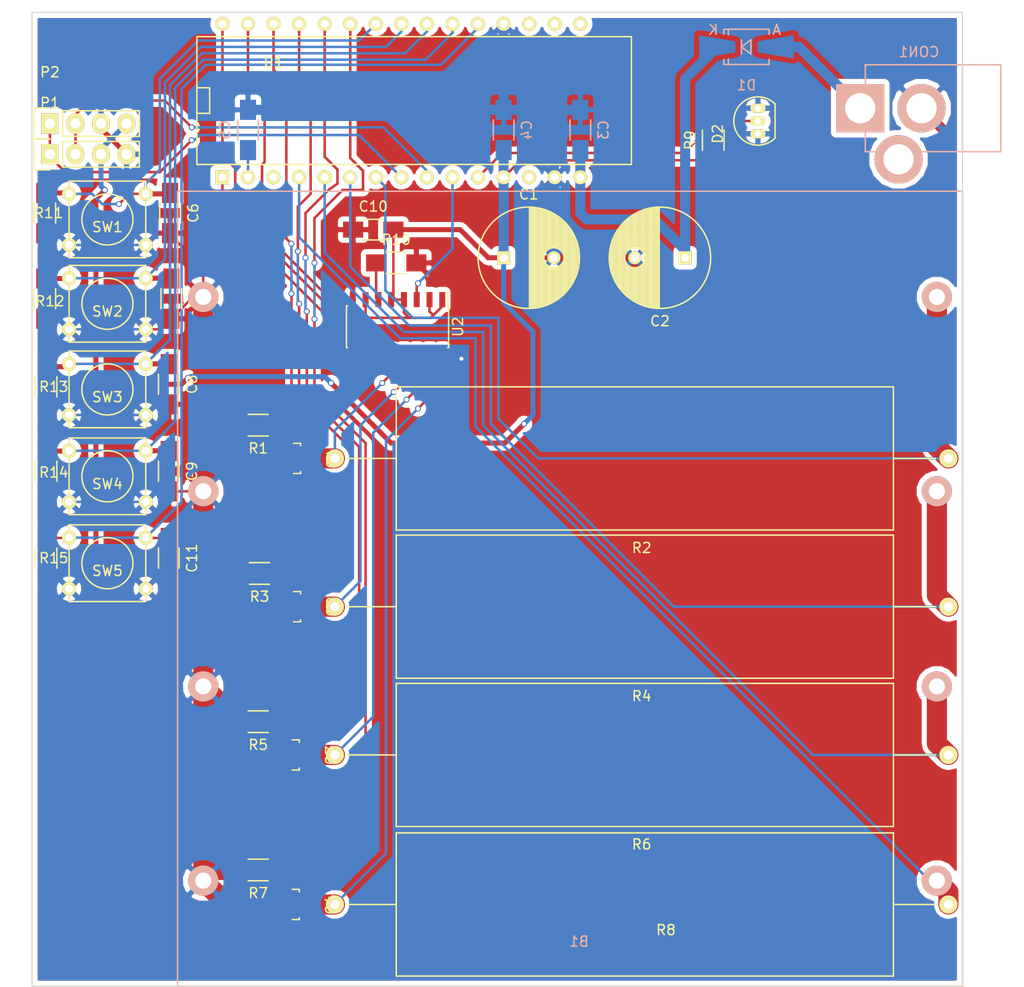
<source format=kicad_pcb>
(kicad_pcb (version 4) (host pcbnew 4.0.2-stable)

  (general
    (links 117)
    (no_connects 0)
    (area 0 0 0 0)
    (thickness 1.6)
    (drawings 4)
    (tracks 424)
    (zones 0)
    (modules 43)
    (nets 38)
  )

  (page A4)
  (layers
    (0 F.Cu signal)
    (31 B.Cu signal)
    (32 B.Adhes user)
    (33 F.Adhes user)
    (34 B.Paste user)
    (35 F.Paste user)
    (36 B.SilkS user)
    (37 F.SilkS user)
    (38 B.Mask user)
    (39 F.Mask user)
    (40 Dwgs.User user)
    (41 Cmts.User user)
    (42 Eco1.User user)
    (43 Eco2.User user)
    (44 Edge.Cuts user)
    (45 Margin user)
    (46 B.CrtYd user)
    (47 F.CrtYd user)
    (48 B.Fab user)
    (49 F.Fab user)
  )

  (setup
    (last_trace_width 0.25)
    (user_trace_width 0.5)
    (user_trace_width 1)
    (user_trace_width 2)
    (trace_clearance 0.2)
    (zone_clearance 0.508)
    (zone_45_only no)
    (trace_min 0.2)
    (segment_width 0.2)
    (edge_width 0.1)
    (via_size 0.6)
    (via_drill 0.4)
    (via_min_size 0.4)
    (via_min_drill 0.3)
    (user_via 0.5 0.25)
    (user_via 1 0.5)
    (user_via 2 0.5)
    (uvia_size 0.3)
    (uvia_drill 0.1)
    (uvias_allowed no)
    (uvia_min_size 0.2)
    (uvia_min_drill 0.1)
    (pcb_text_width 0.3)
    (pcb_text_size 1.5 1.5)
    (mod_edge_width 0.15)
    (mod_text_size 1 1)
    (mod_text_width 0.15)
    (pad_size 4.8006 4.8006)
    (pad_drill 3)
    (pad_to_mask_clearance 0)
    (aux_axis_origin 0 0)
    (visible_elements 7FFEFFFF)
    (pcbplotparams
      (layerselection 0x010f0_80000001)
      (usegerberextensions true)
      (excludeedgelayer true)
      (linewidth 0.100000)
      (plotframeref false)
      (viasonmask false)
      (mode 1)
      (useauxorigin false)
      (hpglpennumber 1)
      (hpglpenspeed 20)
      (hpglpendiameter 15)
      (hpglpenoverlay 2)
      (psnegative false)
      (psa4output false)
      (plotreference true)
      (plotvalue true)
      (plotinvisibletext false)
      (padsonsilk false)
      (subtractmaskfromsilk false)
      (outputformat 1)
      (mirror false)
      (drillshape 0)
      (scaleselection 1)
      (outputdirectory Gerbers/))
  )

  (net 0 "")
  (net 1 B3)
  (net 2 B2)
  (net 3 B1)
  (net 4 GND)
  (net 5 B4)
  (net 6 VIN)
  (net 7 VCC)
  (net 8 "Net-(CON1-Pad3)")
  (net 9 BD1)
  (net 10 BVL1)
  (net 11 BD2)
  (net 12 BVL2)
  (net 13 BD3)
  (net 14 BVL3)
  (net 15 BD4)
  (net 16 BVL4)
  (net 17 SW1)
  (net 18 CPL0)
  (net 19 CPL1)
  (net 20 CPL2)
  (net 21 "Net-(U1-Pad13)")
  (net 22 "Net-(U1-Pad18)")
  (net 23 "Net-(U1-Pad19)")
  (net 24 "Net-(U1-Pad20)")
  (net 25 "Net-(C5-Pad2)")
  (net 26 "Net-(CON1-Pad1)")
  (net 27 REF)
  (net 28 SDA)
  (net 29 SCL)
  (net 30 "Net-(R10-Pad1)")
  (net 31 "Net-(U1-Pad3)")
  (net 32 BVL)
  (net 33 VDD)
  (net 34 SW2)
  (net 35 SW3)
  (net 36 SW4)
  (net 37 SW5)

  (net_class Default "This is the default net class."
    (clearance 0.2)
    (trace_width 0.25)
    (via_dia 0.6)
    (via_drill 0.4)
    (uvia_dia 0.3)
    (uvia_drill 0.1)
    (add_net B1)
    (add_net B2)
    (add_net B3)
    (add_net B4)
    (add_net BD1)
    (add_net BD2)
    (add_net BD3)
    (add_net BD4)
    (add_net BVL)
    (add_net BVL1)
    (add_net BVL2)
    (add_net BVL3)
    (add_net BVL4)
    (add_net CPL0)
    (add_net CPL1)
    (add_net CPL2)
    (add_net GND)
    (add_net "Net-(C5-Pad2)")
    (add_net "Net-(CON1-Pad1)")
    (add_net "Net-(CON1-Pad3)")
    (add_net "Net-(R10-Pad1)")
    (add_net "Net-(U1-Pad13)")
    (add_net "Net-(U1-Pad18)")
    (add_net "Net-(U1-Pad19)")
    (add_net "Net-(U1-Pad20)")
    (add_net "Net-(U1-Pad3)")
    (add_net REF)
    (add_net SCL)
    (add_net SDA)
    (add_net SW1)
    (add_net SW2)
    (add_net SW3)
    (add_net SW4)
    (add_net SW5)
    (add_net VCC)
    (add_net VDD)
    (add_net VIN)
  )

  (module 18650:BK-18650-PC8 (layer B.Cu) (tedit 588FA0CD) (tstamp 588F89A1)
    (at 150.368 92.456 180)
    (path /563A2B9F)
    (fp_text reference B1 (at -0.889 -35.052 180) (layer B.SilkS)
      (effects (font (size 1 1) (thickness 0.15)) (justify mirror))
    )
    (fp_text value 4x18650 (at 0 41 180) (layer B.Fab)
      (effects (font (size 1 1) (thickness 0.15)) (justify mirror))
    )
    (fp_line (start -39 -39.5) (end 39 -39.5) (layer B.SilkS) (width 0.15))
    (fp_line (start 39 -39.5) (end 39 39.5) (layer B.SilkS) (width 0.15))
    (fp_line (start 39 39.5) (end -39 39.5) (layer B.SilkS) (width 0.15))
    (fp_line (start -39 39.5) (end -39 -39.5) (layer B.SilkS) (width 0.15))
    (pad 6 thru_hole circle (at -36.45 -9.7 180) (size 3 3) (drill 1.6) (layers *.Cu *.Mask B.SilkS)
      (net 1 B3))
    (pad 4 thru_hole circle (at -36.45 9.7 180) (size 3 3) (drill 1.6) (layers *.Cu *.Mask B.SilkS)
      (net 2 B2))
    (pad 2 thru_hole circle (at -36.45 29 180) (size 3 3) (drill 1.6) (layers *.Cu *.Mask B.SilkS)
      (net 3 B1))
    (pad 1 thru_hole circle (at 36.45 29 180) (size 3 3) (drill 1.6) (layers *.Cu *.Mask B.SilkS)
      (net 4 GND))
    (pad 3 thru_hole circle (at 36.45 9.7 180) (size 3 3) (drill 1.6) (layers *.Cu *.Mask B.SilkS)
      (net 4 GND))
    (pad 5 thru_hole circle (at 36.45 -9.7 180) (size 3 3) (drill 1.6) (layers *.Cu *.Mask B.SilkS)
      (net 4 GND))
    (pad 7 thru_hole circle (at 36.45 -29 180) (size 3 3) (drill 1.6) (layers *.Cu *.Mask B.SilkS)
      (net 4 GND))
    (pad 8 thru_hole circle (at -36.45 -29 180) (size 3 3) (drill 1.6) (layers *.Cu *.Mask B.SilkS)
      (net 5 B4))
  )

  (module Capacitors_ThroughHole:C_Radial_D10_L16_P5 (layer F.Cu) (tedit 0) (tstamp 588F89A7)
    (at 143.764 59.563)
    (descr "Radial Electrolytic Capacitor 10mm x Length 16mm, Pitch 5mm")
    (tags "Electrolytic Capacitor")
    (path /5891B239)
    (fp_text reference C1 (at 2.5 -6.3) (layer F.SilkS)
      (effects (font (size 1 1) (thickness 0.15)))
    )
    (fp_text value CP1 (at 2.5 6.3) (layer F.Fab)
      (effects (font (size 1 1) (thickness 0.15)))
    )
    (fp_line (start 2.575 -4.999) (end 2.575 4.999) (layer F.SilkS) (width 0.15))
    (fp_line (start 2.715 -4.995) (end 2.715 4.995) (layer F.SilkS) (width 0.15))
    (fp_line (start 2.855 -4.987) (end 2.855 4.987) (layer F.SilkS) (width 0.15))
    (fp_line (start 2.995 -4.975) (end 2.995 4.975) (layer F.SilkS) (width 0.15))
    (fp_line (start 3.135 -4.96) (end 3.135 4.96) (layer F.SilkS) (width 0.15))
    (fp_line (start 3.275 -4.94) (end 3.275 4.94) (layer F.SilkS) (width 0.15))
    (fp_line (start 3.415 -4.916) (end 3.415 4.916) (layer F.SilkS) (width 0.15))
    (fp_line (start 3.555 -4.887) (end 3.555 4.887) (layer F.SilkS) (width 0.15))
    (fp_line (start 3.695 -4.855) (end 3.695 4.855) (layer F.SilkS) (width 0.15))
    (fp_line (start 3.835 -4.818) (end 3.835 4.818) (layer F.SilkS) (width 0.15))
    (fp_line (start 3.975 -4.777) (end 3.975 4.777) (layer F.SilkS) (width 0.15))
    (fp_line (start 4.115 -4.732) (end 4.115 -0.466) (layer F.SilkS) (width 0.15))
    (fp_line (start 4.115 0.466) (end 4.115 4.732) (layer F.SilkS) (width 0.15))
    (fp_line (start 4.255 -4.682) (end 4.255 -0.667) (layer F.SilkS) (width 0.15))
    (fp_line (start 4.255 0.667) (end 4.255 4.682) (layer F.SilkS) (width 0.15))
    (fp_line (start 4.395 -4.627) (end 4.395 -0.796) (layer F.SilkS) (width 0.15))
    (fp_line (start 4.395 0.796) (end 4.395 4.627) (layer F.SilkS) (width 0.15))
    (fp_line (start 4.535 -4.567) (end 4.535 -0.885) (layer F.SilkS) (width 0.15))
    (fp_line (start 4.535 0.885) (end 4.535 4.567) (layer F.SilkS) (width 0.15))
    (fp_line (start 4.675 -4.502) (end 4.675 -0.946) (layer F.SilkS) (width 0.15))
    (fp_line (start 4.675 0.946) (end 4.675 4.502) (layer F.SilkS) (width 0.15))
    (fp_line (start 4.815 -4.432) (end 4.815 -0.983) (layer F.SilkS) (width 0.15))
    (fp_line (start 4.815 0.983) (end 4.815 4.432) (layer F.SilkS) (width 0.15))
    (fp_line (start 4.955 -4.356) (end 4.955 -0.999) (layer F.SilkS) (width 0.15))
    (fp_line (start 4.955 0.999) (end 4.955 4.356) (layer F.SilkS) (width 0.15))
    (fp_line (start 5.095 -4.274) (end 5.095 -0.995) (layer F.SilkS) (width 0.15))
    (fp_line (start 5.095 0.995) (end 5.095 4.274) (layer F.SilkS) (width 0.15))
    (fp_line (start 5.235 -4.186) (end 5.235 -0.972) (layer F.SilkS) (width 0.15))
    (fp_line (start 5.235 0.972) (end 5.235 4.186) (layer F.SilkS) (width 0.15))
    (fp_line (start 5.375 -4.091) (end 5.375 -0.927) (layer F.SilkS) (width 0.15))
    (fp_line (start 5.375 0.927) (end 5.375 4.091) (layer F.SilkS) (width 0.15))
    (fp_line (start 5.515 -3.989) (end 5.515 -0.857) (layer F.SilkS) (width 0.15))
    (fp_line (start 5.515 0.857) (end 5.515 3.989) (layer F.SilkS) (width 0.15))
    (fp_line (start 5.655 -3.879) (end 5.655 -0.756) (layer F.SilkS) (width 0.15))
    (fp_line (start 5.655 0.756) (end 5.655 3.879) (layer F.SilkS) (width 0.15))
    (fp_line (start 5.795 -3.761) (end 5.795 -0.607) (layer F.SilkS) (width 0.15))
    (fp_line (start 5.795 0.607) (end 5.795 3.761) (layer F.SilkS) (width 0.15))
    (fp_line (start 5.935 -3.633) (end 5.935 -0.355) (layer F.SilkS) (width 0.15))
    (fp_line (start 5.935 0.355) (end 5.935 3.633) (layer F.SilkS) (width 0.15))
    (fp_line (start 6.075 -3.496) (end 6.075 3.496) (layer F.SilkS) (width 0.15))
    (fp_line (start 6.215 -3.346) (end 6.215 3.346) (layer F.SilkS) (width 0.15))
    (fp_line (start 6.355 -3.184) (end 6.355 3.184) (layer F.SilkS) (width 0.15))
    (fp_line (start 6.495 -3.007) (end 6.495 3.007) (layer F.SilkS) (width 0.15))
    (fp_line (start 6.635 -2.811) (end 6.635 2.811) (layer F.SilkS) (width 0.15))
    (fp_line (start 6.775 -2.593) (end 6.775 2.593) (layer F.SilkS) (width 0.15))
    (fp_line (start 6.915 -2.347) (end 6.915 2.347) (layer F.SilkS) (width 0.15))
    (fp_line (start 7.055 -2.062) (end 7.055 2.062) (layer F.SilkS) (width 0.15))
    (fp_line (start 7.195 -1.72) (end 7.195 1.72) (layer F.SilkS) (width 0.15))
    (fp_line (start 7.335 -1.274) (end 7.335 1.274) (layer F.SilkS) (width 0.15))
    (fp_line (start 7.475 -0.499) (end 7.475 0.499) (layer F.SilkS) (width 0.15))
    (fp_circle (center 5 0) (end 5 -1) (layer F.SilkS) (width 0.15))
    (fp_circle (center 2.5 0) (end 2.5 -5.0375) (layer F.SilkS) (width 0.15))
    (fp_circle (center 2.5 0) (end 2.5 -5.3) (layer F.CrtYd) (width 0.05))
    (pad 1 thru_hole rect (at 0 0) (size 1.3 1.3) (drill 0.8) (layers *.Cu *.Mask F.SilkS)
      (net 7 VCC))
    (pad 2 thru_hole circle (at 5 0) (size 1.3 1.3) (drill 0.8) (layers *.Cu *.Mask F.SilkS)
      (net 4 GND))
    (model Capacitors_ThroughHole.3dshapes/C_Radial_D10_L16_P5.wrl
      (at (xyz 0.0984252 0 0))
      (scale (xyz 1 1 1))
      (rotate (xyz 0 0 90))
    )
  )

  (module Capacitors_ThroughHole:C_Radial_D10_L16_P5 (layer F.Cu) (tedit 0) (tstamp 588F89AD)
    (at 161.798 59.563 180)
    (descr "Radial Electrolytic Capacitor 10mm x Length 16mm, Pitch 5mm")
    (tags "Electrolytic Capacitor")
    (path /5891B4BC)
    (fp_text reference C2 (at 2.5 -6.3 180) (layer F.SilkS)
      (effects (font (size 1 1) (thickness 0.15)))
    )
    (fp_text value CP1 (at 2.5 6.3 180) (layer F.Fab)
      (effects (font (size 1 1) (thickness 0.15)))
    )
    (fp_line (start 2.575 -4.999) (end 2.575 4.999) (layer F.SilkS) (width 0.15))
    (fp_line (start 2.715 -4.995) (end 2.715 4.995) (layer F.SilkS) (width 0.15))
    (fp_line (start 2.855 -4.987) (end 2.855 4.987) (layer F.SilkS) (width 0.15))
    (fp_line (start 2.995 -4.975) (end 2.995 4.975) (layer F.SilkS) (width 0.15))
    (fp_line (start 3.135 -4.96) (end 3.135 4.96) (layer F.SilkS) (width 0.15))
    (fp_line (start 3.275 -4.94) (end 3.275 4.94) (layer F.SilkS) (width 0.15))
    (fp_line (start 3.415 -4.916) (end 3.415 4.916) (layer F.SilkS) (width 0.15))
    (fp_line (start 3.555 -4.887) (end 3.555 4.887) (layer F.SilkS) (width 0.15))
    (fp_line (start 3.695 -4.855) (end 3.695 4.855) (layer F.SilkS) (width 0.15))
    (fp_line (start 3.835 -4.818) (end 3.835 4.818) (layer F.SilkS) (width 0.15))
    (fp_line (start 3.975 -4.777) (end 3.975 4.777) (layer F.SilkS) (width 0.15))
    (fp_line (start 4.115 -4.732) (end 4.115 -0.466) (layer F.SilkS) (width 0.15))
    (fp_line (start 4.115 0.466) (end 4.115 4.732) (layer F.SilkS) (width 0.15))
    (fp_line (start 4.255 -4.682) (end 4.255 -0.667) (layer F.SilkS) (width 0.15))
    (fp_line (start 4.255 0.667) (end 4.255 4.682) (layer F.SilkS) (width 0.15))
    (fp_line (start 4.395 -4.627) (end 4.395 -0.796) (layer F.SilkS) (width 0.15))
    (fp_line (start 4.395 0.796) (end 4.395 4.627) (layer F.SilkS) (width 0.15))
    (fp_line (start 4.535 -4.567) (end 4.535 -0.885) (layer F.SilkS) (width 0.15))
    (fp_line (start 4.535 0.885) (end 4.535 4.567) (layer F.SilkS) (width 0.15))
    (fp_line (start 4.675 -4.502) (end 4.675 -0.946) (layer F.SilkS) (width 0.15))
    (fp_line (start 4.675 0.946) (end 4.675 4.502) (layer F.SilkS) (width 0.15))
    (fp_line (start 4.815 -4.432) (end 4.815 -0.983) (layer F.SilkS) (width 0.15))
    (fp_line (start 4.815 0.983) (end 4.815 4.432) (layer F.SilkS) (width 0.15))
    (fp_line (start 4.955 -4.356) (end 4.955 -0.999) (layer F.SilkS) (width 0.15))
    (fp_line (start 4.955 0.999) (end 4.955 4.356) (layer F.SilkS) (width 0.15))
    (fp_line (start 5.095 -4.274) (end 5.095 -0.995) (layer F.SilkS) (width 0.15))
    (fp_line (start 5.095 0.995) (end 5.095 4.274) (layer F.SilkS) (width 0.15))
    (fp_line (start 5.235 -4.186) (end 5.235 -0.972) (layer F.SilkS) (width 0.15))
    (fp_line (start 5.235 0.972) (end 5.235 4.186) (layer F.SilkS) (width 0.15))
    (fp_line (start 5.375 -4.091) (end 5.375 -0.927) (layer F.SilkS) (width 0.15))
    (fp_line (start 5.375 0.927) (end 5.375 4.091) (layer F.SilkS) (width 0.15))
    (fp_line (start 5.515 -3.989) (end 5.515 -0.857) (layer F.SilkS) (width 0.15))
    (fp_line (start 5.515 0.857) (end 5.515 3.989) (layer F.SilkS) (width 0.15))
    (fp_line (start 5.655 -3.879) (end 5.655 -0.756) (layer F.SilkS) (width 0.15))
    (fp_line (start 5.655 0.756) (end 5.655 3.879) (layer F.SilkS) (width 0.15))
    (fp_line (start 5.795 -3.761) (end 5.795 -0.607) (layer F.SilkS) (width 0.15))
    (fp_line (start 5.795 0.607) (end 5.795 3.761) (layer F.SilkS) (width 0.15))
    (fp_line (start 5.935 -3.633) (end 5.935 -0.355) (layer F.SilkS) (width 0.15))
    (fp_line (start 5.935 0.355) (end 5.935 3.633) (layer F.SilkS) (width 0.15))
    (fp_line (start 6.075 -3.496) (end 6.075 3.496) (layer F.SilkS) (width 0.15))
    (fp_line (start 6.215 -3.346) (end 6.215 3.346) (layer F.SilkS) (width 0.15))
    (fp_line (start 6.355 -3.184) (end 6.355 3.184) (layer F.SilkS) (width 0.15))
    (fp_line (start 6.495 -3.007) (end 6.495 3.007) (layer F.SilkS) (width 0.15))
    (fp_line (start 6.635 -2.811) (end 6.635 2.811) (layer F.SilkS) (width 0.15))
    (fp_line (start 6.775 -2.593) (end 6.775 2.593) (layer F.SilkS) (width 0.15))
    (fp_line (start 6.915 -2.347) (end 6.915 2.347) (layer F.SilkS) (width 0.15))
    (fp_line (start 7.055 -2.062) (end 7.055 2.062) (layer F.SilkS) (width 0.15))
    (fp_line (start 7.195 -1.72) (end 7.195 1.72) (layer F.SilkS) (width 0.15))
    (fp_line (start 7.335 -1.274) (end 7.335 1.274) (layer F.SilkS) (width 0.15))
    (fp_line (start 7.475 -0.499) (end 7.475 0.499) (layer F.SilkS) (width 0.15))
    (fp_circle (center 5 0) (end 5 -1) (layer F.SilkS) (width 0.15))
    (fp_circle (center 2.5 0) (end 2.5 -5.0375) (layer F.SilkS) (width 0.15))
    (fp_circle (center 2.5 0) (end 2.5 -5.3) (layer F.CrtYd) (width 0.05))
    (pad 1 thru_hole rect (at 0 0 180) (size 1.3 1.3) (drill 0.8) (layers *.Cu *.Mask F.SilkS)
      (net 6 VIN))
    (pad 2 thru_hole circle (at 5 0 180) (size 1.3 1.3) (drill 0.8) (layers *.Cu *.Mask F.SilkS)
      (net 4 GND))
    (model Capacitors_ThroughHole.3dshapes/C_Radial_D10_L16_P5.wrl
      (at (xyz 0.0984252 0 0))
      (scale (xyz 1 1 1))
      (rotate (xyz 0 0 90))
    )
  )

  (module Capacitors_SMD:C_1206_HandSoldering (layer B.Cu) (tedit 541A9C03) (tstamp 588F89B3)
    (at 151.384 46.863 90)
    (descr "Capacitor SMD 1206, hand soldering")
    (tags "capacitor 1206")
    (path /56BAA5B5)
    (attr smd)
    (fp_text reference C3 (at 0 2.3 90) (layer B.SilkS)
      (effects (font (size 1 1) (thickness 0.15)) (justify mirror))
    )
    (fp_text value 1uF (at 0 -2.3 90) (layer B.Fab)
      (effects (font (size 1 1) (thickness 0.15)) (justify mirror))
    )
    (fp_line (start -3.3 1.15) (end 3.3 1.15) (layer B.CrtYd) (width 0.05))
    (fp_line (start -3.3 -1.15) (end 3.3 -1.15) (layer B.CrtYd) (width 0.05))
    (fp_line (start -3.3 1.15) (end -3.3 -1.15) (layer B.CrtYd) (width 0.05))
    (fp_line (start 3.3 1.15) (end 3.3 -1.15) (layer B.CrtYd) (width 0.05))
    (fp_line (start 1 1.025) (end -1 1.025) (layer B.SilkS) (width 0.15))
    (fp_line (start -1 -1.025) (end 1 -1.025) (layer B.SilkS) (width 0.15))
    (pad 1 smd rect (at -2 0 90) (size 2 1.6) (layers B.Cu B.Paste B.Mask)
      (net 6 VIN))
    (pad 2 smd rect (at 2 0 90) (size 2 1.6) (layers B.Cu B.Paste B.Mask)
      (net 4 GND))
    (model Capacitors_SMD.3dshapes/C_1206_HandSoldering.wrl
      (at (xyz 0 0 0))
      (scale (xyz 1 1 1))
      (rotate (xyz 0 0 0))
    )
  )

  (module Capacitors_SMD:C_1206_HandSoldering (layer B.Cu) (tedit 541A9C03) (tstamp 588F89B9)
    (at 143.764 46.863 90)
    (descr "Capacitor SMD 1206, hand soldering")
    (tags "capacitor 1206")
    (path /56BA8BFA)
    (attr smd)
    (fp_text reference C4 (at 0 2.3 90) (layer B.SilkS)
      (effects (font (size 1 1) (thickness 0.15)) (justify mirror))
    )
    (fp_text value 1uF (at 0 -2.3 90) (layer B.Fab)
      (effects (font (size 1 1) (thickness 0.15)) (justify mirror))
    )
    (fp_line (start -3.3 1.15) (end 3.3 1.15) (layer B.CrtYd) (width 0.05))
    (fp_line (start -3.3 -1.15) (end 3.3 -1.15) (layer B.CrtYd) (width 0.05))
    (fp_line (start -3.3 1.15) (end -3.3 -1.15) (layer B.CrtYd) (width 0.05))
    (fp_line (start 3.3 1.15) (end 3.3 -1.15) (layer B.CrtYd) (width 0.05))
    (fp_line (start 1 1.025) (end -1 1.025) (layer B.SilkS) (width 0.15))
    (fp_line (start -1 -1.025) (end 1 -1.025) (layer B.SilkS) (width 0.15))
    (pad 1 smd rect (at -2 0 90) (size 2 1.6) (layers B.Cu B.Paste B.Mask)
      (net 7 VCC))
    (pad 2 smd rect (at 2 0 90) (size 2 1.6) (layers B.Cu B.Paste B.Mask)
      (net 4 GND))
    (model Capacitors_SMD.3dshapes/C_1206_HandSoldering.wrl
      (at (xyz 0 0 0))
      (scale (xyz 1 1 1))
      (rotate (xyz 0 0 0))
    )
  )

  (module Capacitors_SMD:C_1206_HandSoldering (layer B.Cu) (tedit 541A9C03) (tstamp 588F89BF)
    (at 118.364 46.863 270)
    (descr "Capacitor SMD 1206, hand soldering")
    (tags "capacitor 1206")
    (path /56BA7655)
    (attr smd)
    (fp_text reference C5 (at 0 2.3 270) (layer B.SilkS)
      (effects (font (size 1 1) (thickness 0.15)) (justify mirror))
    )
    (fp_text value 1uF (at 0 -2.3 270) (layer B.Fab)
      (effects (font (size 1 1) (thickness 0.15)) (justify mirror))
    )
    (fp_line (start -3.3 1.15) (end 3.3 1.15) (layer B.CrtYd) (width 0.05))
    (fp_line (start -3.3 -1.15) (end 3.3 -1.15) (layer B.CrtYd) (width 0.05))
    (fp_line (start -3.3 1.15) (end -3.3 -1.15) (layer B.CrtYd) (width 0.05))
    (fp_line (start 3.3 1.15) (end 3.3 -1.15) (layer B.CrtYd) (width 0.05))
    (fp_line (start 1 1.025) (end -1 1.025) (layer B.SilkS) (width 0.15))
    (fp_line (start -1 -1.025) (end 1 -1.025) (layer B.SilkS) (width 0.15))
    (pad 1 smd rect (at -2 0 270) (size 2 1.6) (layers B.Cu B.Paste B.Mask)
      (net 4 GND))
    (pad 2 smd rect (at 2 0 270) (size 2 1.6) (layers B.Cu B.Paste B.Mask)
      (net 25 "Net-(C5-Pad2)"))
    (model Capacitors_SMD.3dshapes/C_1206_HandSoldering.wrl
      (at (xyz 0 0 0))
      (scale (xyz 1 1 1))
      (rotate (xyz 0 0 0))
    )
  )

  (module Capacitors_SMD:C_1206_HandSoldering (layer F.Cu) (tedit 541A9C03) (tstamp 588F89C5)
    (at 110.617 55.118 270)
    (descr "Capacitor SMD 1206, hand soldering")
    (tags "capacitor 1206")
    (path /56BCCA4F)
    (attr smd)
    (fp_text reference C6 (at 0 -2.3 270) (layer F.SilkS)
      (effects (font (size 1 1) (thickness 0.15)))
    )
    (fp_text value 1uF (at 0 2.3 270) (layer F.Fab)
      (effects (font (size 1 1) (thickness 0.15)))
    )
    (fp_line (start -3.3 -1.15) (end 3.3 -1.15) (layer F.CrtYd) (width 0.05))
    (fp_line (start -3.3 1.15) (end 3.3 1.15) (layer F.CrtYd) (width 0.05))
    (fp_line (start -3.3 -1.15) (end -3.3 1.15) (layer F.CrtYd) (width 0.05))
    (fp_line (start 3.3 -1.15) (end 3.3 1.15) (layer F.CrtYd) (width 0.05))
    (fp_line (start 1 -1.025) (end -1 -1.025) (layer F.SilkS) (width 0.15))
    (fp_line (start -1 1.025) (end 1 1.025) (layer F.SilkS) (width 0.15))
    (pad 1 smd rect (at -2 0 270) (size 2 1.6) (layers F.Cu F.Paste F.Mask)
      (net 17 SW1))
    (pad 2 smd rect (at 2 0 270) (size 2 1.6) (layers F.Cu F.Paste F.Mask)
      (net 4 GND))
    (model Capacitors_SMD.3dshapes/C_1206_HandSoldering.wrl
      (at (xyz 0 0 0))
      (scale (xyz 1 1 1))
      (rotate (xyz 0 0 0))
    )
  )

  (module Capacitors_SMD:C_1206_HandSoldering (layer F.Cu) (tedit 541A9C03) (tstamp 588F89CB)
    (at 110.744 63.627 270)
    (descr "Capacitor SMD 1206, hand soldering")
    (tags "capacitor 1206")
    (path /5893F33D)
    (attr smd)
    (fp_text reference C7 (at 0 -2.3 270) (layer F.SilkS)
      (effects (font (size 1 1) (thickness 0.15)))
    )
    (fp_text value 1uF (at 0 2.3 270) (layer F.Fab)
      (effects (font (size 1 1) (thickness 0.15)))
    )
    (fp_line (start -3.3 -1.15) (end 3.3 -1.15) (layer F.CrtYd) (width 0.05))
    (fp_line (start -3.3 1.15) (end 3.3 1.15) (layer F.CrtYd) (width 0.05))
    (fp_line (start -3.3 -1.15) (end -3.3 1.15) (layer F.CrtYd) (width 0.05))
    (fp_line (start 3.3 -1.15) (end 3.3 1.15) (layer F.CrtYd) (width 0.05))
    (fp_line (start 1 -1.025) (end -1 -1.025) (layer F.SilkS) (width 0.15))
    (fp_line (start -1 1.025) (end 1 1.025) (layer F.SilkS) (width 0.15))
    (pad 1 smd rect (at -2 0 270) (size 2 1.6) (layers F.Cu F.Paste F.Mask)
      (net 34 SW2))
    (pad 2 smd rect (at 2 0 270) (size 2 1.6) (layers F.Cu F.Paste F.Mask)
      (net 4 GND))
    (model Capacitors_SMD.3dshapes/C_1206_HandSoldering.wrl
      (at (xyz 0 0 0))
      (scale (xyz 1 1 1))
      (rotate (xyz 0 0 0))
    )
  )

  (module Capacitors_SMD:C_1206_HandSoldering (layer F.Cu) (tedit 541A9C03) (tstamp 588F89D1)
    (at 110.49 72.136 270)
    (descr "Capacitor SMD 1206, hand soldering")
    (tags "capacitor 1206")
    (path /589425D3)
    (attr smd)
    (fp_text reference C8 (at 0 -2.3 270) (layer F.SilkS)
      (effects (font (size 1 1) (thickness 0.15)))
    )
    (fp_text value 1uF (at 0 2.3 270) (layer F.Fab)
      (effects (font (size 1 1) (thickness 0.15)))
    )
    (fp_line (start -3.3 -1.15) (end 3.3 -1.15) (layer F.CrtYd) (width 0.05))
    (fp_line (start -3.3 1.15) (end 3.3 1.15) (layer F.CrtYd) (width 0.05))
    (fp_line (start -3.3 -1.15) (end -3.3 1.15) (layer F.CrtYd) (width 0.05))
    (fp_line (start 3.3 -1.15) (end 3.3 1.15) (layer F.CrtYd) (width 0.05))
    (fp_line (start 1 -1.025) (end -1 -1.025) (layer F.SilkS) (width 0.15))
    (fp_line (start -1 1.025) (end 1 1.025) (layer F.SilkS) (width 0.15))
    (pad 1 smd rect (at -2 0 270) (size 2 1.6) (layers F.Cu F.Paste F.Mask)
      (net 35 SW3))
    (pad 2 smd rect (at 2 0 270) (size 2 1.6) (layers F.Cu F.Paste F.Mask)
      (net 4 GND))
    (model Capacitors_SMD.3dshapes/C_1206_HandSoldering.wrl
      (at (xyz 0 0 0))
      (scale (xyz 1 1 1))
      (rotate (xyz 0 0 0))
    )
  )

  (module Capacitors_SMD:C_1206_HandSoldering (layer F.Cu) (tedit 541A9C03) (tstamp 588F89D7)
    (at 110.49 80.772 270)
    (descr "Capacitor SMD 1206, hand soldering")
    (tags "capacitor 1206")
    (path /5893F700)
    (attr smd)
    (fp_text reference C9 (at 0 -2.3 270) (layer F.SilkS)
      (effects (font (size 1 1) (thickness 0.15)))
    )
    (fp_text value 1uF (at 0 2.3 270) (layer F.Fab)
      (effects (font (size 1 1) (thickness 0.15)))
    )
    (fp_line (start -3.3 -1.15) (end 3.3 -1.15) (layer F.CrtYd) (width 0.05))
    (fp_line (start -3.3 1.15) (end 3.3 1.15) (layer F.CrtYd) (width 0.05))
    (fp_line (start -3.3 -1.15) (end -3.3 1.15) (layer F.CrtYd) (width 0.05))
    (fp_line (start 3.3 -1.15) (end 3.3 1.15) (layer F.CrtYd) (width 0.05))
    (fp_line (start 1 -1.025) (end -1 -1.025) (layer F.SilkS) (width 0.15))
    (fp_line (start -1 1.025) (end 1 1.025) (layer F.SilkS) (width 0.15))
    (pad 1 smd rect (at -2 0 270) (size 2 1.6) (layers F.Cu F.Paste F.Mask)
      (net 36 SW4))
    (pad 2 smd rect (at 2 0 270) (size 2 1.6) (layers F.Cu F.Paste F.Mask)
      (net 4 GND))
    (model Capacitors_SMD.3dshapes/C_1206_HandSoldering.wrl
      (at (xyz 0 0 0))
      (scale (xyz 1 1 1))
      (rotate (xyz 0 0 0))
    )
  )

  (module Capacitors_SMD:C_1206_HandSoldering (layer F.Cu) (tedit 541A9C03) (tstamp 588F89DD)
    (at 130.81 56.769)
    (descr "Capacitor SMD 1206, hand soldering")
    (tags "capacitor 1206")
    (path /5892C4AB)
    (attr smd)
    (fp_text reference C10 (at 0 -2.3) (layer F.SilkS)
      (effects (font (size 1 1) (thickness 0.15)))
    )
    (fp_text value 1uF (at 0 2.3) (layer F.Fab)
      (effects (font (size 1 1) (thickness 0.15)))
    )
    (fp_line (start -3.3 -1.15) (end 3.3 -1.15) (layer F.CrtYd) (width 0.05))
    (fp_line (start -3.3 1.15) (end 3.3 1.15) (layer F.CrtYd) (width 0.05))
    (fp_line (start -3.3 -1.15) (end -3.3 1.15) (layer F.CrtYd) (width 0.05))
    (fp_line (start 3.3 -1.15) (end 3.3 1.15) (layer F.CrtYd) (width 0.05))
    (fp_line (start 1 -1.025) (end -1 -1.025) (layer F.SilkS) (width 0.15))
    (fp_line (start -1 1.025) (end 1 1.025) (layer F.SilkS) (width 0.15))
    (pad 1 smd rect (at -2 0) (size 2 1.6) (layers F.Cu F.Paste F.Mask)
      (net 4 GND))
    (pad 2 smd rect (at 2 0) (size 2 1.6) (layers F.Cu F.Paste F.Mask)
      (net 7 VCC))
    (model Capacitors_SMD.3dshapes/C_1206_HandSoldering.wrl
      (at (xyz 0 0 0))
      (scale (xyz 1 1 1))
      (rotate (xyz 0 0 0))
    )
  )

  (module Capacitors_SMD:C_1206_HandSoldering (layer F.Cu) (tedit 541A9C03) (tstamp 588F89E3)
    (at 110.49 89.408 270)
    (descr "Capacitor SMD 1206, hand soldering")
    (tags "capacitor 1206")
    (path /5893F721)
    (attr smd)
    (fp_text reference C11 (at 0 -2.3 270) (layer F.SilkS)
      (effects (font (size 1 1) (thickness 0.15)))
    )
    (fp_text value 1uF (at 0 2.3 270) (layer F.Fab)
      (effects (font (size 1 1) (thickness 0.15)))
    )
    (fp_line (start -3.3 -1.15) (end 3.3 -1.15) (layer F.CrtYd) (width 0.05))
    (fp_line (start -3.3 1.15) (end 3.3 1.15) (layer F.CrtYd) (width 0.05))
    (fp_line (start -3.3 -1.15) (end -3.3 1.15) (layer F.CrtYd) (width 0.05))
    (fp_line (start 3.3 -1.15) (end 3.3 1.15) (layer F.CrtYd) (width 0.05))
    (fp_line (start 1 -1.025) (end -1 -1.025) (layer F.SilkS) (width 0.15))
    (fp_line (start -1 1.025) (end 1 1.025) (layer F.SilkS) (width 0.15))
    (pad 1 smd rect (at -2 0 270) (size 2 1.6) (layers F.Cu F.Paste F.Mask)
      (net 37 SW5))
    (pad 2 smd rect (at 2 0 270) (size 2 1.6) (layers F.Cu F.Paste F.Mask)
      (net 4 GND))
    (model Capacitors_SMD.3dshapes/C_1206_HandSoldering.wrl
      (at (xyz 0 0 0))
      (scale (xyz 1 1 1))
      (rotate (xyz 0 0 0))
    )
  )

  (module Connect:JACK_ALIM (layer B.Cu) (tedit 588F88D9) (tstamp 588F89EA)
    (at 185.293 44.704 180)
    (descr "module 1 pin (ou trou mecanique de percage)")
    (tags "CONN JACK")
    (path /56B8B042)
    (fp_text reference CON1 (at 0.254 5.588 180) (layer B.SilkS)
      (effects (font (size 1 1) (thickness 0.15)) (justify mirror))
    )
    (fp_text value BARREL_JACK (at -5.08 -5.588 180) (layer B.Fab)
      (effects (font (size 1 1) (thickness 0.15)) (justify mirror))
    )
    (fp_line (start -7.112 4.318) (end -7.874 4.318) (layer B.SilkS) (width 0.15))
    (fp_line (start -7.874 4.318) (end -7.874 -4.318) (layer B.SilkS) (width 0.15))
    (fp_line (start -7.874 -4.318) (end -7.112 -4.318) (layer B.SilkS) (width 0.15))
    (fp_line (start -4.064 4.318) (end -4.064 -4.318) (layer B.SilkS) (width 0.15))
    (fp_line (start 5.588 4.318) (end 5.588 -4.318) (layer B.SilkS) (width 0.15))
    (fp_line (start -7.112 -4.318) (end 5.588 -4.318) (layer B.SilkS) (width 0.15))
    (fp_line (start -7.112 4.318) (end 5.588 4.318) (layer B.SilkS) (width 0.15))
    (pad 2 thru_hole circle (at 0 0 180) (size 4.8006 4.8006) (drill 3) (layers *.Cu *.Mask B.SilkS)
      (net 4 GND))
    (pad 1 thru_hole rect (at 6.096 0 180) (size 4.8006 4.8006) (drill 3) (layers *.Cu *.Mask B.SilkS)
      (net 26 "Net-(CON1-Pad1)"))
    (pad 3 thru_hole circle (at 2.286 -5.08 180) (size 4.8006 4.8006) (drill 3) (layers *.Cu *.Mask B.SilkS)
      (net 8 "Net-(CON1-Pad3)"))
    (model Connect.3dshapes/JACK_ALIM.wrl
      (at (xyz 0 0 0))
      (scale (xyz 0.8 0.8 0.8))
      (rotate (xyz 0 0 0))
    )
  )

  (module Diodes_SMD:SMA-SMB_Universal_Handsoldering (layer B.Cu) (tedit 552FF496) (tstamp 588F89F0)
    (at 167.894 38.608)
    (descr "Diode, Universal, SMA, SMB, Handsoldering,")
    (tags "Diode Universal SMA SMB Handsoldering ")
    (path /5891D87A)
    (attr smd)
    (fp_text reference D1 (at 0 3.81) (layer B.SilkS)
      (effects (font (size 1 1) (thickness 0.15)) (justify mirror))
    )
    (fp_text value D (at 0 -3.81) (layer B.Fab)
      (effects (font (size 1 1) (thickness 0.15)) (justify mirror))
    )
    (fp_line (start -0.49958 0) (end 0.45038 0.70104) (layer B.SilkS) (width 0.15))
    (fp_line (start 0.45038 0.70104) (end 0.45038 -0.70104) (layer B.SilkS) (width 0.15))
    (fp_line (start 0.45038 -0.70104) (end -0.49958 0) (layer B.SilkS) (width 0.15))
    (fp_line (start -0.49958 0.70104) (end -0.49958 -0.70104) (layer B.SilkS) (width 0.15))
    (fp_line (start -2.25044 -1.39954) (end -2.25044 -1.24968) (layer B.SilkS) (width 0.15))
    (fp_line (start -2.25044 1.39954) (end -2.25044 1.24968) (layer B.SilkS) (width 0.15))
    (fp_line (start -1.79914 -1.39954) (end -1.79914 -1.19888) (layer B.SilkS) (width 0.15))
    (fp_line (start 2.25044 -1.34874) (end 2.25044 -1.24968) (layer B.SilkS) (width 0.15))
    (fp_line (start -1.79914 1.34874) (end -1.79914 1.19888) (layer B.SilkS) (width 0.15))
    (fp_line (start 2.25044 1.39954) (end 2.25044 1.24968) (layer B.SilkS) (width 0.15))
    (fp_text user K (at -3.3 -1.7) (layer B.SilkS)
      (effects (font (size 1 1) (thickness 0.15)) (justify mirror))
    )
    (fp_text user A (at 2.99974 -1.69926) (layer B.SilkS)
      (effects (font (size 1 1) (thickness 0.15)) (justify mirror))
    )
    (fp_line (start -1.79914 -1.75006) (end -1.79914 -1.39954) (layer B.SilkS) (width 0.15))
    (fp_line (start -1.79914 1.75006) (end -1.79914 1.39954) (layer B.SilkS) (width 0.15))
    (fp_line (start 2.25044 -1.75006) (end 2.25044 -1.39954) (layer B.SilkS) (width 0.15))
    (fp_line (start -2.25044 -1.75006) (end -2.25044 -1.39954) (layer B.SilkS) (width 0.15))
    (fp_line (start -2.25044 1.75006) (end -2.25044 1.39954) (layer B.SilkS) (width 0.15))
    (fp_line (start 2.25044 1.75006) (end 2.25044 1.39954) (layer B.SilkS) (width 0.15))
    (fp_line (start -2.25044 -1.75006) (end 2.25044 -1.75006) (layer B.SilkS) (width 0.15))
    (fp_line (start -2.25044 1.75006) (end 2.25044 1.75006) (layer B.SilkS) (width 0.15))
    (pad 1 smd trapezoid (at -2.90068 0) (size 3.60172 1.69926) (rect_delta 0.59944 0 ) (layers B.Cu B.Paste B.Mask)
      (net 6 VIN))
    (pad 2 smd trapezoid (at 2.90068 0 180) (size 3.60172 1.69926) (rect_delta 0.59944 0 ) (layers B.Cu B.Paste B.Mask)
      (net 26 "Net-(CON1-Pad1)"))
    (model Diodes_SMD.3dshapes/SMA-SMB_Universal_Handsoldering.wrl
      (at (xyz 0 0 0))
      (scale (xyz 0.3937 0.3937 0.3937))
      (rotate (xyz 0 0 180))
    )
  )

  (module Housings_TO-92:TO-92_Inline_Narrow_Oval (layer F.Cu) (tedit 54F24281) (tstamp 588F89F7)
    (at 169.037 47.244 90)
    (descr "TO-92 leads in-line, narrow, oval pads, drill 0.6mm (see NXP sot054_po.pdf)")
    (tags "to-92 sc-43 sc-43a sot54 PA33 transistor")
    (path /58912992)
    (fp_text reference D2 (at 0 -4 90) (layer F.SilkS)
      (effects (font (size 1 1) (thickness 0.15)))
    )
    (fp_text value LM385 (at 0 3 90) (layer F.Fab)
      (effects (font (size 1 1) (thickness 0.15)))
    )
    (fp_line (start -1.4 1.95) (end -1.4 -2.65) (layer F.CrtYd) (width 0.05))
    (fp_line (start -1.4 1.95) (end 3.95 1.95) (layer F.CrtYd) (width 0.05))
    (fp_line (start -0.43 1.7) (end 2.97 1.7) (layer F.SilkS) (width 0.15))
    (fp_arc (start 1.27 0) (end 1.27 -2.4) (angle -135) (layer F.SilkS) (width 0.15))
    (fp_arc (start 1.27 0) (end 1.27 -2.4) (angle 135) (layer F.SilkS) (width 0.15))
    (fp_line (start -1.4 -2.65) (end 3.95 -2.65) (layer F.CrtYd) (width 0.05))
    (fp_line (start 3.95 1.95) (end 3.95 -2.65) (layer F.CrtYd) (width 0.05))
    (pad 2 thru_hole oval (at 1.27 0 270) (size 0.89916 1.50114) (drill 0.6) (layers *.Cu *.Mask F.SilkS)
      (net 27 REF))
    (pad 3 thru_hole oval (at 2.54 0 270) (size 0.89916 1.50114) (drill 0.6) (layers *.Cu *.Mask F.SilkS)
      (net 4 GND))
    (pad 1 thru_hole oval (at 0 0 270) (size 0.89916 1.50114) (drill 0.6) (layers *.Cu *.Mask F.SilkS)
      (net 4 GND))
    (model Housings_TO-92.3dshapes/TO-92_Inline_Narrow_Oval.wrl
      (at (xyz 0.05 0 0))
      (scale (xyz 1 1 1))
      (rotate (xyz 0 0 -90))
    )
  )

  (module Socket_Strips:Socket_Strip_Straight_1x04 (layer F.Cu) (tedit 0) (tstamp 588F89FF)
    (at 98.679 49.276)
    (descr "Through hole socket strip")
    (tags "socket strip")
    (path /58923D82)
    (fp_text reference P1 (at 0 -5.1) (layer F.SilkS)
      (effects (font (size 1 1) (thickness 0.15)))
    )
    (fp_text value CONN_01X04 (at 0 -3.1) (layer F.Fab)
      (effects (font (size 1 1) (thickness 0.15)))
    )
    (fp_line (start -1.75 -1.75) (end -1.75 1.75) (layer F.CrtYd) (width 0.05))
    (fp_line (start 9.4 -1.75) (end 9.4 1.75) (layer F.CrtYd) (width 0.05))
    (fp_line (start -1.75 -1.75) (end 9.4 -1.75) (layer F.CrtYd) (width 0.05))
    (fp_line (start -1.75 1.75) (end 9.4 1.75) (layer F.CrtYd) (width 0.05))
    (fp_line (start 1.27 -1.27) (end 8.89 -1.27) (layer F.SilkS) (width 0.15))
    (fp_line (start 1.27 1.27) (end 8.89 1.27) (layer F.SilkS) (width 0.15))
    (fp_line (start -1.55 1.55) (end 0 1.55) (layer F.SilkS) (width 0.15))
    (fp_line (start 8.89 -1.27) (end 8.89 1.27) (layer F.SilkS) (width 0.15))
    (fp_line (start 1.27 1.27) (end 1.27 -1.27) (layer F.SilkS) (width 0.15))
    (fp_line (start 0 -1.55) (end -1.55 -1.55) (layer F.SilkS) (width 0.15))
    (fp_line (start -1.55 -1.55) (end -1.55 1.55) (layer F.SilkS) (width 0.15))
    (pad 1 thru_hole rect (at 0 0) (size 1.7272 2.032) (drill 1.016) (layers *.Cu *.Mask F.SilkS)
      (net 28 SDA))
    (pad 2 thru_hole oval (at 2.54 0) (size 1.7272 2.032) (drill 1.016) (layers *.Cu *.Mask F.SilkS)
      (net 29 SCL))
    (pad 3 thru_hole oval (at 5.08 0) (size 1.7272 2.032) (drill 1.016) (layers *.Cu *.Mask F.SilkS)
      (net 7 VCC))
    (pad 4 thru_hole oval (at 7.62 0) (size 1.7272 2.032) (drill 1.016) (layers *.Cu *.Mask F.SilkS)
      (net 4 GND))
    (model Socket_Strips.3dshapes/Socket_Strip_Straight_1x04.wrl
      (at (xyz 0.15 0 0))
      (scale (xyz 1 1 1))
      (rotate (xyz 0 0 180))
    )
  )

  (module TO_SOT_Packages_SMD:SOT-23_Handsoldering (layer F.Cu) (tedit 54E9291B) (tstamp 588F8A06)
    (at 122.936 79.502 270)
    (descr "SOT-23, Handsoldering")
    (tags SOT-23)
    (path /56B98A3D)
    (attr smd)
    (fp_text reference Q1 (at 0 -3.81 270) (layer F.SilkS)
      (effects (font (size 1 1) (thickness 0.15)))
    )
    (fp_text value Q_NMOS_GSD (at 0 3.81 270) (layer F.Fab)
      (effects (font (size 1 1) (thickness 0.15)))
    )
    (fp_line (start -1.49982 0.0508) (end -1.49982 -0.65024) (layer F.SilkS) (width 0.15))
    (fp_line (start -1.49982 -0.65024) (end -1.2509 -0.65024) (layer F.SilkS) (width 0.15))
    (fp_line (start 1.29916 -0.65024) (end 1.49982 -0.65024) (layer F.SilkS) (width 0.15))
    (fp_line (start 1.49982 -0.65024) (end 1.49982 0.0508) (layer F.SilkS) (width 0.15))
    (pad 1 smd rect (at -0.95 1.50114 270) (size 0.8001 1.80086) (layers F.Cu F.Paste F.Mask)
      (net 9 BD1))
    (pad 2 smd rect (at 0.95 1.50114 270) (size 0.8001 1.80086) (layers F.Cu F.Paste F.Mask)
      (net 4 GND))
    (pad 3 smd rect (at 0 -1.50114 270) (size 0.8001 1.80086) (layers F.Cu F.Paste F.Mask)
      (net 10 BVL1))
    (model TO_SOT_Packages_SMD.3dshapes/SOT-23_Handsoldering.wrl
      (at (xyz 0 0 0))
      (scale (xyz 1 1 1))
      (rotate (xyz 0 0 0))
    )
  )

  (module TO_SOT_Packages_SMD:SOT-23_Handsoldering (layer F.Cu) (tedit 54E9291B) (tstamp 588F8A0D)
    (at 122.936 94.234 270)
    (descr "SOT-23, Handsoldering")
    (tags SOT-23)
    (path /56B9EEDF)
    (attr smd)
    (fp_text reference Q2 (at 0 -3.81 270) (layer F.SilkS)
      (effects (font (size 1 1) (thickness 0.15)))
    )
    (fp_text value Q_NMOS_GSD (at 0 3.81 270) (layer F.Fab)
      (effects (font (size 1 1) (thickness 0.15)))
    )
    (fp_line (start -1.49982 0.0508) (end -1.49982 -0.65024) (layer F.SilkS) (width 0.15))
    (fp_line (start -1.49982 -0.65024) (end -1.2509 -0.65024) (layer F.SilkS) (width 0.15))
    (fp_line (start 1.29916 -0.65024) (end 1.49982 -0.65024) (layer F.SilkS) (width 0.15))
    (fp_line (start 1.49982 -0.65024) (end 1.49982 0.0508) (layer F.SilkS) (width 0.15))
    (pad 1 smd rect (at -0.95 1.50114 270) (size 0.8001 1.80086) (layers F.Cu F.Paste F.Mask)
      (net 11 BD2))
    (pad 2 smd rect (at 0.95 1.50114 270) (size 0.8001 1.80086) (layers F.Cu F.Paste F.Mask)
      (net 4 GND))
    (pad 3 smd rect (at 0 -1.50114 270) (size 0.8001 1.80086) (layers F.Cu F.Paste F.Mask)
      (net 12 BVL2))
    (model TO_SOT_Packages_SMD.3dshapes/SOT-23_Handsoldering.wrl
      (at (xyz 0 0 0))
      (scale (xyz 1 1 1))
      (rotate (xyz 0 0 0))
    )
  )

  (module TO_SOT_Packages_SMD:SOT-23_Handsoldering (layer F.Cu) (tedit 54E9291B) (tstamp 588F8A14)
    (at 122.809 108.966 270)
    (descr "SOT-23, Handsoldering")
    (tags SOT-23)
    (path /56B9F46A)
    (attr smd)
    (fp_text reference Q3 (at 0 -3.81 270) (layer F.SilkS)
      (effects (font (size 1 1) (thickness 0.15)))
    )
    (fp_text value Q_NMOS_GSD (at 0 3.81 270) (layer F.Fab)
      (effects (font (size 1 1) (thickness 0.15)))
    )
    (fp_line (start -1.49982 0.0508) (end -1.49982 -0.65024) (layer F.SilkS) (width 0.15))
    (fp_line (start -1.49982 -0.65024) (end -1.2509 -0.65024) (layer F.SilkS) (width 0.15))
    (fp_line (start 1.29916 -0.65024) (end 1.49982 -0.65024) (layer F.SilkS) (width 0.15))
    (fp_line (start 1.49982 -0.65024) (end 1.49982 0.0508) (layer F.SilkS) (width 0.15))
    (pad 1 smd rect (at -0.95 1.50114 270) (size 0.8001 1.80086) (layers F.Cu F.Paste F.Mask)
      (net 13 BD3))
    (pad 2 smd rect (at 0.95 1.50114 270) (size 0.8001 1.80086) (layers F.Cu F.Paste F.Mask)
      (net 4 GND))
    (pad 3 smd rect (at 0 -1.50114 270) (size 0.8001 1.80086) (layers F.Cu F.Paste F.Mask)
      (net 14 BVL3))
    (model TO_SOT_Packages_SMD.3dshapes/SOT-23_Handsoldering.wrl
      (at (xyz 0 0 0))
      (scale (xyz 1 1 1))
      (rotate (xyz 0 0 0))
    )
  )

  (module TO_SOT_Packages_SMD:SOT-23_Handsoldering (layer F.Cu) (tedit 54E9291B) (tstamp 588F8A1B)
    (at 122.809 123.825 270)
    (descr "SOT-23, Handsoldering")
    (tags SOT-23)
    (path /56B9F491)
    (attr smd)
    (fp_text reference Q4 (at 0 -3.81 270) (layer F.SilkS)
      (effects (font (size 1 1) (thickness 0.15)))
    )
    (fp_text value Q_NMOS_GSD (at 0 3.81 270) (layer F.Fab)
      (effects (font (size 1 1) (thickness 0.15)))
    )
    (fp_line (start -1.49982 0.0508) (end -1.49982 -0.65024) (layer F.SilkS) (width 0.15))
    (fp_line (start -1.49982 -0.65024) (end -1.2509 -0.65024) (layer F.SilkS) (width 0.15))
    (fp_line (start 1.29916 -0.65024) (end 1.49982 -0.65024) (layer F.SilkS) (width 0.15))
    (fp_line (start 1.49982 -0.65024) (end 1.49982 0.0508) (layer F.SilkS) (width 0.15))
    (pad 1 smd rect (at -0.95 1.50114 270) (size 0.8001 1.80086) (layers F.Cu F.Paste F.Mask)
      (net 15 BD4))
    (pad 2 smd rect (at 0.95 1.50114 270) (size 0.8001 1.80086) (layers F.Cu F.Paste F.Mask)
      (net 4 GND))
    (pad 3 smd rect (at 0 -1.50114 270) (size 0.8001 1.80086) (layers F.Cu F.Paste F.Mask)
      (net 16 BVL4))
    (model TO_SOT_Packages_SMD.3dshapes/SOT-23_Handsoldering.wrl
      (at (xyz 0 0 0))
      (scale (xyz 1 1 1))
      (rotate (xyz 0 0 0))
    )
  )

  (module Resistors_SMD:R_1206_HandSoldering (layer F.Cu) (tedit 5418A20D) (tstamp 588F8A21)
    (at 119.38 76.2 180)
    (descr "Resistor SMD 1206, hand soldering")
    (tags "resistor 1206")
    (path /56B8BA17)
    (attr smd)
    (fp_text reference R1 (at 0 -2.3 180) (layer F.SilkS)
      (effects (font (size 1 1) (thickness 0.15)))
    )
    (fp_text value 10K (at 0 2.3 180) (layer F.Fab)
      (effects (font (size 1 1) (thickness 0.15)))
    )
    (fp_line (start -3.3 -1.2) (end 3.3 -1.2) (layer F.CrtYd) (width 0.05))
    (fp_line (start -3.3 1.2) (end 3.3 1.2) (layer F.CrtYd) (width 0.05))
    (fp_line (start -3.3 -1.2) (end -3.3 1.2) (layer F.CrtYd) (width 0.05))
    (fp_line (start 3.3 -1.2) (end 3.3 1.2) (layer F.CrtYd) (width 0.05))
    (fp_line (start 1 1.075) (end -1 1.075) (layer F.SilkS) (width 0.15))
    (fp_line (start -1 -1.075) (end 1 -1.075) (layer F.SilkS) (width 0.15))
    (pad 1 smd rect (at -2 0 180) (size 2 1.7) (layers F.Cu F.Paste F.Mask)
      (net 9 BD1))
    (pad 2 smd rect (at 2 0 180) (size 2 1.7) (layers F.Cu F.Paste F.Mask)
      (net 4 GND))
    (model Resistors_SMD.3dshapes/R_1206_HandSoldering.wrl
      (at (xyz 0 0 0))
      (scale (xyz 1 1 1))
      (rotate (xyz 0 0 0))
    )
  )

  (module Resistors_ThroughHole:Resistor_Ceramic_Horizontal_L50mm-W14mm-H13mm-p60mm (layer F.Cu) (tedit 53FEE67B) (tstamp 588F8A27)
    (at 157.48 79.502 180)
    (descr "Resistor, Ceramic, Horizontal")
    (tags "Resistor, Ceramic, Horizontal")
    (path /56B994DD)
    (fp_text reference R2 (at 0 -8.89 180) (layer F.SilkS)
      (effects (font (size 1 1) (thickness 0.15)))
    )
    (fp_text value 1R8 (at 0 8.89 180) (layer F.Fab)
      (effects (font (size 1 1) (thickness 0.15)))
    )
    (fp_line (start -25.019 -7.112) (end -25.019 7.112) (layer F.SilkS) (width 0.15))
    (fp_line (start -25.019 7.112) (end 24.384 7.112) (layer F.SilkS) (width 0.15))
    (fp_line (start 24.384 7.112) (end 24.384 -7.112) (layer F.SilkS) (width 0.15))
    (fp_line (start 24.384 -7.112) (end -25.019 -7.112) (layer F.SilkS) (width 0.15))
    (fp_line (start -25.019 0) (end -29.21 0) (layer F.SilkS) (width 0.15))
    (fp_line (start 24.384 0) (end 29.21 0) (layer F.SilkS) (width 0.15))
    (pad 1 thru_hole circle (at -30.48 0) (size 1.8 1.8) (drill 0.9) (layers *.Cu *.Mask F.SilkS)
      (net 3 B1))
    (pad 2 thru_hole circle (at 30.48 0) (size 1.8 1.8) (drill 0.9) (layers *.Cu *.Mask F.SilkS)
      (net 10 BVL1))
    (model Resistors_ThroughHole.3dshapes/Resistor_Ceramic_Horizontal_L50mm-W14mm-H13mm-p60mm.wrl
      (at (xyz 0 0 0))
      (scale (xyz 4 4 4))
      (rotate (xyz 0 0 0))
    )
  )

  (module Resistors_SMD:R_1206_HandSoldering (layer F.Cu) (tedit 5418A20D) (tstamp 588F8A2D)
    (at 119.507 90.932 180)
    (descr "Resistor SMD 1206, hand soldering")
    (tags "resistor 1206")
    (path /56B9EED9)
    (attr smd)
    (fp_text reference R3 (at 0 -2.3 180) (layer F.SilkS)
      (effects (font (size 1 1) (thickness 0.15)))
    )
    (fp_text value 10K (at 0 2.3 180) (layer F.Fab)
      (effects (font (size 1 1) (thickness 0.15)))
    )
    (fp_line (start -3.3 -1.2) (end 3.3 -1.2) (layer F.CrtYd) (width 0.05))
    (fp_line (start -3.3 1.2) (end 3.3 1.2) (layer F.CrtYd) (width 0.05))
    (fp_line (start -3.3 -1.2) (end -3.3 1.2) (layer F.CrtYd) (width 0.05))
    (fp_line (start 3.3 -1.2) (end 3.3 1.2) (layer F.CrtYd) (width 0.05))
    (fp_line (start 1 1.075) (end -1 1.075) (layer F.SilkS) (width 0.15))
    (fp_line (start -1 -1.075) (end 1 -1.075) (layer F.SilkS) (width 0.15))
    (pad 1 smd rect (at -2 0 180) (size 2 1.7) (layers F.Cu F.Paste F.Mask)
      (net 11 BD2))
    (pad 2 smd rect (at 2 0 180) (size 2 1.7) (layers F.Cu F.Paste F.Mask)
      (net 4 GND))
    (model Resistors_SMD.3dshapes/R_1206_HandSoldering.wrl
      (at (xyz 0 0 0))
      (scale (xyz 1 1 1))
      (rotate (xyz 0 0 0))
    )
  )

  (module Resistors_ThroughHole:Resistor_Ceramic_Horizontal_L50mm-W14mm-H13mm-p60mm (layer F.Cu) (tedit 53FEE67B) (tstamp 588F8A33)
    (at 157.48 94.234 180)
    (descr "Resistor, Ceramic, Horizontal")
    (tags "Resistor, Ceramic, Horizontal")
    (path /56B9EEED)
    (fp_text reference R4 (at 0 -8.89 180) (layer F.SilkS)
      (effects (font (size 1 1) (thickness 0.15)))
    )
    (fp_text value 1R8 (at 0 8.89 180) (layer F.Fab)
      (effects (font (size 1 1) (thickness 0.15)))
    )
    (fp_line (start -25.019 -7.112) (end -25.019 7.112) (layer F.SilkS) (width 0.15))
    (fp_line (start -25.019 7.112) (end 24.384 7.112) (layer F.SilkS) (width 0.15))
    (fp_line (start 24.384 7.112) (end 24.384 -7.112) (layer F.SilkS) (width 0.15))
    (fp_line (start 24.384 -7.112) (end -25.019 -7.112) (layer F.SilkS) (width 0.15))
    (fp_line (start -25.019 0) (end -29.21 0) (layer F.SilkS) (width 0.15))
    (fp_line (start 24.384 0) (end 29.21 0) (layer F.SilkS) (width 0.15))
    (pad 1 thru_hole circle (at -30.48 0) (size 1.8 1.8) (drill 0.9) (layers *.Cu *.Mask F.SilkS)
      (net 2 B2))
    (pad 2 thru_hole circle (at 30.48 0) (size 1.8 1.8) (drill 0.9) (layers *.Cu *.Mask F.SilkS)
      (net 12 BVL2))
    (model Resistors_ThroughHole.3dshapes/Resistor_Ceramic_Horizontal_L50mm-W14mm-H13mm-p60mm.wrl
      (at (xyz 0 0 0))
      (scale (xyz 4 4 4))
      (rotate (xyz 0 0 0))
    )
  )

  (module Resistors_SMD:R_1206_HandSoldering (layer F.Cu) (tedit 5418A20D) (tstamp 588F8A39)
    (at 119.38 105.664 180)
    (descr "Resistor SMD 1206, hand soldering")
    (tags "resistor 1206")
    (path /56B9F464)
    (attr smd)
    (fp_text reference R5 (at 0 -2.3 180) (layer F.SilkS)
      (effects (font (size 1 1) (thickness 0.15)))
    )
    (fp_text value 10K (at 0 2.3 180) (layer F.Fab)
      (effects (font (size 1 1) (thickness 0.15)))
    )
    (fp_line (start -3.3 -1.2) (end 3.3 -1.2) (layer F.CrtYd) (width 0.05))
    (fp_line (start -3.3 1.2) (end 3.3 1.2) (layer F.CrtYd) (width 0.05))
    (fp_line (start -3.3 -1.2) (end -3.3 1.2) (layer F.CrtYd) (width 0.05))
    (fp_line (start 3.3 -1.2) (end 3.3 1.2) (layer F.CrtYd) (width 0.05))
    (fp_line (start 1 1.075) (end -1 1.075) (layer F.SilkS) (width 0.15))
    (fp_line (start -1 -1.075) (end 1 -1.075) (layer F.SilkS) (width 0.15))
    (pad 1 smd rect (at -2 0 180) (size 2 1.7) (layers F.Cu F.Paste F.Mask)
      (net 13 BD3))
    (pad 2 smd rect (at 2 0 180) (size 2 1.7) (layers F.Cu F.Paste F.Mask)
      (net 4 GND))
    (model Resistors_SMD.3dshapes/R_1206_HandSoldering.wrl
      (at (xyz 0 0 0))
      (scale (xyz 1 1 1))
      (rotate (xyz 0 0 0))
    )
  )

  (module Resistors_ThroughHole:Resistor_Ceramic_Horizontal_L50mm-W14mm-H13mm-p60mm (layer F.Cu) (tedit 53FEE67B) (tstamp 588F8A3F)
    (at 157.48 108.966 180)
    (descr "Resistor, Ceramic, Horizontal")
    (tags "Resistor, Ceramic, Horizontal")
    (path /56B9F478)
    (fp_text reference R6 (at 0 -8.89 180) (layer F.SilkS)
      (effects (font (size 1 1) (thickness 0.15)))
    )
    (fp_text value 1R8 (at 0 8.89 180) (layer F.Fab)
      (effects (font (size 1 1) (thickness 0.15)))
    )
    (fp_line (start -25.019 -7.112) (end -25.019 7.112) (layer F.SilkS) (width 0.15))
    (fp_line (start -25.019 7.112) (end 24.384 7.112) (layer F.SilkS) (width 0.15))
    (fp_line (start 24.384 7.112) (end 24.384 -7.112) (layer F.SilkS) (width 0.15))
    (fp_line (start 24.384 -7.112) (end -25.019 -7.112) (layer F.SilkS) (width 0.15))
    (fp_line (start -25.019 0) (end -29.21 0) (layer F.SilkS) (width 0.15))
    (fp_line (start 24.384 0) (end 29.21 0) (layer F.SilkS) (width 0.15))
    (pad 1 thru_hole circle (at -30.48 0) (size 1.8 1.8) (drill 0.9) (layers *.Cu *.Mask F.SilkS)
      (net 1 B3))
    (pad 2 thru_hole circle (at 30.48 0) (size 1.8 1.8) (drill 0.9) (layers *.Cu *.Mask F.SilkS)
      (net 14 BVL3))
    (model Resistors_ThroughHole.3dshapes/Resistor_Ceramic_Horizontal_L50mm-W14mm-H13mm-p60mm.wrl
      (at (xyz 0 0 0))
      (scale (xyz 4 4 4))
      (rotate (xyz 0 0 0))
    )
  )

  (module Resistors_SMD:R_1206_HandSoldering (layer F.Cu) (tedit 5418A20D) (tstamp 588F8A45)
    (at 119.38 120.396 180)
    (descr "Resistor SMD 1206, hand soldering")
    (tags "resistor 1206")
    (path /56B9F48B)
    (attr smd)
    (fp_text reference R7 (at 0 -2.3 180) (layer F.SilkS)
      (effects (font (size 1 1) (thickness 0.15)))
    )
    (fp_text value 10K (at 0 2.3 180) (layer F.Fab)
      (effects (font (size 1 1) (thickness 0.15)))
    )
    (fp_line (start -3.3 -1.2) (end 3.3 -1.2) (layer F.CrtYd) (width 0.05))
    (fp_line (start -3.3 1.2) (end 3.3 1.2) (layer F.CrtYd) (width 0.05))
    (fp_line (start -3.3 -1.2) (end -3.3 1.2) (layer F.CrtYd) (width 0.05))
    (fp_line (start 3.3 -1.2) (end 3.3 1.2) (layer F.CrtYd) (width 0.05))
    (fp_line (start 1 1.075) (end -1 1.075) (layer F.SilkS) (width 0.15))
    (fp_line (start -1 -1.075) (end 1 -1.075) (layer F.SilkS) (width 0.15))
    (pad 1 smd rect (at -2 0 180) (size 2 1.7) (layers F.Cu F.Paste F.Mask)
      (net 15 BD4))
    (pad 2 smd rect (at 2 0 180) (size 2 1.7) (layers F.Cu F.Paste F.Mask)
      (net 4 GND))
    (model Resistors_SMD.3dshapes/R_1206_HandSoldering.wrl
      (at (xyz 0 0 0))
      (scale (xyz 1 1 1))
      (rotate (xyz 0 0 0))
    )
  )

  (module Resistors_ThroughHole:Resistor_Ceramic_Horizontal_L50mm-W14mm-H13mm-p60mm (layer F.Cu) (tedit 588FA0CE) (tstamp 588F8A4B)
    (at 157.48 123.825 180)
    (descr "Resistor, Ceramic, Horizontal")
    (tags "Resistor, Ceramic, Horizontal")
    (path /56B9F49F)
    (fp_text reference R8 (at -2.413 -2.54 180) (layer F.SilkS)
      (effects (font (size 1 1) (thickness 0.15)))
    )
    (fp_text value 1R8 (at 0 8.89 180) (layer F.Fab)
      (effects (font (size 1 1) (thickness 0.15)))
    )
    (fp_line (start -25.019 -7.112) (end -25.019 7.112) (layer F.SilkS) (width 0.15))
    (fp_line (start -25.019 7.112) (end 24.384 7.112) (layer F.SilkS) (width 0.15))
    (fp_line (start 24.384 7.112) (end 24.384 -7.112) (layer F.SilkS) (width 0.15))
    (fp_line (start 24.384 -7.112) (end -25.019 -7.112) (layer F.SilkS) (width 0.15))
    (fp_line (start -25.019 0) (end -29.21 0) (layer F.SilkS) (width 0.15))
    (fp_line (start 24.384 0) (end 29.21 0) (layer F.SilkS) (width 0.15))
    (pad 1 thru_hole circle (at -30.48 0) (size 1.8 1.8) (drill 0.9) (layers *.Cu *.Mask F.SilkS)
      (net 5 B4))
    (pad 2 thru_hole circle (at 30.48 0) (size 1.8 1.8) (drill 0.9) (layers *.Cu *.Mask F.SilkS)
      (net 16 BVL4))
    (model Resistors_ThroughHole.3dshapes/Resistor_Ceramic_Horizontal_L50mm-W14mm-H13mm-p60mm.wrl
      (at (xyz 0 0 0))
      (scale (xyz 4 4 4))
      (rotate (xyz 0 0 0))
    )
  )

  (module Resistors_SMD:R_1206_HandSoldering (layer F.Cu) (tedit 5418A20D) (tstamp 588F8A51)
    (at 164.592 47.879 90)
    (descr "Resistor SMD 1206, hand soldering")
    (tags "resistor 1206")
    (path /58913EBF)
    (attr smd)
    (fp_text reference R9 (at 0 -2.3 90) (layer F.SilkS)
      (effects (font (size 1 1) (thickness 0.15)))
    )
    (fp_text value 47K (at 0 2.3 90) (layer F.Fab)
      (effects (font (size 1 1) (thickness 0.15)))
    )
    (fp_line (start -3.3 -1.2) (end 3.3 -1.2) (layer F.CrtYd) (width 0.05))
    (fp_line (start -3.3 1.2) (end 3.3 1.2) (layer F.CrtYd) (width 0.05))
    (fp_line (start -3.3 -1.2) (end -3.3 1.2) (layer F.CrtYd) (width 0.05))
    (fp_line (start 3.3 -1.2) (end 3.3 1.2) (layer F.CrtYd) (width 0.05))
    (fp_line (start 1 1.075) (end -1 1.075) (layer F.SilkS) (width 0.15))
    (fp_line (start -1 -1.075) (end 1 -1.075) (layer F.SilkS) (width 0.15))
    (pad 1 smd rect (at -2 0 90) (size 2 1.7) (layers F.Cu F.Paste F.Mask)
      (net 7 VCC))
    (pad 2 smd rect (at 2 0 90) (size 2 1.7) (layers F.Cu F.Paste F.Mask)
      (net 27 REF))
    (model Resistors_SMD.3dshapes/R_1206_HandSoldering.wrl
      (at (xyz 0 0 0))
      (scale (xyz 1 1 1))
      (rotate (xyz 0 0 0))
    )
  )

  (module Resistors_SMD:R_1206_HandSoldering (layer F.Cu) (tedit 5418A20D) (tstamp 588F8A57)
    (at 133.096 60.071)
    (descr "Resistor SMD 1206, hand soldering")
    (tags "resistor 1206")
    (path /5892DFF5)
    (attr smd)
    (fp_text reference R10 (at 0 -2.3) (layer F.SilkS)
      (effects (font (size 1 1) (thickness 0.15)))
    )
    (fp_text value 47K (at 0 2.3) (layer F.Fab)
      (effects (font (size 1 1) (thickness 0.15)))
    )
    (fp_line (start -3.3 -1.2) (end 3.3 -1.2) (layer F.CrtYd) (width 0.05))
    (fp_line (start -3.3 1.2) (end 3.3 1.2) (layer F.CrtYd) (width 0.05))
    (fp_line (start -3.3 -1.2) (end -3.3 1.2) (layer F.CrtYd) (width 0.05))
    (fp_line (start 3.3 -1.2) (end 3.3 1.2) (layer F.CrtYd) (width 0.05))
    (fp_line (start 1 1.075) (end -1 1.075) (layer F.SilkS) (width 0.15))
    (fp_line (start -1 -1.075) (end 1 -1.075) (layer F.SilkS) (width 0.15))
    (pad 1 smd rect (at -2 0) (size 2 1.7) (layers F.Cu F.Paste F.Mask)
      (net 30 "Net-(R10-Pad1)"))
    (pad 2 smd rect (at 2 0) (size 2 1.7) (layers F.Cu F.Paste F.Mask)
      (net 4 GND))
    (model Resistors_SMD.3dshapes/R_1206_HandSoldering.wrl
      (at (xyz 0 0 0))
      (scale (xyz 1 1 1))
      (rotate (xyz 0 0 0))
    )
  )

  (module Resistors_SMD:R_1206_HandSoldering (layer F.Cu) (tedit 588FA0BB) (tstamp 588F8A5D)
    (at 98.171 55.118 90)
    (descr "Resistor SMD 1206, hand soldering")
    (tags "resistor 1206")
    (path /56BB24D2)
    (attr smd)
    (fp_text reference R11 (at 0 0.381 180) (layer F.SilkS)
      (effects (font (size 1 1) (thickness 0.15)))
    )
    (fp_text value 10K (at 0 2.3 90) (layer F.Fab)
      (effects (font (size 1 1) (thickness 0.15)))
    )
    (fp_line (start -3.3 -1.2) (end 3.3 -1.2) (layer F.CrtYd) (width 0.05))
    (fp_line (start -3.3 1.2) (end 3.3 1.2) (layer F.CrtYd) (width 0.05))
    (fp_line (start -3.3 -1.2) (end -3.3 1.2) (layer F.CrtYd) (width 0.05))
    (fp_line (start 3.3 -1.2) (end 3.3 1.2) (layer F.CrtYd) (width 0.05))
    (fp_line (start 1 1.075) (end -1 1.075) (layer F.SilkS) (width 0.15))
    (fp_line (start -1 -1.075) (end 1 -1.075) (layer F.SilkS) (width 0.15))
    (pad 1 smd rect (at -2 0 90) (size 2 1.7) (layers F.Cu F.Paste F.Mask)
      (net 7 VCC))
    (pad 2 smd rect (at 2 0 90) (size 2 1.7) (layers F.Cu F.Paste F.Mask)
      (net 17 SW1))
    (model Resistors_SMD.3dshapes/R_1206_HandSoldering.wrl
      (at (xyz 0 0 0))
      (scale (xyz 1 1 1))
      (rotate (xyz 0 0 0))
    )
  )

  (module Resistors_SMD:R_1206_HandSoldering (layer F.Cu) (tedit 588FA0BF) (tstamp 588F8A63)
    (at 98.171 63.627 90)
    (descr "Resistor SMD 1206, hand soldering")
    (tags "resistor 1206")
    (path /5893F336)
    (attr smd)
    (fp_text reference R12 (at -0.254 0.508 180) (layer F.SilkS)
      (effects (font (size 1 1) (thickness 0.15)))
    )
    (fp_text value 10K (at 0 2.3 90) (layer F.Fab)
      (effects (font (size 1 1) (thickness 0.15)))
    )
    (fp_line (start -3.3 -1.2) (end 3.3 -1.2) (layer F.CrtYd) (width 0.05))
    (fp_line (start -3.3 1.2) (end 3.3 1.2) (layer F.CrtYd) (width 0.05))
    (fp_line (start -3.3 -1.2) (end -3.3 1.2) (layer F.CrtYd) (width 0.05))
    (fp_line (start 3.3 -1.2) (end 3.3 1.2) (layer F.CrtYd) (width 0.05))
    (fp_line (start 1 1.075) (end -1 1.075) (layer F.SilkS) (width 0.15))
    (fp_line (start -1 -1.075) (end 1 -1.075) (layer F.SilkS) (width 0.15))
    (pad 1 smd rect (at -2 0 90) (size 2 1.7) (layers F.Cu F.Paste F.Mask)
      (net 7 VCC))
    (pad 2 smd rect (at 2 0 90) (size 2 1.7) (layers F.Cu F.Paste F.Mask)
      (net 34 SW2))
    (model Resistors_SMD.3dshapes/R_1206_HandSoldering.wrl
      (at (xyz 0 0 0))
      (scale (xyz 1 1 1))
      (rotate (xyz 0 0 0))
    )
  )

  (module Resistors_SMD:R_1206_HandSoldering (layer F.Cu) (tedit 588FA0C2) (tstamp 588F8A69)
    (at 98.298 72.39 90)
    (descr "Resistor SMD 1206, hand soldering")
    (tags "resistor 1206")
    (path /589425CC)
    (attr smd)
    (fp_text reference R13 (at 0 0.762 180) (layer F.SilkS)
      (effects (font (size 1 1) (thickness 0.15)))
    )
    (fp_text value 10K (at 0 2.3 90) (layer F.Fab)
      (effects (font (size 1 1) (thickness 0.15)))
    )
    (fp_line (start -3.3 -1.2) (end 3.3 -1.2) (layer F.CrtYd) (width 0.05))
    (fp_line (start -3.3 1.2) (end 3.3 1.2) (layer F.CrtYd) (width 0.05))
    (fp_line (start -3.3 -1.2) (end -3.3 1.2) (layer F.CrtYd) (width 0.05))
    (fp_line (start 3.3 -1.2) (end 3.3 1.2) (layer F.CrtYd) (width 0.05))
    (fp_line (start 1 1.075) (end -1 1.075) (layer F.SilkS) (width 0.15))
    (fp_line (start -1 -1.075) (end 1 -1.075) (layer F.SilkS) (width 0.15))
    (pad 1 smd rect (at -2 0 90) (size 2 1.7) (layers F.Cu F.Paste F.Mask)
      (net 7 VCC))
    (pad 2 smd rect (at 2 0 90) (size 2 1.7) (layers F.Cu F.Paste F.Mask)
      (net 35 SW3))
    (model Resistors_SMD.3dshapes/R_1206_HandSoldering.wrl
      (at (xyz 0 0 0))
      (scale (xyz 1 1 1))
      (rotate (xyz 0 0 0))
    )
  )

  (module Resistors_SMD:R_1206_HandSoldering (layer F.Cu) (tedit 588FA0C5) (tstamp 588F8A6F)
    (at 98.298 80.772 90)
    (descr "Resistor SMD 1206, hand soldering")
    (tags "resistor 1206")
    (path /5893F6F9)
    (attr smd)
    (fp_text reference R14 (at -0.127 0.762 180) (layer F.SilkS)
      (effects (font (size 1 1) (thickness 0.15)))
    )
    (fp_text value 10K (at 0 2.3 90) (layer F.Fab)
      (effects (font (size 1 1) (thickness 0.15)))
    )
    (fp_line (start -3.3 -1.2) (end 3.3 -1.2) (layer F.CrtYd) (width 0.05))
    (fp_line (start -3.3 1.2) (end 3.3 1.2) (layer F.CrtYd) (width 0.05))
    (fp_line (start -3.3 -1.2) (end -3.3 1.2) (layer F.CrtYd) (width 0.05))
    (fp_line (start 3.3 -1.2) (end 3.3 1.2) (layer F.CrtYd) (width 0.05))
    (fp_line (start 1 1.075) (end -1 1.075) (layer F.SilkS) (width 0.15))
    (fp_line (start -1 -1.075) (end 1 -1.075) (layer F.SilkS) (width 0.15))
    (pad 1 smd rect (at -2 0 90) (size 2 1.7) (layers F.Cu F.Paste F.Mask)
      (net 7 VCC))
    (pad 2 smd rect (at 2 0 90) (size 2 1.7) (layers F.Cu F.Paste F.Mask)
      (net 36 SW4))
    (model Resistors_SMD.3dshapes/R_1206_HandSoldering.wrl
      (at (xyz 0 0 0))
      (scale (xyz 1 1 1))
      (rotate (xyz 0 0 0))
    )
  )

  (module Resistors_SMD:R_1206_HandSoldering (layer F.Cu) (tedit 588FA0C8) (tstamp 588F8A75)
    (at 98.298 89.408 90)
    (descr "Resistor SMD 1206, hand soldering")
    (tags "resistor 1206")
    (path /5893F71A)
    (attr smd)
    (fp_text reference R15 (at 0 0.762 180) (layer F.SilkS)
      (effects (font (size 1 1) (thickness 0.15)))
    )
    (fp_text value 10K (at 0 2.3 90) (layer F.Fab)
      (effects (font (size 1 1) (thickness 0.15)))
    )
    (fp_line (start -3.3 -1.2) (end 3.3 -1.2) (layer F.CrtYd) (width 0.05))
    (fp_line (start -3.3 1.2) (end 3.3 1.2) (layer F.CrtYd) (width 0.05))
    (fp_line (start -3.3 -1.2) (end -3.3 1.2) (layer F.CrtYd) (width 0.05))
    (fp_line (start 3.3 -1.2) (end 3.3 1.2) (layer F.CrtYd) (width 0.05))
    (fp_line (start 1 1.075) (end -1 1.075) (layer F.SilkS) (width 0.15))
    (fp_line (start -1 -1.075) (end 1 -1.075) (layer F.SilkS) (width 0.15))
    (pad 1 smd rect (at -2 0 90) (size 2 1.7) (layers F.Cu F.Paste F.Mask)
      (net 7 VCC))
    (pad 2 smd rect (at 2 0 90) (size 2 1.7) (layers F.Cu F.Paste F.Mask)
      (net 37 SW5))
    (model Resistors_SMD.3dshapes/R_1206_HandSoldering.wrl
      (at (xyz 0 0 0))
      (scale (xyz 1 1 1))
      (rotate (xyz 0 0 0))
    )
  )

  (module Buttons_Switches_ThroughHole:SW_PUSH_SMALL (layer F.Cu) (tedit 0) (tstamp 588F8A7D)
    (at 104.394 55.753 180)
    (path /56B9E5A3)
    (fp_text reference SW1 (at 0 -0.762 180) (layer F.SilkS)
      (effects (font (size 1 1) (thickness 0.15)))
    )
    (fp_text value SW_PUSH (at 0 1.016 180) (layer F.Fab)
      (effects (font (size 1 1) (thickness 0.15)))
    )
    (fp_circle (center 0 0) (end 0 -2.54) (layer F.SilkS) (width 0.15))
    (fp_line (start -3.81 -3.81) (end 3.81 -3.81) (layer F.SilkS) (width 0.15))
    (fp_line (start 3.81 -3.81) (end 3.81 3.81) (layer F.SilkS) (width 0.15))
    (fp_line (start 3.81 3.81) (end -3.81 3.81) (layer F.SilkS) (width 0.15))
    (fp_line (start -3.81 -3.81) (end -3.81 3.81) (layer F.SilkS) (width 0.15))
    (pad 1 thru_hole circle (at 3.81 -2.54 180) (size 1.397 1.397) (drill 0.8128) (layers *.Cu *.Mask F.SilkS)
      (net 4 GND))
    (pad 2 thru_hole circle (at 3.81 2.54 180) (size 1.397 1.397) (drill 0.8128) (layers *.Cu *.Mask F.SilkS)
      (net 17 SW1))
    (pad 1 thru_hole circle (at -3.81 -2.54 180) (size 1.397 1.397) (drill 0.8128) (layers *.Cu *.Mask F.SilkS)
      (net 4 GND))
    (pad 2 thru_hole circle (at -3.81 2.54 180) (size 1.397 1.397) (drill 0.8128) (layers *.Cu *.Mask F.SilkS)
      (net 17 SW1))
  )

  (module Buttons_Switches_ThroughHole:SW_PUSH_SMALL (layer F.Cu) (tedit 0) (tstamp 588F8A85)
    (at 104.394 64.135 180)
    (path /5893F32F)
    (fp_text reference SW2 (at 0 -0.762 180) (layer F.SilkS)
      (effects (font (size 1 1) (thickness 0.15)))
    )
    (fp_text value SW_PUSH (at 0 1.016 180) (layer F.Fab)
      (effects (font (size 1 1) (thickness 0.15)))
    )
    (fp_circle (center 0 0) (end 0 -2.54) (layer F.SilkS) (width 0.15))
    (fp_line (start -3.81 -3.81) (end 3.81 -3.81) (layer F.SilkS) (width 0.15))
    (fp_line (start 3.81 -3.81) (end 3.81 3.81) (layer F.SilkS) (width 0.15))
    (fp_line (start 3.81 3.81) (end -3.81 3.81) (layer F.SilkS) (width 0.15))
    (fp_line (start -3.81 -3.81) (end -3.81 3.81) (layer F.SilkS) (width 0.15))
    (pad 1 thru_hole circle (at 3.81 -2.54 180) (size 1.397 1.397) (drill 0.8128) (layers *.Cu *.Mask F.SilkS)
      (net 4 GND))
    (pad 2 thru_hole circle (at 3.81 2.54 180) (size 1.397 1.397) (drill 0.8128) (layers *.Cu *.Mask F.SilkS)
      (net 34 SW2))
    (pad 1 thru_hole circle (at -3.81 -2.54 180) (size 1.397 1.397) (drill 0.8128) (layers *.Cu *.Mask F.SilkS)
      (net 4 GND))
    (pad 2 thru_hole circle (at -3.81 2.54 180) (size 1.397 1.397) (drill 0.8128) (layers *.Cu *.Mask F.SilkS)
      (net 34 SW2))
  )

  (module Buttons_Switches_ThroughHole:SW_PUSH_SMALL (layer F.Cu) (tedit 0) (tstamp 588F8A8D)
    (at 104.394 72.644 180)
    (path /589425C5)
    (fp_text reference SW3 (at 0 -0.762 180) (layer F.SilkS)
      (effects (font (size 1 1) (thickness 0.15)))
    )
    (fp_text value SW_PUSH (at 0 1.016 180) (layer F.Fab)
      (effects (font (size 1 1) (thickness 0.15)))
    )
    (fp_circle (center 0 0) (end 0 -2.54) (layer F.SilkS) (width 0.15))
    (fp_line (start -3.81 -3.81) (end 3.81 -3.81) (layer F.SilkS) (width 0.15))
    (fp_line (start 3.81 -3.81) (end 3.81 3.81) (layer F.SilkS) (width 0.15))
    (fp_line (start 3.81 3.81) (end -3.81 3.81) (layer F.SilkS) (width 0.15))
    (fp_line (start -3.81 -3.81) (end -3.81 3.81) (layer F.SilkS) (width 0.15))
    (pad 1 thru_hole circle (at 3.81 -2.54 180) (size 1.397 1.397) (drill 0.8128) (layers *.Cu *.Mask F.SilkS)
      (net 4 GND))
    (pad 2 thru_hole circle (at 3.81 2.54 180) (size 1.397 1.397) (drill 0.8128) (layers *.Cu *.Mask F.SilkS)
      (net 35 SW3))
    (pad 1 thru_hole circle (at -3.81 -2.54 180) (size 1.397 1.397) (drill 0.8128) (layers *.Cu *.Mask F.SilkS)
      (net 4 GND))
    (pad 2 thru_hole circle (at -3.81 2.54 180) (size 1.397 1.397) (drill 0.8128) (layers *.Cu *.Mask F.SilkS)
      (net 35 SW3))
  )

  (module Buttons_Switches_ThroughHole:SW_PUSH_SMALL (layer F.Cu) (tedit 0) (tstamp 588F8A95)
    (at 104.394 81.28 180)
    (path /5893F6F2)
    (fp_text reference SW4 (at 0 -0.762 180) (layer F.SilkS)
      (effects (font (size 1 1) (thickness 0.15)))
    )
    (fp_text value SW_PUSH (at 0 1.016 180) (layer F.Fab)
      (effects (font (size 1 1) (thickness 0.15)))
    )
    (fp_circle (center 0 0) (end 0 -2.54) (layer F.SilkS) (width 0.15))
    (fp_line (start -3.81 -3.81) (end 3.81 -3.81) (layer F.SilkS) (width 0.15))
    (fp_line (start 3.81 -3.81) (end 3.81 3.81) (layer F.SilkS) (width 0.15))
    (fp_line (start 3.81 3.81) (end -3.81 3.81) (layer F.SilkS) (width 0.15))
    (fp_line (start -3.81 -3.81) (end -3.81 3.81) (layer F.SilkS) (width 0.15))
    (pad 1 thru_hole circle (at 3.81 -2.54 180) (size 1.397 1.397) (drill 0.8128) (layers *.Cu *.Mask F.SilkS)
      (net 4 GND))
    (pad 2 thru_hole circle (at 3.81 2.54 180) (size 1.397 1.397) (drill 0.8128) (layers *.Cu *.Mask F.SilkS)
      (net 36 SW4))
    (pad 1 thru_hole circle (at -3.81 -2.54 180) (size 1.397 1.397) (drill 0.8128) (layers *.Cu *.Mask F.SilkS)
      (net 4 GND))
    (pad 2 thru_hole circle (at -3.81 2.54 180) (size 1.397 1.397) (drill 0.8128) (layers *.Cu *.Mask F.SilkS)
      (net 36 SW4))
  )

  (module Buttons_Switches_ThroughHole:SW_PUSH_SMALL (layer F.Cu) (tedit 0) (tstamp 588F8A9D)
    (at 104.394 89.916 180)
    (path /5893F713)
    (fp_text reference SW5 (at 0 -0.762 180) (layer F.SilkS)
      (effects (font (size 1 1) (thickness 0.15)))
    )
    (fp_text value SW_PUSH (at 0 1.016 180) (layer F.Fab)
      (effects (font (size 1 1) (thickness 0.15)))
    )
    (fp_circle (center 0 0) (end 0 -2.54) (layer F.SilkS) (width 0.15))
    (fp_line (start -3.81 -3.81) (end 3.81 -3.81) (layer F.SilkS) (width 0.15))
    (fp_line (start 3.81 -3.81) (end 3.81 3.81) (layer F.SilkS) (width 0.15))
    (fp_line (start 3.81 3.81) (end -3.81 3.81) (layer F.SilkS) (width 0.15))
    (fp_line (start -3.81 -3.81) (end -3.81 3.81) (layer F.SilkS) (width 0.15))
    (pad 1 thru_hole circle (at 3.81 -2.54 180) (size 1.397 1.397) (drill 0.8128) (layers *.Cu *.Mask F.SilkS)
      (net 4 GND))
    (pad 2 thru_hole circle (at 3.81 2.54 180) (size 1.397 1.397) (drill 0.8128) (layers *.Cu *.Mask F.SilkS)
      (net 37 SW5))
    (pad 1 thru_hole circle (at -3.81 -2.54 180) (size 1.397 1.397) (drill 0.8128) (layers *.Cu *.Mask F.SilkS)
      (net 4 GND))
    (pad 2 thru_hole circle (at -3.81 2.54 180) (size 1.397 1.397) (drill 0.8128) (layers *.Cu *.Mask F.SilkS)
      (net 37 SW5))
  )

  (module Sockets_DIP:DIP-32__600 (layer F.Cu) (tedit 588F9AFF) (tstamp 588F8AC1)
    (at 134.874 43.942)
    (descr "32 pins DIL package, round pads")
    (tags DIL)
    (path /56B89FFC)
    (fp_text reference U1 (at -13.97 -3.81) (layer F.SilkS)
      (effects (font (size 1 1) (thickness 0.15)))
    )
    (fp_text value CH340_NANO (at 8.89 3.81) (layer F.Fab)
      (effects (font (size 1 1) (thickness 0.15)))
    )
    (fp_line (start -21.59 -6.35) (end 21.59 -6.35) (layer F.SilkS) (width 0.15))
    (fp_line (start 21.59 -6.35) (end 21.59 6.35) (layer F.SilkS) (width 0.15))
    (fp_line (start 21.59 6.35) (end -21.59 6.35) (layer F.SilkS) (width 0.15))
    (fp_line (start -21.59 6.35) (end -21.59 -6.35) (layer F.SilkS) (width 0.15))
    (fp_line (start -21.59 1.27) (end -20.32 1.27) (layer F.SilkS) (width 0.15))
    (fp_line (start -20.32 1.27) (end -20.32 -1.27) (layer F.SilkS) (width 0.15))
    (fp_line (start -20.32 -1.27) (end -21.59 -1.27) (layer F.SilkS) (width 0.15))
    (pad 1 thru_hole rect (at -19.05 7.62) (size 1.397 1.397) (drill 0.8128) (layers *.Cu *.Mask F.SilkS)
      (net 20 CPL2))
    (pad 2 thru_hole circle (at -16.51 7.62) (size 1.397 1.397) (drill 0.8128) (layers *.Cu *.Mask F.SilkS)
      (net 25 "Net-(C5-Pad2)"))
    (pad 3 thru_hole circle (at -13.97 7.62) (size 1.397 1.397) (drill 0.8128) (layers *.Cu *.Mask F.SilkS)
      (net 31 "Net-(U1-Pad3)"))
    (pad 4 thru_hole circle (at -11.43 7.62) (size 1.397 1.397) (drill 0.8128) (layers *.Cu *.Mask F.SilkS)
      (net 5 B4))
    (pad 5 thru_hole circle (at -8.89 7.62) (size 1.397 1.397) (drill 0.8128) (layers *.Cu *.Mask F.SilkS)
      (net 1 B3))
    (pad 6 thru_hole circle (at -6.35 7.62) (size 1.397 1.397) (drill 0.8128) (layers *.Cu *.Mask F.SilkS)
      (net 2 B2))
    (pad 7 thru_hole circle (at -3.81 7.62) (size 1.397 1.397) (drill 0.8128) (layers *.Cu *.Mask F.SilkS)
      (net 3 B1))
    (pad 8 thru_hole circle (at -1.27 7.62) (size 1.397 1.397) (drill 0.8128) (layers *.Cu *.Mask F.SilkS)
      (net 28 SDA))
    (pad 9 thru_hole circle (at 1.27 7.62) (size 1.397 1.397) (drill 0.8128) (layers *.Cu *.Mask F.SilkS)
      (net 29 SCL))
    (pad 10 thru_hole circle (at 3.81 7.62) (size 1.397 1.397) (drill 0.8128) (layers *.Cu *.Mask F.SilkS)
      (net 32 BVL))
    (pad 11 thru_hole circle (at 6.35 7.62) (size 1.397 1.397) (drill 0.8128) (layers *.Cu *.Mask F.SilkS)
      (net 27 REF))
    (pad 12 thru_hole circle (at 8.89 7.62) (size 1.397 1.397) (drill 0.8128) (layers *.Cu *.Mask F.SilkS)
      (net 7 VCC))
    (pad 13 thru_hole circle (at 11.43 7.62) (size 1.397 1.397) (drill 0.8128) (layers *.Cu *.Mask F.SilkS)
      (net 21 "Net-(U1-Pad13)"))
    (pad 14 thru_hole circle (at 13.97 7.62) (size 1.397 1.397) (drill 0.8128) (layers *.Cu *.Mask F.SilkS)
      (net 4 GND))
    (pad 15 thru_hole circle (at 16.51 7.62) (size 1.397 1.397) (drill 0.8128) (layers *.Cu *.Mask F.SilkS)
      (net 6 VIN))
    (pad 18 thru_hole circle (at 16.51 -7.62) (size 1.397 1.397) (drill 0.8128) (layers *.Cu *.Mask F.SilkS)
      (net 22 "Net-(U1-Pad18)"))
    (pad 19 thru_hole circle (at 13.97 -7.62) (size 1.397 1.397) (drill 0.8128) (layers *.Cu *.Mask F.SilkS)
      (net 23 "Net-(U1-Pad19)"))
    (pad 20 thru_hole circle (at 11.43 -7.62) (size 1.397 1.397) (drill 0.8128) (layers *.Cu *.Mask F.SilkS)
      (net 24 "Net-(U1-Pad20)"))
    (pad 21 thru_hole circle (at 8.89 -7.62) (size 1.397 1.397) (drill 0.8128) (layers *.Cu *.Mask F.SilkS)
      (net 4 GND))
    (pad 22 thru_hole circle (at 6.35 -7.62) (size 1.397 1.397) (drill 0.8128) (layers *.Cu *.Mask F.SilkS)
      (net 37 SW5))
    (pad 23 thru_hole circle (at 3.81 -7.62) (size 1.397 1.397) (drill 0.8128) (layers *.Cu *.Mask F.SilkS)
      (net 36 SW4))
    (pad 24 thru_hole circle (at 1.27 -7.62) (size 1.397 1.397) (drill 0.8128) (layers *.Cu *.Mask F.SilkS)
      (net 35 SW3))
    (pad 25 thru_hole circle (at -1.27 -7.62) (size 1.397 1.397) (drill 0.8128) (layers *.Cu *.Mask F.SilkS)
      (net 34 SW2))
    (pad 26 thru_hole circle (at -3.81 -7.62) (size 1.397 1.397) (drill 0.8128) (layers *.Cu *.Mask F.SilkS)
      (net 17 SW1))
    (pad 27 thru_hole circle (at -6.35 -7.62) (size 1.397 1.397) (drill 0.8128) (layers *.Cu *.Mask F.SilkS)
      (net 15 BD4))
    (pad 28 thru_hole circle (at -8.89 -7.62) (size 1.397 1.397) (drill 0.8128) (layers *.Cu *.Mask F.SilkS)
      (net 13 BD3))
    (pad 29 thru_hole circle (at -11.43 -7.62) (size 1.397 1.397) (drill 0.8128) (layers *.Cu *.Mask F.SilkS)
      (net 11 BD2))
    (pad 30 thru_hole circle (at -13.97 -7.62) (size 1.397 1.397) (drill 0.8128) (layers *.Cu *.Mask F.SilkS)
      (net 9 BD1))
    (pad 31 thru_hole circle (at -16.51 -7.62) (size 1.397 1.397) (drill 0.8128) (layers *.Cu *.Mask F.SilkS)
      (net 18 CPL0))
    (pad 32 thru_hole circle (at -19.05 -7.62) (size 1.397 1.397) (drill 0.8128) (layers *.Cu *.Mask F.SilkS)
      (net 19 CPL1))
    (model Sockets_DIP.3dshapes/DIP-32__600.wrl
      (at (xyz 0 0 0))
      (scale (xyz 1 1 1))
      (rotate (xyz 0 0 0))
    )
  )

  (module Housings_SOIC:SOIC-16_3.9x9.9mm_Pitch1.27mm (layer F.Cu) (tedit 54130A77) (tstamp 588F8AD5)
    (at 133.223 66.421 270)
    (descr "16-Lead Plastic Small Outline (SL) - Narrow, 3.90 mm Body [SOIC] (see Microchip Packaging Specification 00000049BS.pdf)")
    (tags "SOIC 1.27")
    (path /588FB961)
    (attr smd)
    (fp_text reference U2 (at 0 -6 270) (layer F.SilkS)
      (effects (font (size 1 1) (thickness 0.15)))
    )
    (fp_text value 4051 (at 0 6 270) (layer F.Fab)
      (effects (font (size 1 1) (thickness 0.15)))
    )
    (fp_line (start -3.7 -5.25) (end -3.7 5.25) (layer F.CrtYd) (width 0.05))
    (fp_line (start 3.7 -5.25) (end 3.7 5.25) (layer F.CrtYd) (width 0.05))
    (fp_line (start -3.7 -5.25) (end 3.7 -5.25) (layer F.CrtYd) (width 0.05))
    (fp_line (start -3.7 5.25) (end 3.7 5.25) (layer F.CrtYd) (width 0.05))
    (fp_line (start -2.075 -5.075) (end -2.075 -4.97) (layer F.SilkS) (width 0.15))
    (fp_line (start 2.075 -5.075) (end 2.075 -4.97) (layer F.SilkS) (width 0.15))
    (fp_line (start 2.075 5.075) (end 2.075 4.97) (layer F.SilkS) (width 0.15))
    (fp_line (start -2.075 5.075) (end -2.075 4.97) (layer F.SilkS) (width 0.15))
    (fp_line (start -2.075 -5.075) (end 2.075 -5.075) (layer F.SilkS) (width 0.15))
    (fp_line (start -2.075 5.075) (end 2.075 5.075) (layer F.SilkS) (width 0.15))
    (fp_line (start -2.075 -4.97) (end -3.45 -4.97) (layer F.SilkS) (width 0.15))
    (pad 1 smd rect (at -2.7 -4.445 270) (size 1.5 0.6) (layers F.Cu F.Paste F.Mask)
      (net 7 VCC))
    (pad 2 smd rect (at -2.7 -3.175 270) (size 1.5 0.6) (layers F.Cu F.Paste F.Mask)
      (net 7 VCC))
    (pad 3 smd rect (at -2.7 -1.905 270) (size 1.5 0.6) (layers F.Cu F.Paste F.Mask)
      (net 32 BVL))
    (pad 4 smd rect (at -2.7 -0.635 270) (size 1.5 0.6) (layers F.Cu F.Paste F.Mask)
      (net 7 VCC))
    (pad 5 smd rect (at -2.7 0.635 270) (size 1.5 0.6) (layers F.Cu F.Paste F.Mask)
      (net 7 VCC))
    (pad 6 smd rect (at -2.7 1.905 270) (size 1.5 0.6) (layers F.Cu F.Paste F.Mask)
      (net 30 "Net-(R10-Pad1)"))
    (pad 7 smd rect (at -2.7 3.175 270) (size 1.5 0.6) (layers F.Cu F.Paste F.Mask)
      (net 7 VCC))
    (pad 8 smd rect (at -2.7 4.445 270) (size 1.5 0.6) (layers F.Cu F.Paste F.Mask)
      (net 4 GND))
    (pad 9 smd rect (at 2.7 4.445 270) (size 1.5 0.6) (layers F.Cu F.Paste F.Mask)
      (net 20 CPL2))
    (pad 10 smd rect (at 2.7 3.175 270) (size 1.5 0.6) (layers F.Cu F.Paste F.Mask)
      (net 19 CPL1))
    (pad 11 smd rect (at 2.7 1.905 270) (size 1.5 0.6) (layers F.Cu F.Paste F.Mask)
      (net 18 CPL0))
    (pad 12 smd rect (at 2.7 0.635 270) (size 1.5 0.6) (layers F.Cu F.Paste F.Mask)
      (net 10 BVL1))
    (pad 13 smd rect (at 2.7 -0.635 270) (size 1.5 0.6) (layers F.Cu F.Paste F.Mask)
      (net 12 BVL2))
    (pad 14 smd rect (at 2.7 -1.905 270) (size 1.5 0.6) (layers F.Cu F.Paste F.Mask)
      (net 14 BVL3))
    (pad 15 smd rect (at 2.7 -3.175 270) (size 1.5 0.6) (layers F.Cu F.Paste F.Mask)
      (net 16 BVL4))
    (pad 16 smd rect (at 2.7 -4.445 270) (size 1.5 0.6) (layers F.Cu F.Paste F.Mask)
      (net 33 VDD))
    (model Housings_SOIC.3dshapes/SOIC-16_3.9x9.9mm_Pitch1.27mm.wrl
      (at (xyz 0 0 0))
      (scale (xyz 1 1 1))
      (rotate (xyz 0 0 0))
    )
  )

  (module Socket_Strips:Socket_Strip_Straight_1x04 (layer F.Cu) (tedit 0) (tstamp 588F9650)
    (at 98.679 46.228)
    (descr "Through hole socket strip")
    (tags "socket strip")
    (path /5895187A)
    (fp_text reference P2 (at 0 -5.1) (layer F.SilkS)
      (effects (font (size 1 1) (thickness 0.15)))
    )
    (fp_text value CONN_01X04 (at 0 -3.1) (layer F.Fab)
      (effects (font (size 1 1) (thickness 0.15)))
    )
    (fp_line (start -1.75 -1.75) (end -1.75 1.75) (layer F.CrtYd) (width 0.05))
    (fp_line (start 9.4 -1.75) (end 9.4 1.75) (layer F.CrtYd) (width 0.05))
    (fp_line (start -1.75 -1.75) (end 9.4 -1.75) (layer F.CrtYd) (width 0.05))
    (fp_line (start -1.75 1.75) (end 9.4 1.75) (layer F.CrtYd) (width 0.05))
    (fp_line (start 1.27 -1.27) (end 8.89 -1.27) (layer F.SilkS) (width 0.15))
    (fp_line (start 1.27 1.27) (end 8.89 1.27) (layer F.SilkS) (width 0.15))
    (fp_line (start -1.55 1.55) (end 0 1.55) (layer F.SilkS) (width 0.15))
    (fp_line (start 8.89 -1.27) (end 8.89 1.27) (layer F.SilkS) (width 0.15))
    (fp_line (start 1.27 1.27) (end 1.27 -1.27) (layer F.SilkS) (width 0.15))
    (fp_line (start 0 -1.55) (end -1.55 -1.55) (layer F.SilkS) (width 0.15))
    (fp_line (start -1.55 -1.55) (end -1.55 1.55) (layer F.SilkS) (width 0.15))
    (pad 1 thru_hole rect (at 0 0) (size 1.7272 2.032) (drill 1.016) (layers *.Cu *.Mask F.SilkS)
      (net 28 SDA))
    (pad 2 thru_hole oval (at 2.54 0) (size 1.7272 2.032) (drill 1.016) (layers *.Cu *.Mask F.SilkS)
      (net 29 SCL))
    (pad 3 thru_hole oval (at 5.08 0) (size 1.7272 2.032) (drill 1.016) (layers *.Cu *.Mask F.SilkS)
      (net 4 GND))
    (pad 4 thru_hole oval (at 7.62 0) (size 1.7272 2.032) (drill 1.016) (layers *.Cu *.Mask F.SilkS)
      (net 7 VCC))
    (model Socket_Strips.3dshapes/Socket_Strip_Straight_1x04.wrl
      (at (xyz 0.15 0 0))
      (scale (xyz 1 1 1))
      (rotate (xyz 0 0 180))
    )
  )

  (gr_line (start 96.901 131.953) (end 189.357 131.953) (angle 90) (layer Edge.Cuts) (width 0.1))
  (gr_line (start 96.901 35.179) (end 96.901 131.953) (angle 90) (layer Edge.Cuts) (width 0.1))
  (gr_line (start 189.357 35.179) (end 96.901 35.179) (angle 90) (layer Edge.Cuts) (width 0.1))
  (gr_line (start 189.357 131.953) (end 189.357 35.179) (angle 90) (layer Edge.Cuts) (width 0.1))

  (segment (start 141.732 66.929) (end 141.732 76.2) (width 0.25) (layer B.Cu) (net 1))
  (segment (start 125.984 59.055) (end 133.858 66.929) (width 0.25) (layer B.Cu) (net 1) (tstamp 588F9C7C))
  (segment (start 133.858 66.929) (end 141.732 66.929) (width 0.25) (layer B.Cu) (net 1) (tstamp 588F9C80))
  (segment (start 125.984 51.562) (end 125.984 59.055) (width 0.25) (layer B.Cu) (net 1))
  (segment (start 174.498 108.966) (end 187.96 108.966) (width 0.25) (layer B.Cu) (net 1) (tstamp 588F9CAF))
  (segment (start 141.732 76.2) (end 174.498 108.966) (width 0.25) (layer B.Cu) (net 1) (tstamp 588F9CA6))
  (segment (start 186.818 102.156) (end 186.818 107.824) (width 2) (layer F.Cu) (net 1))
  (segment (start 186.818 107.824) (end 187.96 108.966) (width 2) (layer F.Cu) (net 1) (tstamp 588F9A15))
  (segment (start 187.96 94.234) (end 160.655 94.234) (width 0.25) (layer B.Cu) (net 2))
  (segment (start 128.524 60.452) (end 134.366 66.294) (width 0.25) (layer B.Cu) (net 2) (tstamp 588F9C84))
  (segment (start 134.366 66.294) (end 142.494 66.294) (width 0.25) (layer B.Cu) (net 2) (tstamp 588F9C89))
  (segment (start 128.524 60.452) (end 128.524 51.562) (width 0.25) (layer B.Cu) (net 2))
  (segment (start 142.494 76.073) (end 142.494 66.294) (width 0.25) (layer B.Cu) (net 2) (tstamp 588F9CDC))
  (segment (start 160.655 94.234) (end 142.494 76.073) (width 0.25) (layer B.Cu) (net 2) (tstamp 588F9CD6))
  (segment (start 186.818 82.756) (end 186.818 93.092) (width 2) (layer F.Cu) (net 2))
  (segment (start 186.818 93.092) (end 187.96 94.234) (width 2) (layer F.Cu) (net 2) (tstamp 588F9A1B))
  (segment (start 132.015801 52.513801) (end 131.064 51.562) (width 0.25) (layer B.Cu) (net 3) (tstamp 588F9FFF))
  (segment (start 132.015801 62.800801) (end 132.015801 52.513801) (width 0.25) (layer B.Cu) (net 3) (tstamp 588F9FFB))
  (segment (start 134.747 65.532) (end 132.015801 62.800801) (width 0.25) (layer B.Cu) (net 3) (tstamp 588F9FF6))
  (segment (start 143.256 65.532) (end 134.747 65.532) (width 0.25) (layer B.Cu) (net 3) (tstamp 588F9FF3))
  (segment (start 143.256 75.565) (end 143.256 65.532) (width 0.25) (layer B.Cu) (net 3) (tstamp 588F9FEF))
  (segment (start 147.193 79.502) (end 143.256 75.565) (width 0.25) (layer B.Cu) (net 3) (tstamp 588F9FEC))
  (segment (start 187.96 79.502) (end 147.193 79.502) (width 0.25) (layer B.Cu) (net 3))
  (segment (start 186.818 63.456) (end 186.818 78.36) (width 2) (layer F.Cu) (net 3))
  (segment (start 186.818 78.36) (end 187.96 79.502) (width 2) (layer F.Cu) (net 3) (tstamp 588F9F72))
  (segment (start 186.818 78.36) (end 187.96 79.502) (width 1) (layer F.Cu) (net 3) (tstamp 588F9F6B))
  (segment (start 186.818 78.36) (end 187.96 79.502) (width 2) (layer F.Cu) (net 3) (tstamp 588F9A1E))
  (segment (start 103.759 46.228) (end 103.759 46.736) (width 0.5) (layer F.Cu) (net 4))
  (segment (start 103.759 46.736) (end 106.299 49.276) (width 0.5) (layer F.Cu) (net 4) (tstamp 588FA22D))
  (segment (start 106.299 49.276) (end 106.299 52.324) (width 0.5) (layer B.Cu) (net 4))
  (segment (start 106.299 52.324) (end 106.68 52.705) (width 0.5) (layer B.Cu) (net 4) (tstamp 588FA223))
  (segment (start 108.204 58.293) (end 100.584 58.293) (width 0.25) (layer B.Cu) (net 4))
  (segment (start 108.204 66.675) (end 100.584 66.675) (width 0.25) (layer B.Cu) (net 4))
  (segment (start 108.204 75.184) (end 100.584 75.184) (width 0.25) (layer B.Cu) (net 4))
  (segment (start 108.204 83.82) (end 100.584 83.82) (width 0.25) (layer B.Cu) (net 4))
  (segment (start 106.68 52.705) (end 106.68 56.769) (width 0.25) (layer B.Cu) (net 4) (tstamp 588F9E76))
  (segment (start 106.68 56.769) (end 108.204 58.293) (width 0.25) (layer B.Cu) (net 4) (tstamp 588F9E78))
  (segment (start 113.918 63.456) (end 114.002 63.456) (width 1) (layer B.Cu) (net 4))
  (segment (start 114.002 63.456) (end 120.015 69.469) (width 1) (layer B.Cu) (net 4) (tstamp 588F9F47))
  (segment (start 153.035 60.071) (end 153.035 59.563) (width 1) (layer F.Cu) (net 4) (tstamp 588F9F51))
  (segment (start 139.573 69.596) (end 153.035 60.071) (width 1) (layer F.Cu) (net 4) (tstamp 588F9F50))
  (via (at 139.573 69.596) (size 0.6) (drill 0.4) (layers F.Cu B.Cu) (net 4))
  (segment (start 139.573 69.596) (end 139.573 69.596) (width 1) (layer B.Cu) (net 4) (tstamp 588F9F4E))
  (segment (start 133.985 69.469) (end 139.573 69.596) (width 1) (layer B.Cu) (net 4) (tstamp 588F9F4B))
  (segment (start 120.015 69.469) (end 133.985 69.469) (width 1) (layer B.Cu) (net 4) (tstamp 588F9F48))
  (segment (start 118.364 44.863) (end 143.764 44.863) (width 1) (layer B.Cu) (net 4))
  (segment (start 148.764 59.563) (end 147.701 59.563) (width 0.5) (layer F.Cu) (net 4))
  (segment (start 136.112 61.087) (end 135.096 60.071) (width 0.5) (layer F.Cu) (net 4) (tstamp 588F9DD6))
  (segment (start 146.177 61.087) (end 136.112 61.087) (width 0.5) (layer F.Cu) (net 4) (tstamp 588F9DD3))
  (segment (start 147.701 59.563) (end 146.177 61.087) (width 0.5) (layer F.Cu) (net 4) (tstamp 588F9DD2))
  (segment (start 128.81 56.769) (end 128.81 54.959) (width 0.5) (layer F.Cu) (net 4))
  (segment (start 148.764 56.562) (end 148.764 59.563) (width 0.5) (layer F.Cu) (net 4) (tstamp 588F9DCF))
  (segment (start 146.939 54.737) (end 148.764 56.562) (width 0.5) (layer F.Cu) (net 4) (tstamp 588F9DC4))
  (segment (start 129.032 54.737) (end 146.939 54.737) (width 0.5) (layer F.Cu) (net 4) (tstamp 588F9DC2))
  (segment (start 128.81 54.959) (end 129.032 54.737) (width 0.5) (layer F.Cu) (net 4) (tstamp 588F9DC1))
  (segment (start 117.38 76.2) (end 116.713 76.2) (width 2) (layer F.Cu) (net 4))
  (segment (start 116.713 76.2) (end 113.918 73.405) (width 2) (layer F.Cu) (net 4) (tstamp 588F9D51))
  (segment (start 117.38 120.396) (end 114.978 120.396) (width 2) (layer F.Cu) (net 4))
  (segment (start 114.978 120.396) (end 113.918 121.456) (width 2) (layer F.Cu) (net 4) (tstamp 588F9D4E))
  (segment (start 117.38 105.664) (end 117.38 105.618) (width 2) (layer F.Cu) (net 4))
  (segment (start 117.38 105.618) (end 113.918 102.156) (width 2) (layer F.Cu) (net 4) (tstamp 588F9D4A))
  (segment (start 117.507 90.932) (end 113.918 90.932) (width 2) (layer F.Cu) (net 4))
  (segment (start 114.046 90.805) (end 113.918 90.805) (width 2) (layer F.Cu) (net 4) (tstamp 588F9D47))
  (segment (start 114.045 90.805) (end 114.046 90.805) (width 2) (layer F.Cu) (net 4) (tstamp 588F9D46))
  (segment (start 113.918 90.932) (end 114.045 90.805) (width 2) (layer F.Cu) (net 4) (tstamp 588F9D45))
  (segment (start 121.43486 95.184) (end 113.918 95.184) (width 2) (layer F.Cu) (net 4))
  (segment (start 121.30786 109.916) (end 114.237 109.916) (width 2) (layer F.Cu) (net 4))
  (segment (start 114.237 109.916) (end 113.918 109.597) (width 0.25) (layer F.Cu) (net 4) (tstamp 588F9D3A))
  (segment (start 113.918 109.597) (end 113.918 102.156) (width 0.25) (layer F.Cu) (net 4) (tstamp 588F9D3B))
  (segment (start 117.38 105.618) (end 113.918 102.156) (width 0.25) (layer F.Cu) (net 4) (tstamp 588F9D37))
  (segment (start 114.978 120.396) (end 113.918 121.456) (width 0.25) (layer F.Cu) (net 4) (tstamp 588F9D33))
  (segment (start 148.844 51.562) (end 148.844 59.483) (width 1) (layer B.Cu) (net 4))
  (segment (start 148.844 59.483) (end 148.764 59.563) (width 1) (layer B.Cu) (net 4) (tstamp 588F9C62))
  (segment (start 169.037 44.704) (end 170.561 44.704) (width 0.25) (layer B.Cu) (net 4))
  (segment (start 170.688 47.244) (end 169.037 47.244) (width 0.25) (layer B.Cu) (net 4) (tstamp 588F9BBC))
  (segment (start 171.069 46.863) (end 170.688 47.244) (width 0.25) (layer B.Cu) (net 4) (tstamp 588F9BBA))
  (segment (start 171.069 45.212) (end 171.069 46.863) (width 0.25) (layer B.Cu) (net 4) (tstamp 588F9BB8))
  (segment (start 170.561 44.704) (end 171.069 45.212) (width 0.25) (layer B.Cu) (net 4) (tstamp 588F9BB7))
  (segment (start 143.764 36.322) (end 143.764 44.863) (width 1) (layer B.Cu) (net 4))
  (segment (start 148.764 44.878) (end 143.779 44.878) (width 1) (layer B.Cu) (net 4))
  (segment (start 143.779 44.878) (end 143.764 44.863) (width 1) (layer B.Cu) (net 4) (tstamp 588F9AA7))
  (segment (start 148.764 59.563) (end 148.764 44.878) (width 1) (layer B.Cu) (net 4))
  (segment (start 148.779 44.863) (end 151.384 44.863) (width 1) (layer B.Cu) (net 4) (tstamp 588F9AA4))
  (segment (start 148.764 44.878) (end 148.779 44.863) (width 1) (layer B.Cu) (net 4) (tstamp 588F9A9E))
  (segment (start 156.798 59.563) (end 156.798 60.659) (width 1) (layer F.Cu) (net 4))
  (segment (start 187.579 46.99) (end 185.293 44.704) (width 1) (layer F.Cu) (net 4) (tstamp 588F9A98))
  (segment (start 187.579 53.848) (end 187.579 46.99) (width 1) (layer F.Cu) (net 4) (tstamp 588F9A96))
  (segment (start 177.546 63.881) (end 187.579 53.848) (width 1) (layer F.Cu) (net 4) (tstamp 588F9A92))
  (segment (start 160.02 63.881) (end 177.546 63.881) (width 1) (layer F.Cu) (net 4) (tstamp 588F9A8F))
  (segment (start 156.798 60.659) (end 160.02 63.881) (width 1) (layer F.Cu) (net 4) (tstamp 588F9A8B))
  (segment (start 156.798 59.563) (end 153.035 59.563) (width 1) (layer F.Cu) (net 4))
  (segment (start 153.035 59.563) (end 148.764 59.563) (width 1) (layer F.Cu) (net 4) (tstamp 588F9F57))
  (segment (start 110.617 57.118) (end 110.617 57.277) (width 0.25) (layer F.Cu) (net 4))
  (segment (start 110.617 57.277) (end 113.918 60.578) (width 0.25) (layer F.Cu) (net 4) (tstamp 588F99FE))
  (segment (start 113.918 60.578) (end 113.918 63.456) (width 0.25) (layer F.Cu) (net 4) (tstamp 588F9A00))
  (segment (start 121.43486 80.452) (end 114.618 80.452) (width 2) (layer F.Cu) (net 4))
  (segment (start 114.618 80.452) (end 113.918 81.152) (width 2) (layer F.Cu) (net 4) (tstamp 588F99EB))
  (segment (start 114.427 95.504) (end 113.918 95.504) (width 2) (layer F.Cu) (net 4) (tstamp 588F99E8))
  (segment (start 114.238 95.504) (end 114.427 95.504) (width 2) (layer F.Cu) (net 4) (tstamp 588F99E7))
  (segment (start 113.918 95.184) (end 114.238 95.504) (width 2) (layer F.Cu) (net 4) (tstamp 588F99E6))
  (segment (start 114.237 109.916) (end 113.918 110.235) (width 2) (layer F.Cu) (net 4) (tstamp 588F99E0))
  (segment (start 121.30786 124.775) (end 117.237 124.775) (width 2) (layer F.Cu) (net 4))
  (segment (start 117.237 124.775) (end 113.918 121.456) (width 2) (layer F.Cu) (net 4) (tstamp 588F99DD))
  (segment (start 113.918 63.456) (end 113.918 73.405) (width 2) (layer F.Cu) (net 4))
  (segment (start 113.918 73.405) (end 113.918 81.152) (width 2) (layer F.Cu) (net 4) (tstamp 588F9D55))
  (segment (start 113.918 81.152) (end 113.918 90.805) (width 2) (layer F.Cu) (net 4) (tstamp 588F99EE))
  (segment (start 113.918 90.805) (end 113.918 95.504) (width 2) (layer F.Cu) (net 4) (tstamp 588F9D48))
  (segment (start 113.918 95.504) (end 113.918 110.235) (width 2) (layer F.Cu) (net 4) (tstamp 588F99E9))
  (segment (start 113.918 110.235) (end 113.918 121.456) (width 2) (layer F.Cu) (net 4) (tstamp 588F99E4))
  (segment (start 117.507 90.932) (end 110.966 90.932) (width 0.25) (layer F.Cu) (net 4))
  (segment (start 110.966 90.932) (end 110.49 91.408) (width 0.25) (layer F.Cu) (net 4) (tstamp 588F99BE))
  (segment (start 108.204 66.675) (end 109.696 66.675) (width 0.25) (layer F.Cu) (net 4))
  (segment (start 109.696 66.675) (end 112.915 63.456) (width 0.25) (layer F.Cu) (net 4) (tstamp 588F99B8))
  (segment (start 112.915 63.456) (end 113.918 63.456) (width 0.25) (layer F.Cu) (net 4) (tstamp 588F99BA))
  (segment (start 110.617 57.118) (end 109.379 57.118) (width 0.25) (layer F.Cu) (net 4))
  (segment (start 109.379 57.118) (end 108.204 58.293) (width 0.25) (layer F.Cu) (net 4) (tstamp 588F9797))
  (segment (start 112.915 63.456) (end 113.918 63.456) (width 0.25) (layer F.Cu) (net 4) (tstamp 588F978F))
  (segment (start 110.49 74.136) (end 115.316 74.136) (width 0.25) (layer F.Cu) (net 4))
  (segment (start 115.316 74.136) (end 117.38 76.2) (width 0.25) (layer F.Cu) (net 4) (tstamp 588F9789))
  (segment (start 110.49 74.136) (end 109.252 74.136) (width 0.25) (layer F.Cu) (net 4))
  (segment (start 109.252 74.136) (end 108.204 75.184) (width 0.25) (layer F.Cu) (net 4) (tstamp 588F9783))
  (segment (start 108.204 83.82) (end 109.252 82.772) (width 0.25) (layer F.Cu) (net 4) (tstamp 588F9778))
  (segment (start 109.252 82.772) (end 113.902 82.772) (width 0.25) (layer F.Cu) (net 4) (tstamp 588F9779))
  (segment (start 113.902 82.772) (end 113.918 82.756) (width 0.25) (layer F.Cu) (net 4) (tstamp 588F977B))
  (segment (start 110.49 91.408) (end 109.252 91.408) (width 0.25) (layer F.Cu) (net 4))
  (segment (start 109.252 91.408) (end 108.204 92.456) (width 0.25) (layer F.Cu) (net 4) (tstamp 588F9768))
  (segment (start 128.81 56.769) (end 128.81 63.689) (width 0.25) (layer F.Cu) (net 4))
  (segment (start 128.81 63.689) (end 128.778 63.721) (width 0.25) (layer F.Cu) (net 4) (tstamp 588F974A))
  (segment (start 186.818 121.456) (end 186.099 121.456) (width 0.25) (layer B.Cu) (net 5))
  (segment (start 186.099 121.456) (end 140.97 76.327) (width 0.25) (layer B.Cu) (net 5) (tstamp 588F9C9A))
  (segment (start 123.444 57.531) (end 133.477 67.564) (width 0.25) (layer B.Cu) (net 5) (tstamp 588F9C70))
  (segment (start 133.477 67.564) (end 140.97 67.564) (width 0.25) (layer B.Cu) (net 5) (tstamp 588F9C75))
  (segment (start 123.444 51.562) (end 123.444 57.531) (width 0.25) (layer B.Cu) (net 5))
  (segment (start 140.97 76.327) (end 140.97 67.564) (width 0.25) (layer B.Cu) (net 5) (tstamp 588F9CA1))
  (segment (start 187.96 123.825) (end 187.96 122.598) (width 2) (layer F.Cu) (net 5))
  (segment (start 187.96 122.598) (end 186.818 121.456) (width 2) (layer F.Cu) (net 5) (tstamp 588F9A12))
  (segment (start 161.798 59.563) (end 161.798 41.80332) (width 1) (layer B.Cu) (net 6))
  (segment (start 161.798 41.80332) (end 164.99332 38.608) (width 1) (layer B.Cu) (net 6) (tstamp 588F9B40))
  (segment (start 151.416 48.863) (end 151.384 48.863) (width 1) (layer B.Cu) (net 6) (tstamp 588F9ADF))
  (segment (start 161.798 59.563) (end 161.798 58.801) (width 1) (layer B.Cu) (net 6))
  (segment (start 151.384 55.118) (end 151.384 51.562) (width 1) (layer B.Cu) (net 6) (tstamp 588F9AB8))
  (segment (start 152.019 55.753) (end 151.384 55.118) (width 1) (layer B.Cu) (net 6) (tstamp 588F9AB6))
  (segment (start 158.75 55.753) (end 152.019 55.753) (width 1) (layer B.Cu) (net 6) (tstamp 588F9AB3))
  (segment (start 161.798 58.801) (end 158.75 55.753) (width 1) (layer B.Cu) (net 6) (tstamp 588F9AB2))
  (segment (start 151.384 48.863) (end 151.384 51.562) (width 1) (layer B.Cu) (net 6))
  (segment (start 103.759 49.276) (end 103.759 48.768) (width 0.5) (layer B.Cu) (net 7))
  (segment (start 103.759 48.768) (end 106.299 46.228) (width 0.5) (layer B.Cu) (net 7) (tstamp 588FA21D))
  (segment (start 103.759 49.276) (end 103.759 52.451) (width 0.5) (layer B.Cu) (net 7))
  (segment (start 103.759 52.451) (end 104.14 52.832) (width 0.5) (layer B.Cu) (net 7) (tstamp 588FA21A))
  (segment (start 130.302 65.532) (end 134.366 65.532) (width 0.25) (layer F.Cu) (net 7) (tstamp 588FA02E))
  (segment (start 130.048 65.278) (end 130.302 65.532) (width 0.25) (layer F.Cu) (net 7) (tstamp 588FA02D))
  (segment (start 130.048 63.721) (end 130.048 65.278) (width 0.25) (layer F.Cu) (net 7))
  (segment (start 111.76 72.136) (end 112.395 71.501) (width 0.25) (layer F.Cu) (net 7) (tstamp 588FA024))
  (segment (start 103.759 72.136) (end 111.76 72.136) (width 0.25) (layer F.Cu) (net 7) (tstamp 588FA023))
  (segment (start 103.124 71.501) (end 103.759 72.136) (width 0.25) (layer F.Cu) (net 7) (tstamp 588FA022))
  (segment (start 103.124 68.453) (end 103.124 71.501) (width 0.25) (layer F.Cu) (net 7))
  (segment (start 103.124 68.453) (end 103.251 68.453) (width 0.25) (layer F.Cu) (net 7) (tstamp 588FA020))
  (segment (start 100.457 68.453) (end 103.124 68.453) (width 0.25) (layer F.Cu) (net 7) (tstamp 588FA014))
  (segment (start 98.171 66.167) (end 100.457 68.453) (width 0.25) (layer F.Cu) (net 7) (tstamp 588FA011))
  (segment (start 98.171 65.627) (end 98.171 66.167) (width 0.25) (layer F.Cu) (net 7))
  (segment (start 103.251 68.453) (end 103.251 62.738) (width 0.5) (layer F.Cu) (net 7) (tstamp 588FA018))
  (segment (start 103.251 80.137) (end 103.251 88.392) (width 0.5) (layer F.Cu) (net 7))
  (segment (start 103.251 88.392) (end 100.965 90.678) (width 0.5) (layer F.Cu) (net 7) (tstamp 588F9EAD))
  (segment (start 100.965 90.678) (end 99.028 90.678) (width 0.5) (layer F.Cu) (net 7) (tstamp 588F9EAE))
  (segment (start 103.251 71.247) (end 103.251 80.137) (width 0.5) (layer F.Cu) (net 7))
  (segment (start 103.251 80.137) (end 101.346 82.042) (width 0.5) (layer F.Cu) (net 7) (tstamp 588F9EA8))
  (segment (start 101.346 82.042) (end 99.028 82.042) (width 0.5) (layer F.Cu) (net 7) (tstamp 588F9EA9))
  (segment (start 98.298 74.39) (end 99.346 74.39) (width 0.5) (layer F.Cu) (net 7))
  (segment (start 99.346 74.39) (end 101.092 72.644) (width 0.5) (layer F.Cu) (net 7) (tstamp 588F9EA0))
  (segment (start 101.092 72.644) (end 101.981 72.644) (width 0.5) (layer F.Cu) (net 7) (tstamp 588F9EA1))
  (segment (start 101.981 72.644) (end 103.251 71.374) (width 0.5) (layer F.Cu) (net 7) (tstamp 588F9EA2))
  (segment (start 103.251 71.247) (end 103.251 68.453) (width 0.5) (layer F.Cu) (net 7) (tstamp 588F9EA6))
  (segment (start 103.251 71.374) (end 103.251 71.247) (width 0.5) (layer F.Cu) (net 7) (tstamp 588F9EA3))
  (segment (start 111.76 72.136) (end 102.997 72.136) (width 0.5) (layer F.Cu) (net 7) (tstamp 588F9F23))
  (segment (start 103.251 53.721) (end 103.251 62.738) (width 0.5) (layer F.Cu) (net 7))
  (segment (start 103.251 62.738) (end 101.092 64.897) (width 0.5) (layer F.Cu) (net 7) (tstamp 588F9E9A))
  (segment (start 101.092 64.897) (end 98.901 64.897) (width 0.5) (layer F.Cu) (net 7) (tstamp 588F9E9B))
  (via (at 104.14 52.832) (size 0.6) (drill 0.4) (layers F.Cu B.Cu) (net 7))
  (segment (start 103.251 53.721) (end 99.854 57.118) (width 0.5) (layer F.Cu) (net 7) (tstamp 588F9E98))
  (segment (start 104.14 52.832) (end 103.251 53.721) (width 0.5) (layer F.Cu) (net 7) (tstamp 588F9E93))
  (segment (start 99.854 57.118) (end 98.171 57.118) (width 0.5) (layer F.Cu) (net 7) (tstamp 588F9E94))
  (segment (start 143.764 59.563) (end 143.764 64.008) (width 0.5) (layer B.Cu) (net 7))
  (segment (start 112.395 71.501) (end 111.76 72.136) (width 0.5) (layer F.Cu) (net 7) (tstamp 588F9F22))
  (via (at 112.395 71.501) (size 0.6) (drill 0.4) (layers F.Cu B.Cu) (net 7))
  (segment (start 112.522 71.501) (end 112.395 71.501) (width 0.5) (layer B.Cu) (net 7) (tstamp 588F9F20))
  (segment (start 112.649 71.374) (end 112.522 71.501) (width 0.5) (layer B.Cu) (net 7) (tstamp 588F9F1D))
  (segment (start 125.984 71.374) (end 112.649 71.374) (width 0.5) (layer B.Cu) (net 7) (tstamp 588F9F1C))
  (segment (start 126.619 72.009) (end 125.984 71.374) (width 0.5) (layer B.Cu) (net 7) (tstamp 588F9F1B))
  (via (at 126.619 72.009) (size 0.6) (drill 0.4) (layers F.Cu B.Cu) (net 7))
  (segment (start 132.588 77.978) (end 126.619 72.009) (width 0.5) (layer F.Cu) (net 7) (tstamp 588F9F0E))
  (segment (start 143.891 77.978) (end 132.588 77.978) (width 0.5) (layer F.Cu) (net 7) (tstamp 588F9F06))
  (segment (start 145.796 76.073) (end 143.891 77.978) (width 0.5) (layer F.Cu) (net 7) (tstamp 588F9F05))
  (via (at 145.796 76.073) (size 0.6) (drill 0.4) (layers F.Cu B.Cu) (net 7))
  (segment (start 146.685 75.184) (end 145.796 76.073) (width 0.5) (layer B.Cu) (net 7) (tstamp 588F9F00))
  (segment (start 146.685 66.929) (end 146.685 75.184) (width 0.5) (layer B.Cu) (net 7) (tstamp 588F9EFE))
  (segment (start 143.764 64.008) (end 146.685 66.929) (width 0.5) (layer B.Cu) (net 7) (tstamp 588F9EFB))
  (segment (start 99.028 90.678) (end 98.298 91.408) (width 0.5) (layer F.Cu) (net 7) (tstamp 588F9EAF))
  (segment (start 99.028 82.042) (end 98.298 82.772) (width 0.5) (layer F.Cu) (net 7) (tstamp 588F9EAA))
  (segment (start 98.901 64.897) (end 98.171 65.627) (width 0.5) (layer F.Cu) (net 7) (tstamp 588F9E9D))
  (segment (start 143.764 59.563) (end 142.24 59.563) (width 0.5) (layer F.Cu) (net 7))
  (segment (start 139.446 56.769) (end 132.81 56.769) (width 0.5) (layer F.Cu) (net 7) (tstamp 588F9E03))
  (segment (start 142.24 59.563) (end 139.446 56.769) (width 0.5) (layer F.Cu) (net 7) (tstamp 588F9DFE))
  (segment (start 136.398 63.721) (end 136.398 64.897) (width 0.25) (layer F.Cu) (net 7))
  (segment (start 136.398 64.897) (end 136.779 65.278) (width 0.25) (layer F.Cu) (net 7) (tstamp 588F9DF8))
  (segment (start 133.858 63.721) (end 133.858 65.024) (width 0.25) (layer F.Cu) (net 7))
  (segment (start 136.525 65.532) (end 136.779 65.278) (width 0.25) (layer F.Cu) (net 7) (tstamp 588F9DF2))
  (segment (start 136.779 65.278) (end 137.668 64.389) (width 0.25) (layer F.Cu) (net 7) (tstamp 588F9DFB))
  (segment (start 134.366 65.532) (end 136.525 65.532) (width 0.25) (layer F.Cu) (net 7) (tstamp 588F9DF1))
  (segment (start 133.858 65.024) (end 134.366 65.532) (width 0.25) (layer F.Cu) (net 7) (tstamp 588F9DF0))
  (segment (start 137.668 64.389) (end 137.668 63.721) (width 0.25) (layer F.Cu) (net 7) (tstamp 588F9DF4))
  (segment (start 164.592 49.879) (end 145.447 49.879) (width 0.25) (layer F.Cu) (net 7))
  (segment (start 145.447 49.879) (end 143.764 51.562) (width 0.25) (layer F.Cu) (net 7) (tstamp 588F9BC4))
  (segment (start 143.764 51.562) (end 143.764 59.563) (width 1) (layer B.Cu) (net 7))
  (segment (start 143.764 48.863) (end 143.764 51.562) (width 1) (layer B.Cu) (net 7))
  (segment (start 132.81 56.769) (end 132.81 63.499) (width 0.25) (layer F.Cu) (net 7))
  (segment (start 132.81 63.499) (end 133.032 63.721) (width 0.25) (layer F.Cu) (net 7) (tstamp 588F974D))
  (segment (start 133.032 63.721) (end 132.588 63.721) (width 0.25) (layer F.Cu) (net 7) (tstamp 588F974E))
  (segment (start 132.588 63.721) (end 133.858 63.721) (width 0.25) (layer F.Cu) (net 7) (tstamp 588F974F))
  (segment (start 121.43486 78.552) (end 121.43486 76.25486) (width 0.25) (layer F.Cu) (net 9))
  (segment (start 121.43486 76.25486) (end 122.682 75.00772) (width 0.25) (layer F.Cu) (net 9) (tstamp 588F96B5))
  (segment (start 122.682 75.00772) (end 122.682 63.119) (width 0.25) (layer F.Cu) (net 9) (tstamp 588F96B6))
  (via (at 122.682 63.119) (size 0.6) (drill 0.4) (layers F.Cu B.Cu) (net 9))
  (segment (start 122.682 63.119) (end 122.682 58.166) (width 0.25) (layer B.Cu) (net 9) (tstamp 588F96BA))
  (via (at 122.682 58.166) (size 0.6) (drill 0.4) (layers F.Cu B.Cu) (net 9))
  (segment (start 122.682 58.166) (end 122.174 57.658) (width 0.25) (layer F.Cu) (net 9) (tstamp 588F96BD))
  (segment (start 122.174 57.658) (end 122.174 42.164) (width 0.25) (layer F.Cu) (net 9) (tstamp 588F96BE))
  (segment (start 122.174 42.164) (end 120.904 40.894) (width 0.25) (layer F.Cu) (net 9) (tstamp 588F96BF))
  (segment (start 120.904 40.894) (end 120.904 36.322) (width 0.25) (layer F.Cu) (net 9) (tstamp 588F96C1))
  (segment (start 132.588 69.121) (end 132.588 71.12) (width 0.25) (layer F.Cu) (net 10))
  (segment (start 127 76.708) (end 127 79.502) (width 0.25) (layer B.Cu) (net 10) (tstamp 588F9D09))
  (segment (start 131.699 72.009) (end 127 76.708) (width 0.25) (layer B.Cu) (net 10) (tstamp 588F9D08))
  (via (at 131.699 72.009) (size 0.6) (drill 0.4) (layers F.Cu B.Cu) (net 10))
  (segment (start 132.588 71.12) (end 131.699 72.009) (width 0.25) (layer F.Cu) (net 10) (tstamp 588F9CFC))
  (segment (start 127 79.502) (end 124.43714 79.502) (width 2) (layer F.Cu) (net 10))
  (segment (start 124.587 53.213) (end 124.587 42.545) (width 0.25) (layer F.Cu) (net 11))
  (segment (start 121.507 87.789) (end 128.651 80.645) (width 0.25) (layer F.Cu) (net 11) (tstamp 588F96E2))
  (segment (start 128.651 80.645) (end 128.651 78.613) (width 0.25) (layer F.Cu) (net 11) (tstamp 588F96E4))
  (segment (start 128.651 78.613) (end 123.444 73.406) (width 0.25) (layer F.Cu) (net 11) (tstamp 588F96E6))
  (segment (start 123.444 73.406) (end 123.444 64.135) (width 0.25) (layer F.Cu) (net 11) (tstamp 588F96E8))
  (via (at 123.444 64.135) (size 0.6) (drill 0.4) (layers F.Cu B.Cu) (net 11))
  (segment (start 123.444 64.135) (end 123.317 64.008) (width 0.25) (layer B.Cu) (net 11) (tstamp 588F96EC))
  (segment (start 123.317 64.008) (end 123.317 58.928) (width 0.25) (layer B.Cu) (net 11) (tstamp 588F96ED))
  (via (at 123.317 58.928) (size 0.6) (drill 0.4) (layers F.Cu B.Cu) (net 11))
  (segment (start 123.317 58.928) (end 123.317 54.483) (width 0.25) (layer F.Cu) (net 11) (tstamp 588F96F0))
  (segment (start 123.317 54.483) (end 123.825 53.975) (width 0.25) (layer F.Cu) (net 11) (tstamp 588F96F1))
  (segment (start 123.825 53.975) (end 124.587 53.213) (width 0.25) (layer F.Cu) (net 11) (tstamp 588F96F2))
  (segment (start 121.507 90.932) (end 121.507 87.789) (width 0.25) (layer F.Cu) (net 11))
  (segment (start 123.444 41.402) (end 123.444 36.322) (width 0.25) (layer F.Cu) (net 11) (tstamp 588F96FB))
  (segment (start 124.587 42.545) (end 123.444 41.402) (width 0.25) (layer F.Cu) (net 11) (tstamp 588F96F9))
  (segment (start 121.43486 93.284) (end 121.43486 91.00414) (width 0.25) (layer F.Cu) (net 11))
  (segment (start 121.43486 91.00414) (end 121.507 90.932) (width 0.25) (layer F.Cu) (net 11) (tstamp 588F96D8))
  (segment (start 133.858 69.121) (end 133.858 71.882) (width 0.25) (layer F.Cu) (net 12))
  (segment (start 129.54 91.694) (end 127 94.234) (width 0.25) (layer B.Cu) (net 12) (tstamp 588F9D14))
  (segment (start 129.54 76.2) (end 129.54 91.694) (width 0.25) (layer B.Cu) (net 12) (tstamp 588F9D12))
  (segment (start 132.842 72.898) (end 129.54 76.2) (width 0.25) (layer B.Cu) (net 12) (tstamp 588F9D11))
  (via (at 132.842 72.898) (size 0.6) (drill 0.4) (layers F.Cu B.Cu) (net 12))
  (segment (start 133.858 71.882) (end 132.842 72.898) (width 0.25) (layer F.Cu) (net 12) (tstamp 588F9D0D))
  (segment (start 127 94.234) (end 124.43714 94.234) (width 2) (layer F.Cu) (net 12))
  (segment (start 121.38 105.664) (end 121.38 100.108) (width 0.25) (layer F.Cu) (net 13))
  (segment (start 126.365 52.832) (end 127.254 52.197) (width 0.25) (layer F.Cu) (net 13) (tstamp 588F9713))
  (segment (start 124.079 55.118) (end 126.365 52.832) (width 0.25) (layer F.Cu) (net 13) (tstamp 588F9712))
  (segment (start 124.079 59.563) (end 124.079 55.118) (width 0.25) (layer F.Cu) (net 13) (tstamp 588F9711))
  (via (at 124.079 59.563) (size 0.6) (drill 0.4) (layers F.Cu B.Cu) (net 13))
  (segment (start 124.079 64.77) (end 124.079 59.563) (width 0.25) (layer B.Cu) (net 13) (tstamp 588F970E))
  (segment (start 124.206 64.897) (end 124.079 64.77) (width 0.25) (layer B.Cu) (net 13) (tstamp 588F970D))
  (via (at 124.206 64.897) (size 0.6) (drill 0.4) (layers F.Cu B.Cu) (net 13))
  (segment (start 124.206 73.152) (end 124.206 64.897) (width 0.25) (layer F.Cu) (net 13) (tstamp 588F9709))
  (segment (start 129.413 78.359) (end 124.206 73.152) (width 0.25) (layer F.Cu) (net 13) (tstamp 588F9707))
  (segment (start 129.413 94.234) (end 129.413 78.359) (width 0.25) (layer F.Cu) (net 13) (tstamp 588F9705))
  (segment (start 127.254 96.393) (end 129.413 94.234) (width 0.25) (layer F.Cu) (net 13) (tstamp 588F9703))
  (segment (start 125.095 96.393) (end 127.254 96.393) (width 0.25) (layer F.Cu) (net 13) (tstamp 588F9701))
  (segment (start 121.38 100.108) (end 125.095 96.393) (width 0.25) (layer F.Cu) (net 13) (tstamp 588F96FF))
  (segment (start 121.30786 108.016) (end 121.30786 105.73614) (width 0.25) (layer F.Cu) (net 13))
  (segment (start 121.30786 105.73614) (end 121.38 105.664) (width 0.25) (layer F.Cu) (net 13) (tstamp 588F96DB))
  (segment (start 125.984 36.322) (end 125.984 49.53) (width 0.25) (layer F.Cu) (net 13))
  (segment (start 127.254 50.8) (end 127.254 52.197) (width 0.25) (layer F.Cu) (net 13) (tstamp 588F96CD))
  (segment (start 125.984 49.53) (end 127.254 50.8) (width 0.25) (layer F.Cu) (net 13) (tstamp 588F96CB))
  (segment (start 135.128 69.121) (end 135.128 72.644) (width 0.25) (layer F.Cu) (net 14))
  (segment (start 130.81 105.156) (end 127 108.966) (width 0.25) (layer B.Cu) (net 14) (tstamp 588F9D1F))
  (segment (start 130.81 76.962) (end 130.81 105.156) (width 0.25) (layer B.Cu) (net 14) (tstamp 588F9D1D))
  (segment (start 134.112 73.66) (end 130.81 76.962) (width 0.25) (layer B.Cu) (net 14) (tstamp 588F9D1C))
  (via (at 134.112 73.66) (size 0.6) (drill 0.4) (layers F.Cu B.Cu) (net 14))
  (segment (start 135.128 72.644) (end 134.112 73.66) (width 0.25) (layer F.Cu) (net 14) (tstamp 588F9D18))
  (segment (start 127 108.966) (end 124.31014 108.966) (width 2) (layer F.Cu) (net 14))
  (segment (start 121.38 120.396) (end 121.38 117.126) (width 0.25) (layer F.Cu) (net 15))
  (segment (start 127.762 52.832) (end 129.794 52.832) (width 0.25) (layer F.Cu) (net 15) (tstamp 588F973A))
  (segment (start 124.968 55.626) (end 127.762 52.832) (width 0.25) (layer F.Cu) (net 15) (tstamp 588F9739))
  (segment (start 124.968 60.071) (end 124.968 55.626) (width 0.25) (layer F.Cu) (net 15) (tstamp 588F9738))
  (via (at 124.968 60.071) (size 0.6) (drill 0.4) (layers F.Cu B.Cu) (net 15))
  (segment (start 124.968 65.659) (end 124.968 60.071) (width 0.25) (layer B.Cu) (net 15) (tstamp 588F9735))
  (via (at 124.968 65.659) (size 0.6) (drill 0.4) (layers F.Cu B.Cu) (net 15))
  (segment (start 124.968 72.898) (end 124.968 65.659) (width 0.25) (layer F.Cu) (net 15) (tstamp 588F9730))
  (segment (start 130.048 77.978) (end 124.968 72.898) (width 0.25) (layer F.Cu) (net 15) (tstamp 588F972C))
  (segment (start 130.048 108.458) (end 130.048 77.978) (width 0.25) (layer F.Cu) (net 15) (tstamp 588F9726))
  (segment (start 121.38 117.126) (end 130.048 108.458) (width 0.25) (layer F.Cu) (net 15) (tstamp 588F9722))
  (segment (start 121.30786 122.875) (end 121.30786 120.46814) (width 0.25) (layer F.Cu) (net 15))
  (segment (start 121.30786 120.46814) (end 121.38 120.396) (width 0.25) (layer F.Cu) (net 15) (tstamp 588F96DF))
  (segment (start 128.524 36.322) (end 128.524 49.657) (width 0.25) (layer F.Cu) (net 15))
  (segment (start 129.794 50.927) (end 129.794 52.832) (width 0.25) (layer F.Cu) (net 15) (tstamp 588F96D3))
  (segment (start 128.524 49.657) (end 129.794 50.927) (width 0.25) (layer F.Cu) (net 15) (tstamp 588F96D1))
  (segment (start 136.398 69.121) (end 136.398 73.406) (width 0.25) (layer F.Cu) (net 16))
  (segment (start 132.08 118.745) (end 127 123.825) (width 0.25) (layer B.Cu) (net 16) (tstamp 588F9D2A))
  (segment (start 132.08 77.724) (end 132.08 118.745) (width 0.25) (layer B.Cu) (net 16) (tstamp 588F9D28))
  (segment (start 135.255 74.549) (end 132.08 77.724) (width 0.25) (layer B.Cu) (net 16) (tstamp 588F9D27))
  (via (at 135.255 74.549) (size 0.6) (drill 0.4) (layers F.Cu B.Cu) (net 16))
  (segment (start 136.398 73.406) (end 135.255 74.549) (width 0.25) (layer F.Cu) (net 16) (tstamp 588F9D23))
  (segment (start 127 123.825) (end 124.31014 123.825) (width 2) (layer F.Cu) (net 16))
  (segment (start 100.584 53.213) (end 102.87 53.213) (width 0.25) (layer B.Cu) (net 17))
  (segment (start 106.553 53.213) (end 108.204 53.213) (width 0.25) (layer F.Cu) (net 17) (tstamp 588FA175))
  (segment (start 105.537 54.229) (end 106.553 53.213) (width 0.25) (layer F.Cu) (net 17) (tstamp 588FA174))
  (via (at 105.537 54.229) (size 0.6) (drill 0.4) (layers F.Cu B.Cu) (net 17))
  (segment (start 103.886 54.229) (end 105.537 54.229) (width 0.25) (layer B.Cu) (net 17) (tstamp 588FA16F))
  (segment (start 102.87 53.213) (end 103.886 54.229) (width 0.25) (layer B.Cu) (net 17) (tstamp 588FA16D))
  (segment (start 98.171 53.118) (end 100.489 53.118) (width 0.5) (layer F.Cu) (net 17))
  (segment (start 108.204 53.213) (end 110.522 53.213) (width 0.5) (layer F.Cu) (net 17))
  (segment (start 110.522 53.213) (end 110.617 53.118) (width 0.5) (layer F.Cu) (net 17) (tstamp 588F9EC3))
  (segment (start 100.489 53.118) (end 100.584 53.213) (width 0.5) (layer F.Cu) (net 17) (tstamp 588F9EC0))
  (segment (start 108.204 53.213) (end 108.204 52.197) (width 0.25) (layer B.Cu) (net 17))
  (segment (start 108.204 52.197) (end 109.601 50.8) (width 0.25) (layer B.Cu) (net 17) (tstamp 588F9940))
  (segment (start 109.601 50.8) (end 109.601 41.783) (width 0.25) (layer B.Cu) (net 17) (tstamp 588F9942))
  (segment (start 109.601 41.783) (end 113.411 37.973) (width 0.25) (layer B.Cu) (net 17) (tstamp 588F9947))
  (segment (start 113.411 37.973) (end 129.413 37.973) (width 0.25) (layer B.Cu) (net 17) (tstamp 588F994A))
  (segment (start 129.413 37.973) (end 131.064 36.322) (width 0.25) (layer B.Cu) (net 17) (tstamp 588F994C))
  (segment (start 131.318 69.121) (end 131.318 68.453) (width 0.25) (layer F.Cu) (net 18))
  (segment (start 131.318 68.453) (end 119.761 56.896) (width 0.25) (layer F.Cu) (net 18) (tstamp 588F9683))
  (segment (start 119.761 56.896) (end 119.761 50.292) (width 0.25) (layer F.Cu) (net 18) (tstamp 588F9684))
  (segment (start 119.761 50.292) (end 120.015 50.038) (width 0.25) (layer F.Cu) (net 18) (tstamp 588F9686))
  (segment (start 120.015 50.038) (end 120.015 42.926) (width 0.25) (layer F.Cu) (net 18) (tstamp 588F9687))
  (segment (start 120.015 42.926) (end 118.364 41.275) (width 0.25) (layer F.Cu) (net 18) (tstamp 588F9688))
  (segment (start 118.364 41.275) (end 118.364 36.322) (width 0.25) (layer F.Cu) (net 18) (tstamp 588F968A))
  (segment (start 115.824 36.322) (end 115.824 49.403) (width 0.25) (layer F.Cu) (net 19))
  (segment (start 129.667 68.74) (end 130.048 69.121) (width 0.25) (layer F.Cu) (net 19) (tstamp 588F967A))
  (segment (start 129.667 67.691) (end 129.667 68.74) (width 0.25) (layer F.Cu) (net 19) (tstamp 588F9679))
  (segment (start 117.094 55.118) (end 129.667 67.691) (width 0.25) (layer F.Cu) (net 19) (tstamp 588F9677))
  (segment (start 117.094 50.673) (end 117.094 55.118) (width 0.25) (layer F.Cu) (net 19) (tstamp 588F9675))
  (segment (start 115.824 49.403) (end 117.094 50.673) (width 0.25) (layer F.Cu) (net 19) (tstamp 588F9673))
  (segment (start 115.824 51.562) (end 115.824 54.991) (width 0.25) (layer F.Cu) (net 20))
  (segment (start 128.397 68.74) (end 128.778 69.121) (width 0.25) (layer F.Cu) (net 20) (tstamp 588F9680))
  (segment (start 128.397 67.564) (end 128.397 68.74) (width 0.25) (layer F.Cu) (net 20) (tstamp 588F967F))
  (segment (start 115.824 54.991) (end 128.397 67.564) (width 0.25) (layer F.Cu) (net 20) (tstamp 588F967D))
  (segment (start 118.364 48.863) (end 118.364 51.562) (width 0.25) (layer B.Cu) (net 25))
  (segment (start 170.79468 38.608) (end 173.101 38.608) (width 1) (layer B.Cu) (net 26))
  (segment (start 173.101 38.608) (end 179.197 44.704) (width 1) (layer B.Cu) (net 26) (tstamp 588F9ADB))
  (segment (start 164.592 45.879) (end 164.592 46.228) (width 0.25) (layer F.Cu) (net 27))
  (segment (start 164.592 46.228) (end 161.671 49.149) (width 0.25) (layer F.Cu) (net 27) (tstamp 588F9BCD))
  (segment (start 143.637 49.149) (end 141.224 51.562) (width 0.25) (layer F.Cu) (net 27) (tstamp 588F9BD4))
  (segment (start 161.671 49.149) (end 143.637 49.149) (width 0.25) (layer F.Cu) (net 27) (tstamp 588F9BD1))
  (segment (start 169.037 45.974) (end 164.687 45.974) (width 0.25) (layer F.Cu) (net 27))
  (segment (start 164.687 45.974) (end 164.592 45.879) (width 0.25) (layer F.Cu) (net 27) (tstamp 588F9BC1))
  (segment (start 98.679 49.276) (end 98.679 46.228) (width 0.25) (layer F.Cu) (net 28))
  (segment (start 98.679 49.276) (end 98.679 49.53) (width 0.25) (layer F.Cu) (net 28))
  (segment (start 98.679 49.53) (end 100.203 51.054) (width 0.25) (layer F.Cu) (net 28) (tstamp 588FA210))
  (segment (start 100.203 51.054) (end 102.362 51.054) (width 0.25) (layer F.Cu) (net 28) (tstamp 588FA211))
  (segment (start 133.604 51.562) (end 129.413 47.371) (width 0.25) (layer B.Cu) (net 28))
  (segment (start 109.601 51.054) (end 102.362 51.054) (width 0.25) (layer F.Cu) (net 28) (tstamp 588F9E43))
  (segment (start 112.776 47.879) (end 109.601 51.054) (width 0.25) (layer F.Cu) (net 28) (tstamp 588F9E42))
  (via (at 112.776 47.879) (size 0.6) (drill 0.4) (layers F.Cu B.Cu) (net 28))
  (segment (start 113.03 47.879) (end 112.776 47.879) (width 0.25) (layer B.Cu) (net 28) (tstamp 588F9E3E))
  (segment (start 113.538 47.371) (end 113.03 47.879) (width 0.25) (layer B.Cu) (net 28) (tstamp 588F9E3B))
  (segment (start 129.413 47.371) (end 113.538 47.371) (width 0.25) (layer B.Cu) (net 28) (tstamp 588F9E36))
  (segment (start 101.219 46.228) (end 101.219 45.339) (width 0.25) (layer F.Cu) (net 29))
  (segment (start 101.219 45.339) (end 102.616 43.942) (width 0.25) (layer F.Cu) (net 29) (tstamp 588FA234))
  (segment (start 102.616 43.942) (end 104.775 43.942) (width 0.25) (layer F.Cu) (net 29) (tstamp 588FA235))
  (segment (start 101.219 49.276) (end 101.219 46.228) (width 0.25) (layer F.Cu) (net 29))
  (segment (start 136.144 51.562) (end 136.144 50.927) (width 0.25) (layer B.Cu) (net 29))
  (segment (start 136.144 50.927) (end 131.826 46.609) (width 0.25) (layer B.Cu) (net 29) (tstamp 588F9E50))
  (segment (start 131.826 46.609) (end 112.776 46.609) (width 0.25) (layer B.Cu) (net 29) (tstamp 588F9E55))
  (via (at 112.776 46.609) (size 0.6) (drill 0.4) (layers F.Cu B.Cu) (net 29))
  (segment (start 112.776 46.609) (end 110.109 43.942) (width 0.25) (layer F.Cu) (net 29) (tstamp 588F9E5D))
  (segment (start 110.109 43.942) (end 104.775 43.942) (width 0.25) (layer F.Cu) (net 29) (tstamp 588F9E5E))
  (segment (start 131.096 60.071) (end 131.096 63.499) (width 0.25) (layer F.Cu) (net 30))
  (segment (start 131.096 63.499) (end 131.318 63.721) (width 0.25) (layer F.Cu) (net 30) (tstamp 588F9747))
  (segment (start 138.684 51.562) (end 138.684 58.674) (width 0.25) (layer B.Cu) (net 32))
  (segment (start 135.128 62.23) (end 135.128 63.721) (width 0.25) (layer F.Cu) (net 32) (tstamp 588F9DAE))
  (segment (start 135.255 62.103) (end 135.128 62.23) (width 0.25) (layer F.Cu) (net 32) (tstamp 588F9DAD))
  (via (at 135.255 62.103) (size 0.6) (drill 0.4) (layers F.Cu B.Cu) (net 32))
  (segment (start 138.684 58.674) (end 135.255 62.103) (width 0.25) (layer B.Cu) (net 32) (tstamp 588F9DA6))
  (segment (start 108.204 61.595) (end 100.584 61.595) (width 0.25) (layer B.Cu) (net 34))
  (segment (start 108.204 61.595) (end 110.712 61.595) (width 0.5) (layer F.Cu) (net 34))
  (segment (start 110.712 61.595) (end 110.744 61.627) (width 0.5) (layer F.Cu) (net 34) (tstamp 588F9EC6))
  (segment (start 98.171 61.627) (end 100.552 61.627) (width 0.5) (layer F.Cu) (net 34))
  (segment (start 100.552 61.627) (end 100.584 61.595) (width 0.5) (layer F.Cu) (net 34) (tstamp 588F9EBB))
  (segment (start 133.604 36.322) (end 133.604 37.084) (width 0.25) (layer B.Cu) (net 34))
  (segment (start 110.109 59.69) (end 108.204 61.595) (width 0.25) (layer B.Cu) (net 34) (tstamp 588F995E))
  (segment (start 110.109 42.164) (end 110.109 59.69) (width 0.25) (layer B.Cu) (net 34) (tstamp 588F9957))
  (segment (start 113.665 38.608) (end 110.109 42.164) (width 0.25) (layer B.Cu) (net 34) (tstamp 588F9954))
  (segment (start 132.08 38.608) (end 113.665 38.608) (width 0.25) (layer B.Cu) (net 34) (tstamp 588F9951))
  (segment (start 133.604 37.084) (end 132.08 38.608) (width 0.25) (layer B.Cu) (net 34) (tstamp 588F9950))
  (segment (start 108.204 70.104) (end 100.584 70.104) (width 0.25) (layer B.Cu) (net 35))
  (segment (start 108.204 70.104) (end 110.458 70.104) (width 0.5) (layer F.Cu) (net 35))
  (segment (start 110.458 70.104) (end 110.49 70.136) (width 0.5) (layer F.Cu) (net 35) (tstamp 588F9EC9))
  (segment (start 98.298 70.39) (end 100.298 70.39) (width 0.5) (layer F.Cu) (net 35))
  (segment (start 100.298 70.39) (end 100.584 70.104) (width 0.5) (layer F.Cu) (net 35) (tstamp 588F9EB8))
  (segment (start 136.144 36.322) (end 136.144 37.084) (width 0.25) (layer B.Cu) (net 35))
  (segment (start 110.617 67.691) (end 108.204 70.104) (width 0.25) (layer B.Cu) (net 35) (tstamp 588F9973))
  (segment (start 110.617 42.418) (end 110.617 67.691) (width 0.25) (layer B.Cu) (net 35) (tstamp 588F996C))
  (segment (start 113.792 39.243) (end 110.617 42.418) (width 0.25) (layer B.Cu) (net 35) (tstamp 588F9969))
  (segment (start 133.985 39.243) (end 113.792 39.243) (width 0.25) (layer B.Cu) (net 35) (tstamp 588F9965))
  (segment (start 136.144 37.084) (end 133.985 39.243) (width 0.25) (layer B.Cu) (net 35) (tstamp 588F9964))
  (segment (start 110.236 70.39) (end 110.49 70.136) (width 0.25) (layer F.Cu) (net 35) (tstamp 588F9780))
  (segment (start 108.204 78.74) (end 100.584 78.74) (width 0.25) (layer B.Cu) (net 36))
  (segment (start 108.204 78.74) (end 110.458 78.74) (width 0.5) (layer F.Cu) (net 36))
  (segment (start 110.458 78.74) (end 110.49 78.772) (width 0.5) (layer F.Cu) (net 36) (tstamp 588F9ECC))
  (segment (start 98.298 78.772) (end 100.552 78.772) (width 0.5) (layer F.Cu) (net 36))
  (segment (start 100.552 78.772) (end 100.584 78.74) (width 0.5) (layer F.Cu) (net 36) (tstamp 588F9EB4))
  (segment (start 138.684 36.322) (end 138.684 37.211) (width 0.25) (layer B.Cu) (net 36))
  (segment (start 111.125 75.819) (end 108.204 78.74) (width 0.25) (layer B.Cu) (net 36) (tstamp 588F9993))
  (segment (start 111.125 42.799) (end 111.125 75.819) (width 0.25) (layer B.Cu) (net 36) (tstamp 588F9992))
  (segment (start 111.067002 42.741002) (end 111.125 42.799) (width 0.25) (layer B.Cu) (net 36) (tstamp 588F998B))
  (segment (start 111.067002 42.729998) (end 111.067002 42.741002) (width 0.25) (layer B.Cu) (net 36) (tstamp 588F9986))
  (segment (start 113.919 39.878) (end 111.067002 42.729998) (width 0.25) (layer B.Cu) (net 36) (tstamp 588F9983))
  (segment (start 136.017 39.878) (end 113.919 39.878) (width 0.25) (layer B.Cu) (net 36) (tstamp 588F9980))
  (segment (start 138.684 37.211) (end 136.017 39.878) (width 0.25) (layer B.Cu) (net 36) (tstamp 588F997D))
  (segment (start 108.204 87.376) (end 100.584 87.376) (width 0.25) (layer B.Cu) (net 37))
  (segment (start 141.224 36.322) (end 141.224 36.703) (width 0.25) (layer B.Cu) (net 37))
  (segment (start 141.224 36.703) (end 137.541 40.386) (width 0.25) (layer B.Cu) (net 37) (tstamp 588F999B))
  (segment (start 137.541 40.386) (end 114.173 40.386) (width 0.25) (layer B.Cu) (net 37) (tstamp 588F999D))
  (segment (start 114.173 40.386) (end 111.76 42.799) (width 0.25) (layer B.Cu) (net 37) (tstamp 588F99A0))
  (segment (start 111.76 42.799) (end 111.76 83.82) (width 0.25) (layer B.Cu) (net 37) (tstamp 588F99A2))
  (segment (start 111.76 83.82) (end 108.204 87.376) (width 0.25) (layer B.Cu) (net 37) (tstamp 588F99AA))
  (segment (start 98.298 87.408) (end 100.552 87.408) (width 0.25) (layer F.Cu) (net 37))
  (segment (start 100.552 87.408) (end 100.584 87.376) (width 0.25) (layer F.Cu) (net 37) (tstamp 588F9774))
  (segment (start 110.49 87.408) (end 108.236 87.408) (width 0.25) (layer F.Cu) (net 37))
  (segment (start 108.236 87.408) (end 108.204 87.376) (width 0.25) (layer F.Cu) (net 37) (tstamp 588F9771))

  (zone (net 4) (net_name GND) (layer F.Cu) (tstamp 588FA0FB) (hatch edge 0.508)
    (connect_pads (clearance 0.508))
    (min_thickness 0.254)
    (fill yes (arc_segments 16) (thermal_gap 0.508) (thermal_bridge_width 0.508))
    (polygon
      (pts
        (xy 97.155 35.433) (xy 189.103 35.56) (xy 189.103 131.699) (xy 97.282 131.699) (xy 97.155 35.433)
      )
    )
    (filled_polygon
      (pts
        (xy 114.490732 36.055587) (xy 114.490269 36.586086) (xy 114.692854 37.07638) (xy 115.064 37.448174) (xy 115.064 49.403)
        (xy 115.121852 49.693839) (xy 115.286599 49.940401) (xy 115.562258 50.21606) (xy 115.1255 50.21606) (xy 114.890183 50.260338)
        (xy 114.674059 50.39941) (xy 114.529069 50.61161) (xy 114.47806 50.8635) (xy 114.47806 52.2605) (xy 114.522338 52.495817)
        (xy 114.66141 52.711941) (xy 114.87361 52.856931) (xy 115.064 52.895486) (xy 115.064 54.991) (xy 115.121852 55.281839)
        (xy 115.286599 55.528401) (xy 122.118539 62.360341) (xy 121.889808 62.588673) (xy 121.747162 62.932201) (xy 121.746838 63.304167)
        (xy 121.888883 63.647943) (xy 121.922 63.681118) (xy 121.922 74.692918) (xy 121.912358 74.70256) (xy 120.38 74.70256)
        (xy 120.144683 74.746838) (xy 119.928559 74.88591) (xy 119.783569 75.09811) (xy 119.73256 75.35) (xy 119.73256 77.05)
        (xy 119.776838 77.285317) (xy 119.91591 77.501441) (xy 120.12811 77.646431) (xy 120.142761 77.649398) (xy 120.082989 77.68786)
        (xy 119.937999 77.90006) (xy 119.88699 78.15195) (xy 119.88699 78.95205) (xy 119.931268 79.187367) (xy 120.07034 79.403491)
        (xy 120.210089 79.498977) (xy 120.174731 79.513623) (xy 119.996103 79.692252) (xy 119.89943 79.925641) (xy 119.89943 80.16625)
        (xy 120.05818 80.325) (xy 121.30786 80.325) (xy 121.30786 80.305) (xy 121.56186 80.305) (xy 121.56186 80.325)
        (xy 122.81154 80.325) (xy 122.959243 80.177297) (xy 123.07262 80.353491) (xy 123.081552 80.359594) (xy 123.28102 80.65812)
        (xy 123.811453 81.012543) (xy 124.43714 81.137) (xy 127 81.137) (xy 127.105105 81.116093) (xy 120.969599 87.251599)
        (xy 120.804852 87.498161) (xy 120.747 87.789) (xy 120.747 89.43456) (xy 120.507 89.43456) (xy 120.271683 89.478838)
        (xy 120.055559 89.61791) (xy 119.910569 89.83011) (xy 119.85956 90.082) (xy 119.85956 91.782) (xy 119.903838 92.017317)
        (xy 120.04291 92.233441) (xy 120.202856 92.342728) (xy 120.082989 92.41986) (xy 119.937999 92.63206) (xy 119.88699 92.88395)
        (xy 119.88699 93.68405) (xy 119.931268 93.919367) (xy 120.07034 94.135491) (xy 120.210089 94.230977) (xy 120.174731 94.245623)
        (xy 119.996103 94.424252) (xy 119.89943 94.657641) (xy 119.89943 94.89825) (xy 120.05818 95.057) (xy 121.30786 95.057)
        (xy 121.30786 95.037) (xy 121.56186 95.037) (xy 121.56186 95.057) (xy 122.81154 95.057) (xy 122.959243 94.909297)
        (xy 123.07262 95.085491) (xy 123.081552 95.091594) (xy 123.28102 95.39012) (xy 123.811453 95.744543) (xy 124.43714 95.869)
        (xy 124.544198 95.869) (xy 120.842599 99.570599) (xy 120.677852 99.817161) (xy 120.62 100.108) (xy 120.62 104.16656)
        (xy 120.38 104.16656) (xy 120.144683 104.210838) (xy 119.928559 104.34991) (xy 119.783569 104.56211) (xy 119.73256 104.814)
        (xy 119.73256 106.514) (xy 119.776838 106.749317) (xy 119.91591 106.965441) (xy 120.075856 107.074728) (xy 119.955989 107.15186)
        (xy 119.810999 107.36406) (xy 119.75999 107.61595) (xy 119.75999 108.41605) (xy 119.804268 108.651367) (xy 119.94334 108.867491)
        (xy 120.083089 108.962977) (xy 120.047731 108.977623) (xy 119.869103 109.156252) (xy 119.77243 109.389641) (xy 119.77243 109.63025)
        (xy 119.93118 109.789) (xy 121.18086 109.789) (xy 121.18086 109.769) (xy 121.43486 109.769) (xy 121.43486 109.789)
        (xy 122.68454 109.789) (xy 122.832243 109.641297) (xy 122.94562 109.817491) (xy 122.954552 109.823594) (xy 123.15402 110.12212)
        (xy 123.684453 110.476543) (xy 124.31014 110.601) (xy 126.830198 110.601) (xy 120.842599 116.588599) (xy 120.677852 116.835161)
        (xy 120.62 117.126) (xy 120.62 118.89856) (xy 120.38 118.89856) (xy 120.144683 118.942838) (xy 119.928559 119.08191)
        (xy 119.783569 119.29411) (xy 119.73256 119.546) (xy 119.73256 121.246) (xy 119.776838 121.481317) (xy 119.91591 121.697441)
        (xy 120.12811 121.842431) (xy 120.224449 121.86194) (xy 120.172113 121.871788) (xy 119.955989 122.01086) (xy 119.810999 122.22306)
        (xy 119.75999 122.47495) (xy 119.75999 123.27505) (xy 119.804268 123.510367) (xy 119.94334 123.726491) (xy 120.083089 123.821977)
        (xy 120.047731 123.836623) (xy 119.869103 124.015252) (xy 119.77243 124.248641) (xy 119.77243 124.48925) (xy 119.93118 124.648)
        (xy 121.18086 124.648) (xy 121.18086 124.628) (xy 121.43486 124.628) (xy 121.43486 124.648) (xy 122.68454 124.648)
        (xy 122.832243 124.500297) (xy 122.94562 124.676491) (xy 122.954552 124.682594) (xy 123.15402 124.98112) (xy 123.684453 125.335543)
        (xy 124.31014 125.46) (xy 127 125.46) (xy 127.625687 125.335543) (xy 128.15612 124.98112) (xy 128.510543 124.450687)
        (xy 128.635 123.825) (xy 128.510543 123.199313) (xy 128.15612 122.66888) (xy 127.625687 122.314457) (xy 127 122.19)
        (xy 124.31014 122.19) (xy 123.684453 122.314457) (xy 123.15402 122.66888) (xy 122.959421 122.960119) (xy 122.958269 122.96086)
        (xy 122.85573 123.110931) (xy 122.85573 122.47495) (xy 122.811452 122.239633) (xy 122.67238 122.023509) (xy 122.46018 121.878519)
        (xy 122.459755 121.878433) (xy 122.615317 121.849162) (xy 122.831441 121.71009) (xy 122.976431 121.49789) (xy 123.02744 121.246)
        (xy 123.02744 119.546) (xy 122.983162 119.310683) (xy 122.84409 119.094559) (xy 122.63189 118.949569) (xy 122.38 118.89856)
        (xy 122.14 118.89856) (xy 122.14 117.440802) (xy 130.585401 108.995401) (xy 130.750148 108.748839) (xy 130.808 108.458)
        (xy 130.808 77.978) (xy 130.750148 77.687161) (xy 130.585401 77.440599) (xy 125.728 72.583198) (xy 125.728 72.301047)
        (xy 125.825883 72.537943) (xy 126.088673 72.801192) (xy 126.209986 72.851566) (xy 131.962208 78.603787) (xy 131.96221 78.60379)
        (xy 132.249325 78.795633) (xy 132.305516 78.80681) (xy 132.588 78.863001) (xy 132.588005 78.863) (xy 143.890995 78.863)
        (xy 143.891 78.863001) (xy 144.173484 78.80681) (xy 144.229675 78.795633) (xy 144.51679 78.60379) (xy 146.204834 76.915745)
        (xy 146.324943 76.866117) (xy 146.588192 76.603327) (xy 146.730838 76.259799) (xy 146.731162 75.887833) (xy 146.589117 75.544057)
        (xy 146.326327 75.280808) (xy 145.982799 75.138162) (xy 145.610833 75.137838) (xy 145.267057 75.279883) (xy 145.003808 75.542673)
        (xy 144.953434 75.663987) (xy 143.52442 77.093) (xy 132.954579 77.093) (xy 127.461744 71.600164) (xy 127.412117 71.480057)
        (xy 127.149327 71.216808) (xy 126.805799 71.074162) (xy 126.433833 71.073838) (xy 126.090057 71.215883) (xy 125.826808 71.478673)
        (xy 125.728 71.716628) (xy 125.728 66.221463) (xy 125.760192 66.189327) (xy 125.815156 66.056958) (xy 127.637 67.878802)
        (xy 127.637 68.74) (xy 127.694852 69.030839) (xy 127.83056 69.233941) (xy 127.83056 69.871) (xy 127.874838 70.106317)
        (xy 128.01391 70.322441) (xy 128.22611 70.467431) (xy 128.478 70.51844) (xy 129.078 70.51844) (xy 129.313317 70.474162)
        (xy 129.412528 70.410322) (xy 129.49611 70.467431) (xy 129.748 70.51844) (xy 130.348 70.51844) (xy 130.583317 70.474162)
        (xy 130.682528 70.410322) (xy 130.76611 70.467431) (xy 131.018 70.51844) (xy 131.618 70.51844) (xy 131.828 70.478926)
        (xy 131.828 70.805198) (xy 131.55932 71.073878) (xy 131.513833 71.073838) (xy 131.170057 71.215883) (xy 130.906808 71.478673)
        (xy 130.764162 71.822201) (xy 130.763838 72.194167) (xy 130.905883 72.537943) (xy 131.168673 72.801192) (xy 131.512201 72.943838)
        (xy 131.884167 72.944162) (xy 131.906967 72.934741) (xy 131.906838 73.083167) (xy 132.048883 73.426943) (xy 132.311673 73.690192)
        (xy 132.655201 73.832838) (xy 133.027167 73.833162) (xy 133.176902 73.771293) (xy 133.176838 73.845167) (xy 133.318883 74.188943)
        (xy 133.581673 74.452192) (xy 133.925201 74.594838) (xy 134.297167 74.595162) (xy 134.319967 74.585741) (xy 134.319838 74.734167)
        (xy 134.461883 75.077943) (xy 134.724673 75.341192) (xy 135.068201 75.483838) (xy 135.440167 75.484162) (xy 135.783943 75.342117)
        (xy 136.047192 75.079327) (xy 136.189838 74.735799) (xy 136.189879 74.688923) (xy 136.935401 73.943401) (xy 137.100148 73.696839)
        (xy 137.158 73.406) (xy 137.158 70.475914) (xy 137.368 70.51844) (xy 137.968 70.51844) (xy 138.203317 70.474162)
        (xy 138.419441 70.33509) (xy 138.564431 70.12289) (xy 138.61544 69.871) (xy 138.61544 68.371) (xy 138.571162 68.135683)
        (xy 138.43209 67.919559) (xy 138.21989 67.774569) (xy 137.968 67.72356) (xy 137.368 67.72356) (xy 137.132683 67.767838)
        (xy 137.033472 67.831678) (xy 136.94989 67.774569) (xy 136.698 67.72356) (xy 136.098 67.72356) (xy 135.862683 67.767838)
        (xy 135.763472 67.831678) (xy 135.67989 67.774569) (xy 135.428 67.72356) (xy 134.828 67.72356) (xy 134.592683 67.767838)
        (xy 134.493472 67.831678) (xy 134.40989 67.774569) (xy 134.158 67.72356) (xy 133.558 67.72356) (xy 133.322683 67.767838)
        (xy 133.223472 67.831678) (xy 133.13989 67.774569) (xy 132.888 67.72356) (xy 132.288 67.72356) (xy 132.052683 67.767838)
        (xy 131.953472 67.831678) (xy 131.86989 67.774569) (xy 131.674881 67.735079) (xy 130.214372 66.27457) (xy 130.302 66.292)
        (xy 136.525 66.292) (xy 136.815839 66.234148) (xy 137.062401 66.069401) (xy 138.023876 65.107926) (xy 138.203317 65.074162)
        (xy 138.419441 64.93509) (xy 138.564431 64.72289) (xy 138.61544 64.471) (xy 138.61544 62.971) (xy 138.571162 62.735683)
        (xy 138.43209 62.519559) (xy 138.21989 62.374569) (xy 137.968 62.32356) (xy 137.368 62.32356) (xy 137.132683 62.367838)
        (xy 137.033472 62.431678) (xy 136.94989 62.374569) (xy 136.698 62.32356) (xy 136.175819 62.32356) (xy 136.189838 62.289799)
        (xy 136.190162 61.917833) (xy 136.048117 61.574057) (xy 136.030091 61.556) (xy 136.222309 61.556) (xy 136.455698 61.459327)
        (xy 136.634327 61.280699) (xy 136.731 61.04731) (xy 136.731 60.35675) (xy 136.57225 60.198) (xy 135.223 60.198)
        (xy 135.223 60.218) (xy 134.969 60.218) (xy 134.969 60.198) (xy 134.949 60.198) (xy 134.949 59.944)
        (xy 134.969 59.944) (xy 134.969 58.74475) (xy 135.223 58.74475) (xy 135.223 59.944) (xy 136.57225 59.944)
        (xy 136.731 59.78525) (xy 136.731 59.09469) (xy 136.634327 58.861301) (xy 136.455698 58.682673) (xy 136.222309 58.586)
        (xy 135.38175 58.586) (xy 135.223 58.74475) (xy 134.969 58.74475) (xy 134.81025 58.586) (xy 133.969691 58.586)
        (xy 133.736302 58.682673) (xy 133.57 58.848974) (xy 133.57 58.21644) (xy 133.81 58.21644) (xy 134.045317 58.172162)
        (xy 134.261441 58.03309) (xy 134.406431 57.82089) (xy 134.440227 57.654) (xy 139.07942 57.654) (xy 141.614208 60.188787)
        (xy 141.61421 60.18879) (xy 141.901325 60.380633) (xy 141.956877 60.391683) (xy 142.24 60.448001) (xy 142.240005 60.448)
        (xy 142.510778 60.448) (xy 142.510838 60.448317) (xy 142.64991 60.664441) (xy 142.86211 60.809431) (xy 143.114 60.86044)
        (xy 144.414 60.86044) (xy 144.649317 60.816162) (xy 144.865441 60.67709) (xy 145.010431 60.46489) (xy 145.011012 60.462016)
        (xy 148.04459 60.462016) (xy 148.100271 60.692611) (xy 148.583078 60.860622) (xy 149.093428 60.831083) (xy 149.427729 60.692611)
        (xy 149.48341 60.462016) (xy 156.07859 60.462016) (xy 156.134271 60.692611) (xy 156.617078 60.860622) (xy 157.127428 60.831083)
        (xy 157.461729 60.692611) (xy 157.51741 60.462016) (xy 156.798 59.742605) (xy 156.07859 60.462016) (xy 149.48341 60.462016)
        (xy 148.764 59.742605) (xy 148.04459 60.462016) (xy 145.011012 60.462016) (xy 145.06144 60.213) (xy 145.06144 59.382078)
        (xy 147.466378 59.382078) (xy 147.495917 59.892428) (xy 147.634389 60.226729) (xy 147.864984 60.28241) (xy 148.584395 59.563)
        (xy 148.943605 59.563) (xy 149.663016 60.28241) (xy 149.893611 60.226729) (xy 150.061622 59.743922) (xy 150.040679 59.382078)
        (xy 155.500378 59.382078) (xy 155.529917 59.892428) (xy 155.668389 60.226729) (xy 155.898984 60.28241) (xy 156.618395 59.563)
        (xy 156.977605 59.563) (xy 157.697016 60.28241) (xy 157.927611 60.226729) (xy 158.095622 59.743922) (xy 158.066083 59.233572)
        (xy 157.933298 58.913) (xy 160.50056 58.913) (xy 160.50056 60.213) (xy 160.544838 60.448317) (xy 160.68391 60.664441)
        (xy 160.89611 60.809431) (xy 161.148 60.86044) (xy 162.448 60.86044) (xy 162.683317 60.816162) (xy 162.899441 60.67709)
        (xy 163.044431 60.46489) (xy 163.09544 60.213) (xy 163.09544 58.913) (xy 163.051162 58.677683) (xy 162.91209 58.461559)
        (xy 162.69989 58.316569) (xy 162.448 58.26556) (xy 161.148 58.26556) (xy 160.912683 58.309838) (xy 160.696559 58.44891)
        (xy 160.551569 58.66111) (xy 160.50056 58.913) (xy 157.933298 58.913) (xy 157.927611 58.899271) (xy 157.697016 58.84359)
        (xy 156.977605 59.563) (xy 156.618395 59.563) (xy 155.898984 58.84359) (xy 155.668389 58.899271) (xy 155.500378 59.382078)
        (xy 150.040679 59.382078) (xy 150.032083 59.233572) (xy 149.893611 58.899271) (xy 149.663016 58.84359) (xy 148.943605 59.563)
        (xy 148.584395 59.563) (xy 147.864984 58.84359) (xy 147.634389 58.899271) (xy 147.466378 59.382078) (xy 145.06144 59.382078)
        (xy 145.06144 58.913) (xy 145.017162 58.677683) (xy 145.008347 58.663984) (xy 148.04459 58.663984) (xy 148.764 59.383395)
        (xy 149.48341 58.663984) (xy 156.07859 58.663984) (xy 156.798 59.383395) (xy 157.51741 58.663984) (xy 157.461729 58.433389)
        (xy 156.978922 58.265378) (xy 156.468572 58.294917) (xy 156.134271 58.433389) (xy 156.07859 58.663984) (xy 149.48341 58.663984)
        (xy 149.427729 58.433389) (xy 148.944922 58.265378) (xy 148.434572 58.294917) (xy 148.100271 58.433389) (xy 148.04459 58.663984)
        (xy 145.008347 58.663984) (xy 144.87809 58.461559) (xy 144.66589 58.316569) (xy 144.414 58.26556) (xy 143.114 58.26556)
        (xy 142.878683 58.309838) (xy 142.662559 58.44891) (xy 142.546844 58.618265) (xy 140.07179 56.14321) (xy 140.03406 56.118)
        (xy 139.784675 55.951367) (xy 139.728484 55.94019) (xy 139.446 55.883999) (xy 139.445995 55.884) (xy 134.441446 55.884)
        (xy 134.413162 55.733683) (xy 134.27409 55.517559) (xy 134.06189 55.372569) (xy 133.81 55.32156) (xy 131.81 55.32156)
        (xy 131.574683 55.365838) (xy 131.358559 55.50491) (xy 131.213569 55.71711) (xy 131.16256 55.969) (xy 131.16256 57.569)
        (xy 131.206838 57.804317) (xy 131.34591 58.020441) (xy 131.55811 58.165431) (xy 131.81 58.21644) (xy 132.05 58.21644)
        (xy 132.05 58.57356) (xy 130.096 58.57356) (xy 129.860683 58.617838) (xy 129.644559 58.75691) (xy 129.499569 58.96911)
        (xy 129.44856 59.221) (xy 129.44856 60.921) (xy 129.492838 61.156317) (xy 129.63191 61.372441) (xy 129.84411 61.517431)
        (xy 130.096 61.56844) (xy 130.336 61.56844) (xy 130.336 62.32356) (xy 129.748 62.32356) (xy 129.512683 62.367838)
        (xy 129.42202 62.426178) (xy 129.20431 62.336) (xy 129.06375 62.336) (xy 128.905 62.49475) (xy 128.905 63.594)
        (xy 128.925 63.594) (xy 128.925 63.848) (xy 128.905 63.848) (xy 128.905 63.868) (xy 128.651 63.868)
        (xy 128.651 63.848) (xy 128.00175 63.848) (xy 127.894776 63.954974) (xy 126.784493 62.844691) (xy 127.843 62.844691)
        (xy 127.843 63.43525) (xy 128.00175 63.594) (xy 128.651 63.594) (xy 128.651 62.49475) (xy 128.49225 62.336)
        (xy 128.35169 62.336) (xy 128.118301 62.432673) (xy 127.939673 62.611302) (xy 127.843 62.844691) (xy 126.784493 62.844691)
        (xy 124.945783 61.005981) (xy 125.153167 61.006162) (xy 125.496943 60.864117) (xy 125.760192 60.601327) (xy 125.902838 60.257799)
        (xy 125.903162 59.885833) (xy 125.761117 59.542057) (xy 125.728 59.508882) (xy 125.728 57.05475) (xy 127.175 57.05475)
        (xy 127.175 57.69531) (xy 127.271673 57.928699) (xy 127.450302 58.107327) (xy 127.683691 58.204) (xy 128.52425 58.204)
        (xy 128.683 58.04525) (xy 128.683 56.896) (xy 128.937 56.896) (xy 128.937 58.04525) (xy 129.09575 58.204)
        (xy 129.936309 58.204) (xy 130.169698 58.107327) (xy 130.348327 57.928699) (xy 130.445 57.69531) (xy 130.445 57.05475)
        (xy 130.28625 56.896) (xy 128.937 56.896) (xy 128.683 56.896) (xy 127.33375 56.896) (xy 127.175 57.05475)
        (xy 125.728 57.05475) (xy 125.728 55.940802) (xy 125.826112 55.84269) (xy 127.175 55.84269) (xy 127.175 56.48325)
        (xy 127.33375 56.642) (xy 128.683 56.642) (xy 128.683 55.49275) (xy 128.937 55.49275) (xy 128.937 56.642)
        (xy 130.28625 56.642) (xy 130.445 56.48325) (xy 130.445 55.84269) (xy 130.348327 55.609301) (xy 130.169698 55.430673)
        (xy 129.936309 55.334) (xy 129.09575 55.334) (xy 128.937 55.49275) (xy 128.683 55.49275) (xy 128.52425 55.334)
        (xy 127.683691 55.334) (xy 127.450302 55.430673) (xy 127.271673 55.609301) (xy 127.175 55.84269) (xy 125.826112 55.84269)
        (xy 128.076802 53.592) (xy 129.794 53.592) (xy 130.084839 53.534148) (xy 130.331401 53.369401) (xy 130.496148 53.122839)
        (xy 130.554 52.832) (xy 130.554 52.794122) (xy 130.797587 52.895268) (xy 131.328086 52.895731) (xy 131.81838 52.693146)
        (xy 132.193827 52.318353) (xy 132.334094 51.980554) (xy 132.472854 52.31638) (xy 132.847647 52.691827) (xy 133.337587 52.895268)
        (xy 133.868086 52.895731) (xy 134.35838 52.693146) (xy 134.733827 52.318353) (xy 134.874094 51.980554) (xy 135.012854 52.31638)
        (xy 135.387647 52.691827) (xy 135.877587 52.895268) (xy 136.408086 52.895731) (xy 136.89838 52.693146) (xy 137.273827 52.318353)
        (xy 137.414094 51.980554) (xy 137.552854 52.31638) (xy 137.927647 52.691827) (xy 138.417587 52.895268) (xy 138.948086 52.895731)
        (xy 139.43838 52.693146) (xy 139.813827 52.318353) (xy 139.954094 51.980554) (xy 140.092854 52.31638) (xy 140.467647 52.691827)
        (xy 140.957587 52.895268) (xy 141.488086 52.895731) (xy 141.97838 52.693146) (xy 142.353827 52.318353) (xy 142.494094 51.980554)
        (xy 142.632854 52.31638) (xy 143.007647 52.691827) (xy 143.497587 52.895268) (xy 144.028086 52.895731) (xy 144.51838 52.693146)
        (xy 144.893827 52.318353) (xy 145.034094 51.980554) (xy 145.172854 52.31638) (xy 145.547647 52.691827) (xy 146.037587 52.895268)
        (xy 146.568086 52.895731) (xy 147.05838 52.693146) (xy 147.255681 52.496188) (xy 148.089417 52.496188) (xy 148.151071 52.7318)
        (xy 148.65148 52.907927) (xy 149.181199 52.879148) (xy 149.536929 52.7318) (xy 149.598583 52.496188) (xy 148.844 51.741605)
        (xy 148.089417 52.496188) (xy 147.255681 52.496188) (xy 147.433827 52.318353) (xy 147.567314 51.996882) (xy 147.6742 52.254929)
        (xy 147.909812 52.316583) (xy 148.664395 51.562) (xy 148.650253 51.547858) (xy 148.829858 51.368253) (xy 148.844 51.382395)
        (xy 148.858143 51.368253) (xy 149.037748 51.547858) (xy 149.023605 51.562) (xy 149.778188 52.316583) (xy 150.0138 52.254929)
        (xy 150.112083 51.975688) (xy 150.252854 52.31638) (xy 150.627647 52.691827) (xy 151.117587 52.895268) (xy 151.648086 52.895731)
        (xy 152.13838 52.693146) (xy 152.513827 52.318353) (xy 152.717268 51.828413) (xy 152.717731 51.297914) (xy 152.515146 50.80762)
        (xy 152.34682 50.639) (xy 163.09456 50.639) (xy 163.09456 50.879) (xy 163.138838 51.114317) (xy 163.27791 51.330441)
        (xy 163.49011 51.475431) (xy 163.742 51.52644) (xy 165.442 51.52644) (xy 165.677317 51.482162) (xy 165.893441 51.34309)
        (xy 166.038431 51.13089) (xy 166.08944 50.879) (xy 166.08944 48.879) (xy 166.045162 48.643683) (xy 165.90609 48.427559)
        (xy 165.69389 48.282569) (xy 165.442 48.23156) (xy 163.742 48.23156) (xy 163.644988 48.249814) (xy 164.356867 47.537935)
        (xy 167.692019 47.537935) (xy 167.879294 47.921111) (xy 168.203627 48.19742) (xy 168.60901 48.32858) (xy 168.91 48.32858)
        (xy 168.91 47.371) (xy 169.164 47.371) (xy 169.164 48.32858) (xy 169.46499 48.32858) (xy 169.870373 48.19742)
        (xy 170.194706 47.921111) (xy 170.381981 47.537935) (xy 170.255068 47.371) (xy 169.164 47.371) (xy 168.91 47.371)
        (xy 167.818932 47.371) (xy 167.692019 47.537935) (xy 164.356867 47.537935) (xy 164.368362 47.52644) (xy 165.442 47.52644)
        (xy 165.677317 47.482162) (xy 165.893441 47.34309) (xy 166.038431 47.13089) (xy 166.08944 46.879) (xy 166.08944 46.734)
        (xy 167.797619 46.734) (xy 167.692019 46.950065) (xy 167.818932 47.117) (xy 168.91 47.117) (xy 168.91 47.097)
        (xy 169.164 47.097) (xy 169.164 47.117) (xy 170.255068 47.117) (xy 170.381981 46.950065) (xy 170.217359 46.613238)
        (xy 170.367156 46.389051) (xy 170.449715 45.974) (xy 170.367156 45.558949) (xy 170.217359 45.334762) (xy 170.381981 44.997935)
        (xy 170.255068 44.831) (xy 169.164 44.831) (xy 169.164 44.851) (xy 168.91 44.851) (xy 168.91 44.831)
        (xy 167.818932 44.831) (xy 167.692019 44.997935) (xy 167.797619 45.214) (xy 166.08944 45.214) (xy 166.08944 44.879)
        (xy 166.045162 44.643683) (xy 165.90609 44.427559) (xy 165.880487 44.410065) (xy 167.692019 44.410065) (xy 167.818932 44.577)
        (xy 168.91 44.577) (xy 168.91 43.61942) (xy 169.164 43.61942) (xy 169.164 44.577) (xy 170.255068 44.577)
        (xy 170.381981 44.410065) (xy 170.194706 44.026889) (xy 169.870373 43.75058) (xy 169.46499 43.61942) (xy 169.164 43.61942)
        (xy 168.91 43.61942) (xy 168.60901 43.61942) (xy 168.203627 43.75058) (xy 167.879294 44.026889) (xy 167.692019 44.410065)
        (xy 165.880487 44.410065) (xy 165.69389 44.282569) (xy 165.442 44.23156) (xy 163.742 44.23156) (xy 163.506683 44.275838)
        (xy 163.290559 44.41491) (xy 163.145569 44.62711) (xy 163.09456 44.879) (xy 163.09456 46.650638) (xy 161.356198 48.389)
        (xy 143.637 48.389) (xy 143.34616 48.446852) (xy 143.099599 48.611599) (xy 141.482473 50.228725) (xy 140.959914 50.228269)
        (xy 140.46962 50.430854) (xy 140.094173 50.805647) (xy 139.953906 51.143446) (xy 139.815146 50.80762) (xy 139.440353 50.432173)
        (xy 138.950413 50.228732) (xy 138.419914 50.228269) (xy 137.92962 50.430854) (xy 137.554173 50.805647) (xy 137.413906 51.143446)
        (xy 137.275146 50.80762) (xy 136.900353 50.432173) (xy 136.410413 50.228732) (xy 135.879914 50.228269) (xy 135.38962 50.430854)
        (xy 135.014173 50.805647) (xy 134.873906 51.143446) (xy 134.735146 50.80762) (xy 134.360353 50.432173) (xy 133.870413 50.228732)
        (xy 133.339914 50.228269) (xy 132.84962 50.430854) (xy 132.474173 50.805647) (xy 132.333906 51.143446) (xy 132.195146 50.80762)
        (xy 131.820353 50.432173) (xy 131.330413 50.228732) (xy 130.799914 50.228269) (xy 130.34829 50.414876) (xy 130.331401 50.389599)
        (xy 129.284 49.342198) (xy 129.284 42.3037) (xy 176.14926 42.3037) (xy 176.14926 47.1043) (xy 176.193538 47.339617)
        (xy 176.33261 47.555741) (xy 176.54481 47.700731) (xy 176.7967 47.75174) (xy 180.746497 47.75174) (xy 180.435298 48.062396)
        (xy 179.972228 49.177593) (xy 179.971174 50.38511) (xy 180.432298 51.501113) (xy 181.285396 52.355702) (xy 182.400593 52.818772)
        (xy 183.60811 52.819826) (xy 184.724113 52.358702) (xy 185.578702 51.505604) (xy 186.041772 50.390407) (xy 186.042826 49.18289)
        (xy 185.581702 48.066887) (xy 185.254759 47.739373) (xy 185.902157 47.738221) (xy 187.007779 47.280257) (xy 187.27733 46.867936)
        (xy 185.293 44.883605) (xy 185.278858 44.897748) (xy 185.099252 44.718142) (xy 185.113395 44.704) (xy 185.472605 44.704)
        (xy 187.456936 46.68833) (xy 187.869257 46.418779) (xy 188.329369 45.302358) (xy 188.327221 44.094843) (xy 187.869257 42.989221)
        (xy 187.456936 42.71967) (xy 185.472605 44.704) (xy 185.113395 44.704) (xy 183.129064 42.71967) (xy 182.716743 42.989221)
        (xy 182.256631 44.105642) (xy 182.258779 45.313157) (xy 182.716743 46.418779) (xy 183.129063 46.688329) (xy 183.068639 46.748753)
        (xy 182.40589 46.748174) (xy 182.24474 46.81476) (xy 182.24474 42.540064) (xy 183.30867 42.540064) (xy 185.293 44.524395)
        (xy 187.27733 42.540064) (xy 187.007779 42.127743) (xy 185.891358 41.667631) (xy 184.683843 41.669779) (xy 183.578221 42.127743)
        (xy 183.30867 42.540064) (xy 182.24474 42.540064) (xy 182.24474 42.3037) (xy 182.200462 42.068383) (xy 182.06139 41.852259)
        (xy 181.84919 41.707269) (xy 181.5973 41.65626) (xy 176.7967 41.65626) (xy 176.561383 41.700538) (xy 176.345259 41.83961)
        (xy 176.200269 42.05181) (xy 176.14926 42.3037) (xy 129.284 42.3037) (xy 129.284 37.447536) (xy 129.653827 37.078353)
        (xy 129.794094 36.740554) (xy 129.932854 37.07638) (xy 130.307647 37.451827) (xy 130.797587 37.655268) (xy 131.328086 37.655731)
        (xy 131.81838 37.453146) (xy 132.193827 37.078353) (xy 132.334094 36.740554) (xy 132.472854 37.07638) (xy 132.847647 37.451827)
        (xy 133.337587 37.655268) (xy 133.868086 37.655731) (xy 134.35838 37.453146) (xy 134.733827 37.078353) (xy 134.874094 36.740554)
        (xy 135.012854 37.07638) (xy 135.387647 37.451827) (xy 135.877587 37.655268) (xy 136.408086 37.655731) (xy 136.89838 37.453146)
        (xy 137.273827 37.078353) (xy 137.414094 36.740554) (xy 137.552854 37.07638) (xy 137.927647 37.451827) (xy 138.417587 37.655268)
        (xy 138.948086 37.655731) (xy 139.43838 37.453146) (xy 139.813827 37.078353) (xy 139.954094 36.740554) (xy 140.092854 37.07638)
        (xy 140.467647 37.451827) (xy 140.957587 37.655268) (xy 141.488086 37.655731) (xy 141.97838 37.453146) (xy 142.175681 37.256188)
        (xy 143.009417 37.256188) (xy 143.071071 37.4918) (xy 143.57148 37.667927) (xy 144.101199 37.639148) (xy 144.456929 37.4918)
        (xy 144.518583 37.256188) (xy 143.764 36.501605) (xy 143.009417 37.256188) (xy 142.175681 37.256188) (xy 142.353827 37.078353)
        (xy 142.487314 36.756882) (xy 142.5942 37.014929) (xy 142.829812 37.076583) (xy 143.584395 36.322) (xy 143.570253 36.307858)
        (xy 143.749858 36.128253) (xy 143.764 36.142395) (xy 143.778143 36.128253) (xy 143.957748 36.307858) (xy 143.943605 36.322)
        (xy 144.698188 37.076583) (xy 144.9338 37.014929) (xy 145.032083 36.735688) (xy 145.172854 37.07638) (xy 145.547647 37.451827)
        (xy 146.037587 37.655268) (xy 146.568086 37.655731) (xy 147.05838 37.453146) (xy 147.433827 37.078353) (xy 147.574094 36.740554)
        (xy 147.712854 37.07638) (xy 148.087647 37.451827) (xy 148.577587 37.655268) (xy 149.108086 37.655731) (xy 149.59838 37.453146)
        (xy 149.973827 37.078353) (xy 150.114094 36.740554) (xy 150.252854 37.07638) (xy 150.627647 37.451827) (xy 151.117587 37.655268)
        (xy 151.648086 37.655731) (xy 152.13838 37.453146) (xy 152.513827 37.078353) (xy 152.717268 36.588413) (xy 152.717731 36.057914)
        (xy 152.637608 35.864) (xy 188.672 35.864) (xy 188.672 62.352219) (xy 188.62902 62.2482) (xy 188.028959 61.647091)
        (xy 187.244541 61.321372) (xy 186.395185 61.32063) (xy 185.6102 61.64498) (xy 185.009091 62.245041) (xy 184.683372 63.029459)
        (xy 184.68263 63.878815) (xy 185.00698 64.6638) (xy 185.183 64.840127) (xy 185.183 78.359995) (xy 185.182999 78.36)
        (xy 185.307457 78.985688) (xy 185.66188 79.51612) (xy 186.766715 80.620955) (xy 186.395185 80.62063) (xy 185.6102 80.94498)
        (xy 185.009091 81.545041) (xy 184.683372 82.329459) (xy 184.68263 83.178815) (xy 185.00698 83.9638) (xy 185.183 84.140127)
        (xy 185.183 93.091995) (xy 185.182999 93.092) (xy 185.307457 93.717688) (xy 185.66188 94.24812) (xy 186.80388 95.39012)
        (xy 187.334312 95.744543) (xy 187.96 95.869001) (xy 188.585688 95.744543) (xy 188.672 95.686871) (xy 188.672 101.052219)
        (xy 188.62902 100.9482) (xy 188.028959 100.347091) (xy 187.244541 100.021372) (xy 186.395185 100.02063) (xy 185.6102 100.34498)
        (xy 185.009091 100.945041) (xy 184.683372 101.729459) (xy 184.68263 102.578815) (xy 185.00698 103.3638) (xy 185.183 103.540127)
        (xy 185.183 107.823995) (xy 185.182999 107.824) (xy 185.307457 108.449688) (xy 185.66188 108.98012) (xy 186.80388 110.12212)
        (xy 187.334312 110.476543) (xy 187.96 110.601001) (xy 188.585688 110.476543) (xy 188.672 110.418871) (xy 188.672 120.352219)
        (xy 188.62902 120.2482) (xy 188.028959 119.647091) (xy 187.244541 119.321372) (xy 186.395185 119.32063) (xy 185.6102 119.64498)
        (xy 185.009091 120.245041) (xy 184.683372 121.029459) (xy 184.68263 121.878815) (xy 185.00698 122.6638) (xy 185.607041 123.264909)
        (xy 186.325 123.563032) (xy 186.325 123.825) (xy 186.449457 124.450687) (xy 186.80388 124.98112) (xy 187.334313 125.335543)
        (xy 187.96 125.46) (xy 188.585687 125.335543) (xy 188.672 125.277871) (xy 188.672 131.268) (xy 97.586 131.268)
        (xy 97.586 125.06075) (xy 119.77243 125.06075) (xy 119.77243 125.301359) (xy 119.869103 125.534748) (xy 120.047731 125.713377)
        (xy 120.28112 125.81005) (xy 121.02211 125.81005) (xy 121.18086 125.6513) (xy 121.18086 124.902) (xy 121.43486 124.902)
        (xy 121.43486 125.6513) (xy 121.59361 125.81005) (xy 122.3346 125.81005) (xy 122.567989 125.713377) (xy 122.746617 125.534748)
        (xy 122.84329 125.301359) (xy 122.84329 125.06075) (xy 122.68454 124.902) (xy 121.43486 124.902) (xy 121.18086 124.902)
        (xy 119.93118 124.902) (xy 119.77243 125.06075) (xy 97.586 125.06075) (xy 97.586 122.96997) (xy 112.583635 122.96997)
        (xy 112.743418 123.288739) (xy 113.534187 123.598723) (xy 114.383387 123.582497) (xy 115.092582 123.288739) (xy 115.252365 122.96997)
        (xy 113.918 121.635605) (xy 112.583635 122.96997) (xy 97.586 122.96997) (xy 97.586 121.072187) (xy 111.775277 121.072187)
        (xy 111.791503 121.921387) (xy 112.085261 122.630582) (xy 112.40403 122.790365) (xy 113.738395 121.456) (xy 114.097605 121.456)
        (xy 115.43197 122.790365) (xy 115.750739 122.630582) (xy 116.060723 121.839813) (xy 116.059977 121.800761) (xy 116.253691 121.881)
        (xy 117.09425 121.881) (xy 117.253 121.72225) (xy 117.253 120.523) (xy 117.507 120.523) (xy 117.507 121.72225)
        (xy 117.66575 121.881) (xy 118.506309 121.881) (xy 118.739698 121.784327) (xy 118.918327 121.605699) (xy 119.015 121.37231)
        (xy 119.015 120.68175) (xy 118.85625 120.523) (xy 117.507 120.523) (xy 117.253 120.523) (xy 117.233 120.523)
        (xy 117.233 120.269) (xy 117.253 120.269) (xy 117.253 119.06975) (xy 117.507 119.06975) (xy 117.507 120.269)
        (xy 118.85625 120.269) (xy 119.015 120.11025) (xy 119.015 119.41969) (xy 118.918327 119.186301) (xy 118.739698 119.007673)
        (xy 118.506309 118.911) (xy 117.66575 118.911) (xy 117.507 119.06975) (xy 117.253 119.06975) (xy 117.09425 118.911)
        (xy 116.253691 118.911) (xy 116.020302 119.007673) (xy 115.841673 119.186301) (xy 115.745 119.41969) (xy 115.745 120.11025)
        (xy 115.903748 120.268998) (xy 115.745 120.268998) (xy 115.745 120.278541) (xy 115.43197 120.121635) (xy 114.097605 121.456)
        (xy 113.738395 121.456) (xy 112.40403 120.121635) (xy 112.085261 120.281418) (xy 111.775277 121.072187) (xy 97.586 121.072187)
        (xy 97.586 119.94203) (xy 112.583635 119.94203) (xy 113.918 121.276395) (xy 115.252365 119.94203) (xy 115.092582 119.623261)
        (xy 114.301813 119.313277) (xy 113.452613 119.329503) (xy 112.743418 119.623261) (xy 112.583635 119.94203) (xy 97.586 119.94203)
        (xy 97.586 110.20175) (xy 119.77243 110.20175) (xy 119.77243 110.442359) (xy 119.869103 110.675748) (xy 120.047731 110.854377)
        (xy 120.28112 110.95105) (xy 121.02211 110.95105) (xy 121.18086 110.7923) (xy 121.18086 110.043) (xy 121.43486 110.043)
        (xy 121.43486 110.7923) (xy 121.59361 110.95105) (xy 122.3346 110.95105) (xy 122.567989 110.854377) (xy 122.746617 110.675748)
        (xy 122.84329 110.442359) (xy 122.84329 110.20175) (xy 122.68454 110.043) (xy 121.43486 110.043) (xy 121.18086 110.043)
        (xy 119.93118 110.043) (xy 119.77243 110.20175) (xy 97.586 110.20175) (xy 97.586 105.94975) (xy 115.745 105.94975)
        (xy 115.745 106.64031) (xy 115.841673 106.873699) (xy 116.020302 107.052327) (xy 116.253691 107.149) (xy 117.09425 107.149)
        (xy 117.253 106.99025) (xy 117.253 105.791) (xy 117.507 105.791) (xy 117.507 106.99025) (xy 117.66575 107.149)
        (xy 118.506309 107.149) (xy 118.739698 107.052327) (xy 118.918327 106.873699) (xy 119.015 106.64031) (xy 119.015 105.94975)
        (xy 118.85625 105.791) (xy 117.507 105.791) (xy 117.253 105.791) (xy 115.90375 105.791) (xy 115.745 105.94975)
        (xy 97.586 105.94975) (xy 97.586 104.68769) (xy 115.745 104.68769) (xy 115.745 105.37825) (xy 115.90375 105.537)
        (xy 117.253 105.537) (xy 117.253 104.33775) (xy 117.507 104.33775) (xy 117.507 105.537) (xy 118.85625 105.537)
        (xy 119.015 105.37825) (xy 119.015 104.68769) (xy 118.918327 104.454301) (xy 118.739698 104.275673) (xy 118.506309 104.179)
        (xy 117.66575 104.179) (xy 117.507 104.33775) (xy 117.253 104.33775) (xy 117.09425 104.179) (xy 116.253691 104.179)
        (xy 116.020302 104.275673) (xy 115.841673 104.454301) (xy 115.745 104.68769) (xy 97.586 104.68769) (xy 97.586 103.66997)
        (xy 112.583635 103.66997) (xy 112.743418 103.988739) (xy 113.534187 104.298723) (xy 114.383387 104.282497) (xy 115.092582 103.988739)
        (xy 115.252365 103.66997) (xy 113.918 102.335605) (xy 112.583635 103.66997) (xy 97.586 103.66997) (xy 97.586 101.772187)
        (xy 111.775277 101.772187) (xy 111.791503 102.621387) (xy 112.085261 103.330582) (xy 112.40403 103.490365) (xy 113.738395 102.156)
        (xy 114.097605 102.156) (xy 115.43197 103.490365) (xy 115.750739 103.330582) (xy 116.060723 102.539813) (xy 116.044497 101.690613)
        (xy 115.750739 100.981418) (xy 115.43197 100.821635) (xy 114.097605 102.156) (xy 113.738395 102.156) (xy 112.40403 100.821635)
        (xy 112.085261 100.981418) (xy 111.775277 101.772187) (xy 97.586 101.772187) (xy 97.586 100.64203) (xy 112.583635 100.64203)
        (xy 113.918 101.976395) (xy 115.252365 100.64203) (xy 115.092582 100.323261) (xy 114.301813 100.013277) (xy 113.452613 100.029503)
        (xy 112.743418 100.323261) (xy 112.583635 100.64203) (xy 97.586 100.64203) (xy 97.586 95.46975) (xy 119.89943 95.46975)
        (xy 119.89943 95.710359) (xy 119.996103 95.943748) (xy 120.174731 96.122377) (xy 120.40812 96.21905) (xy 121.14911 96.21905)
        (xy 121.30786 96.0603) (xy 121.30786 95.311) (xy 121.56186 95.311) (xy 121.56186 96.0603) (xy 121.72061 96.21905)
        (xy 122.4616 96.21905) (xy 122.694989 96.122377) (xy 122.873617 95.943748) (xy 122.97029 95.710359) (xy 122.97029 95.46975)
        (xy 122.81154 95.311) (xy 121.56186 95.311) (xy 121.30786 95.311) (xy 120.05818 95.311) (xy 119.89943 95.46975)
        (xy 97.586 95.46975) (xy 97.586 93.390188) (xy 99.829417 93.390188) (xy 99.891071 93.6258) (xy 100.39148 93.801927)
        (xy 100.921199 93.773148) (xy 101.276929 93.6258) (xy 101.338583 93.390188) (xy 107.449417 93.390188) (xy 107.511071 93.6258)
        (xy 108.01148 93.801927) (xy 108.541199 93.773148) (xy 108.896929 93.6258) (xy 108.958583 93.390188) (xy 108.204 92.635605)
        (xy 107.449417 93.390188) (xy 101.338583 93.390188) (xy 100.584 92.635605) (xy 99.829417 93.390188) (xy 97.586 93.390188)
        (xy 97.586 93.05544) (xy 99.148 93.05544) (xy 99.359028 93.015732) (xy 99.4142 93.148929) (xy 99.649812 93.210583)
        (xy 100.404395 92.456) (xy 100.763605 92.456) (xy 101.518188 93.210583) (xy 101.7538 93.148929) (xy 101.929927 92.64852)
        (xy 101.909009 92.26348) (xy 106.858073 92.26348) (xy 106.886852 92.793199) (xy 107.0342 93.148929) (xy 107.269812 93.210583)
        (xy 108.024395 92.456) (xy 108.383605 92.456) (xy 109.138188 93.210583) (xy 109.3738 93.148929) (xy 109.430501 92.987831)
        (xy 109.56369 93.043) (xy 110.20425 93.043) (xy 110.363 92.88425) (xy 110.363 91.535) (xy 110.617 91.535)
        (xy 110.617 92.88425) (xy 110.77575 93.043) (xy 111.41631 93.043) (xy 111.649699 92.946327) (xy 111.828327 92.767698)
        (xy 111.925 92.534309) (xy 111.925 91.69375) (xy 111.76625 91.535) (xy 110.617 91.535) (xy 110.363 91.535)
        (xy 109.21375 91.535) (xy 109.055 91.69375) (xy 109.055 91.784605) (xy 108.383605 92.456) (xy 108.024395 92.456)
        (xy 107.269812 91.701417) (xy 107.0342 91.763071) (xy 106.858073 92.26348) (xy 101.909009 92.26348) (xy 101.901148 92.118801)
        (xy 101.7538 91.763071) (xy 101.518188 91.701417) (xy 100.763605 92.456) (xy 100.404395 92.456) (xy 100.390253 92.441858)
        (xy 100.569858 92.262253) (xy 100.584 92.276395) (xy 101.338583 91.521812) (xy 107.449417 91.521812) (xy 108.204 92.276395)
        (xy 108.958583 91.521812) (xy 108.896929 91.2862) (xy 108.39652 91.110073) (xy 107.866801 91.138852) (xy 107.511071 91.2862)
        (xy 107.449417 91.521812) (xy 101.338583 91.521812) (xy 101.327557 91.479676) (xy 101.59079 91.30379) (xy 101.590791 91.303789)
        (xy 102.612888 90.281691) (xy 109.055 90.281691) (xy 109.055 91.12225) (xy 109.21375 91.281) (xy 110.363 91.281)
        (xy 110.363 89.93175) (xy 110.617 89.93175) (xy 110.617 91.281) (xy 111.76625 91.281) (xy 111.8295 91.21775)
        (xy 115.872 91.21775) (xy 115.872 91.90831) (xy 115.968673 92.141699) (xy 116.147302 92.320327) (xy 116.380691 92.417)
        (xy 117.22125 92.417) (xy 117.38 92.25825) (xy 117.38 91.059) (xy 117.634 91.059) (xy 117.634 92.25825)
        (xy 117.79275 92.417) (xy 118.633309 92.417) (xy 118.866698 92.320327) (xy 119.045327 92.141699) (xy 119.142 91.90831)
        (xy 119.142 91.21775) (xy 118.98325 91.059) (xy 117.634 91.059) (xy 117.38 91.059) (xy 116.03075 91.059)
        (xy 115.872 91.21775) (xy 111.8295 91.21775) (xy 111.925 91.12225) (xy 111.925 90.281691) (xy 111.828327 90.048302)
        (xy 111.735716 89.95569) (xy 115.872 89.95569) (xy 115.872 90.64625) (xy 116.03075 90.805) (xy 117.38 90.805)
        (xy 117.38 89.60575) (xy 117.634 89.60575) (xy 117.634 90.805) (xy 118.98325 90.805) (xy 119.142 90.64625)
        (xy 119.142 89.95569) (xy 119.045327 89.722301) (xy 118.866698 89.543673) (xy 118.633309 89.447) (xy 117.79275 89.447)
        (xy 117.634 89.60575) (xy 117.38 89.60575) (xy 117.22125 89.447) (xy 116.380691 89.447) (xy 116.147302 89.543673)
        (xy 115.968673 89.722301) (xy 115.872 89.95569) (xy 111.735716 89.95569) (xy 111.649699 89.869673) (xy 111.41631 89.773)
        (xy 110.77575 89.773) (xy 110.617 89.93175) (xy 110.363 89.93175) (xy 110.20425 89.773) (xy 109.56369 89.773)
        (xy 109.330301 89.869673) (xy 109.151673 90.048302) (xy 109.055 90.281691) (xy 102.612888 90.281691) (xy 103.876787 89.017792)
        (xy 103.87679 89.01779) (xy 104.068633 88.730675) (xy 104.104771 88.549) (xy 104.136001 88.392) (xy 104.136 88.391995)
        (xy 104.136 87.640086) (xy 106.870269 87.640086) (xy 107.072854 88.13038) (xy 107.447647 88.505827) (xy 107.937587 88.709268)
        (xy 108.468086 88.709731) (xy 108.95838 88.507146) (xy 109.044954 88.420723) (xy 109.086838 88.643317) (xy 109.22591 88.859441)
        (xy 109.43811 89.004431) (xy 109.69 89.05544) (xy 111.29 89.05544) (xy 111.525317 89.011162) (xy 111.741441 88.87209)
        (xy 111.886431 88.65989) (xy 111.93744 88.408) (xy 111.93744 86.408) (xy 111.893162 86.172683) (xy 111.75409 85.956559)
        (xy 111.54189 85.811569) (xy 111.29 85.76056) (xy 109.69 85.76056) (xy 109.454683 85.804838) (xy 109.238559 85.94391)
        (xy 109.093569 86.15611) (xy 109.05594 86.341927) (xy 108.960353 86.246173) (xy 108.470413 86.042732) (xy 107.939914 86.042269)
        (xy 107.44962 86.244854) (xy 107.074173 86.619647) (xy 106.870732 87.109587) (xy 106.870269 87.640086) (xy 104.136 87.640086)
        (xy 104.136 84.754188) (xy 107.449417 84.754188) (xy 107.511071 84.9898) (xy 108.01148 85.165927) (xy 108.541199 85.137148)
        (xy 108.896929 84.9898) (xy 108.958583 84.754188) (xy 108.204 83.999605) (xy 107.449417 84.754188) (xy 104.136 84.754188)
        (xy 104.136 83.62748) (xy 106.858073 83.62748) (xy 106.886852 84.157199) (xy 107.0342 84.512929) (xy 107.269812 84.574583)
        (xy 108.024395 83.82) (xy 108.383605 83.82) (xy 109.138188 84.574583) (xy 109.3738 84.512929) (xy 109.430501 84.351831)
        (xy 109.56369 84.407) (xy 110.20425 84.407) (xy 110.363 84.24825) (xy 110.363 82.899) (xy 109.21375 82.899)
        (xy 109.055 83.05775) (xy 109.055 83.148605) (xy 108.383605 83.82) (xy 108.024395 83.82) (xy 107.269812 83.065417)
        (xy 107.0342 83.127071) (xy 106.858073 83.62748) (xy 104.136 83.62748) (xy 104.136 82.885812) (xy 107.449417 82.885812)
        (xy 108.204 83.640395) (xy 108.958583 82.885812) (xy 108.896929 82.6502) (xy 108.39652 82.474073) (xy 107.866801 82.502852)
        (xy 107.511071 82.6502) (xy 107.449417 82.885812) (xy 104.136 82.885812) (xy 104.136 81.645691) (xy 109.055 81.645691)
        (xy 109.055 82.48625) (xy 109.21375 82.645) (xy 110.363 82.645) (xy 110.363 81.29575) (xy 110.617 81.29575)
        (xy 110.617 82.645) (xy 110.637 82.645) (xy 110.637 82.899) (xy 110.617 82.899) (xy 110.617 84.24825)
        (xy 110.77575 84.407) (xy 111.41631 84.407) (xy 111.649699 84.310327) (xy 111.690055 84.26997) (xy 112.583635 84.26997)
        (xy 112.743418 84.588739) (xy 113.534187 84.898723) (xy 114.383387 84.882497) (xy 115.092582 84.588739) (xy 115.252365 84.26997)
        (xy 113.918 82.935605) (xy 112.583635 84.26997) (xy 111.690055 84.26997) (xy 111.828327 84.131698) (xy 111.925 83.898309)
        (xy 111.925 83.543677) (xy 112.085261 83.930582) (xy 112.40403 84.090365) (xy 113.738395 82.756) (xy 114.097605 82.756)
        (xy 115.43197 84.090365) (xy 115.750739 83.930582) (xy 116.060723 83.139813) (xy 116.044497 82.290613) (xy 115.750739 81.581418)
        (xy 115.43197 81.421635) (xy 114.097605 82.756) (xy 113.738395 82.756) (xy 112.40403 81.421635) (xy 112.085261 81.581418)
        (xy 111.925 81.990244) (xy 111.925 81.645691) (xy 111.828327 81.412302) (xy 111.658056 81.24203) (xy 112.583635 81.24203)
        (xy 113.918 82.576395) (xy 115.252365 81.24203) (xy 115.092582 80.923261) (xy 114.619344 80.73775) (xy 119.89943 80.73775)
        (xy 119.89943 80.978359) (xy 119.996103 81.211748) (xy 120.174731 81.390377) (xy 120.40812 81.48705) (xy 121.14911 81.48705)
        (xy 121.30786 81.3283) (xy 121.30786 80.579) (xy 121.56186 80.579) (xy 121.56186 81.3283) (xy 121.72061 81.48705)
        (xy 122.4616 81.48705) (xy 122.694989 81.390377) (xy 122.873617 81.211748) (xy 122.97029 80.978359) (xy 122.97029 80.73775)
        (xy 122.81154 80.579) (xy 121.56186 80.579) (xy 121.30786 80.579) (xy 120.05818 80.579) (xy 119.89943 80.73775)
        (xy 114.619344 80.73775) (xy 114.301813 80.613277) (xy 113.452613 80.629503) (xy 112.743418 80.923261) (xy 112.583635 81.24203)
        (xy 111.658056 81.24203) (xy 111.649699 81.233673) (xy 111.41631 81.137) (xy 110.77575 81.137) (xy 110.617 81.29575)
        (xy 110.363 81.29575) (xy 110.20425 81.137) (xy 109.56369 81.137) (xy 109.330301 81.233673) (xy 109.151673 81.412302)
        (xy 109.055 81.645691) (xy 104.136 81.645691) (xy 104.136 80.137005) (xy 104.136001 80.137) (xy 104.136 80.136995)
        (xy 104.136 79.004086) (xy 106.870269 79.004086) (xy 107.072854 79.49438) (xy 107.447647 79.869827) (xy 107.937587 80.073268)
        (xy 108.468086 80.073731) (xy 108.95838 79.871146) (xy 109.044954 79.784723) (xy 109.086838 80.007317) (xy 109.22591 80.223441)
        (xy 109.43811 80.368431) (xy 109.69 80.41944) (xy 111.29 80.41944) (xy 111.525317 80.375162) (xy 111.741441 80.23609)
        (xy 111.886431 80.02389) (xy 111.93744 79.772) (xy 111.93744 77.772) (xy 111.893162 77.536683) (xy 111.75409 77.320559)
        (xy 111.54189 77.175569) (xy 111.29 77.12456) (xy 109.69 77.12456) (xy 109.454683 77.168838) (xy 109.238559 77.30791)
        (xy 109.093569 77.52011) (xy 109.05594 77.705927) (xy 108.960353 77.610173) (xy 108.470413 77.406732) (xy 107.939914 77.406269)
        (xy 107.44962 77.608854) (xy 107.074173 77.983647) (xy 106.870732 78.473587) (xy 106.870269 79.004086) (xy 104.136 79.004086)
        (xy 104.136 76.118188) (xy 107.449417 76.118188) (xy 107.511071 76.3538) (xy 108.01148 76.529927) (xy 108.541199 76.501148)
        (xy 108.578373 76.48575) (xy 115.745 76.48575) (xy 115.745 77.17631) (xy 115.841673 77.409699) (xy 116.020302 77.588327)
        (xy 116.253691 77.685) (xy 117.09425 77.685) (xy 117.253 77.52625) (xy 117.253 76.327) (xy 117.507 76.327)
        (xy 117.507 77.52625) (xy 117.66575 77.685) (xy 118.506309 77.685) (xy 118.739698 77.588327) (xy 118.918327 77.409699)
        (xy 119.015 77.17631) (xy 119.015 76.48575) (xy 118.85625 76.327) (xy 117.507 76.327) (xy 117.253 76.327)
        (xy 115.90375 76.327) (xy 115.745 76.48575) (xy 108.578373 76.48575) (xy 108.896929 76.3538) (xy 108.958583 76.118188)
        (xy 108.204 75.363605) (xy 107.449417 76.118188) (xy 104.136 76.118188) (xy 104.136 74.99148) (xy 106.858073 74.99148)
        (xy 106.886852 75.521199) (xy 107.0342 75.876929) (xy 107.269812 75.938583) (xy 108.024395 75.184) (xy 108.383605 75.184)
        (xy 109.138188 75.938583) (xy 109.3738 75.876929) (xy 109.430501 75.715831) (xy 109.56369 75.771) (xy 110.20425 75.771)
        (xy 110.363 75.61225) (xy 110.363 74.263) (xy 110.617 74.263) (xy 110.617 75.61225) (xy 110.77575 75.771)
        (xy 111.41631 75.771) (xy 111.649699 75.674327) (xy 111.828327 75.495698) (xy 111.925 75.262309) (xy 111.925 75.22369)
        (xy 115.745 75.22369) (xy 115.745 75.91425) (xy 115.90375 76.073) (xy 117.253 76.073) (xy 117.253 74.87375)
        (xy 117.507 74.87375) (xy 117.507 76.073) (xy 118.85625 76.073) (xy 119.015 75.91425) (xy 119.015 75.22369)
        (xy 118.918327 74.990301) (xy 118.739698 74.811673) (xy 118.506309 74.715) (xy 117.66575 74.715) (xy 117.507 74.87375)
        (xy 117.253 74.87375) (xy 117.09425 74.715) (xy 116.253691 74.715) (xy 116.020302 74.811673) (xy 115.841673 74.990301)
        (xy 115.745 75.22369) (xy 111.925 75.22369) (xy 111.925 74.42175) (xy 111.76625 74.263) (xy 110.617 74.263)
        (xy 110.363 74.263) (xy 109.21375 74.263) (xy 109.055 74.42175) (xy 109.055 74.512605) (xy 108.383605 75.184)
        (xy 108.024395 75.184) (xy 107.269812 74.429417) (xy 107.0342 74.491071) (xy 106.858073 74.99148) (xy 104.136 74.99148)
        (xy 104.136 74.249812) (xy 107.449417 74.249812) (xy 108.204 75.004395) (xy 108.958583 74.249812) (xy 108.896929 74.0142)
        (xy 108.39652 73.838073) (xy 107.866801 73.866852) (xy 107.511071 74.0142) (xy 107.449417 74.249812) (xy 104.136 74.249812)
        (xy 104.136 73.021) (xy 109.055 73.021) (xy 109.055 73.85025) (xy 109.21375 74.009) (xy 110.363 74.009)
        (xy 110.363 73.989) (xy 110.617 73.989) (xy 110.617 74.009) (xy 111.76625 74.009) (xy 111.925 73.85025)
        (xy 111.925 73.009691) (xy 111.916768 72.989817) (xy 112.042484 72.96481) (xy 112.098675 72.953633) (xy 112.38579 72.76179)
        (xy 112.803835 72.343745) (xy 112.923943 72.294117) (xy 113.187192 72.031327) (xy 113.329838 71.687799) (xy 113.330162 71.315833)
        (xy 113.188117 70.972057) (xy 112.925327 70.708808) (xy 112.581799 70.566162) (xy 112.209833 70.565838) (xy 111.93744 70.678388)
        (xy 111.93744 69.136) (xy 111.893162 68.900683) (xy 111.75409 68.684559) (xy 111.54189 68.539569) (xy 111.29 68.48856)
        (xy 109.69 68.48856) (xy 109.454683 68.532838) (xy 109.238559 68.67191) (xy 109.093569 68.88411) (xy 109.05594 69.069927)
        (xy 108.960353 68.974173) (xy 108.470413 68.770732) (xy 107.939914 68.770269) (xy 107.44962 68.972854) (xy 107.074173 69.347647)
        (xy 106.870732 69.837587) (xy 106.870269 70.368086) (xy 107.072854 70.85838) (xy 107.447647 71.233827) (xy 107.489004 71.251)
        (xy 104.136 71.251) (xy 104.136 67.609188) (xy 107.449417 67.609188) (xy 107.511071 67.8448) (xy 108.01148 68.020927)
        (xy 108.541199 67.992148) (xy 108.896929 67.8448) (xy 108.958583 67.609188) (xy 108.204 66.854605) (xy 107.449417 67.609188)
        (xy 104.136 67.609188) (xy 104.136 66.48248) (xy 106.858073 66.48248) (xy 106.886852 67.012199) (xy 107.0342 67.367929)
        (xy 107.269812 67.429583) (xy 108.024395 66.675) (xy 108.383605 66.675) (xy 109.138188 67.429583) (xy 109.3738 67.367929)
        (xy 109.481346 67.062371) (xy 109.584301 67.165327) (xy 109.81769 67.262) (xy 110.45825 67.262) (xy 110.617 67.10325)
        (xy 110.617 65.754) (xy 110.871 65.754) (xy 110.871 67.10325) (xy 111.02975 67.262) (xy 111.67031 67.262)
        (xy 111.903699 67.165327) (xy 112.082327 66.986698) (xy 112.179 66.753309) (xy 112.179 65.91275) (xy 112.02025 65.754)
        (xy 110.871 65.754) (xy 110.617 65.754) (xy 109.46775 65.754) (xy 109.309 65.91275) (xy 109.309 65.965114)
        (xy 109.138188 65.920417) (xy 108.383605 66.675) (xy 108.024395 66.675) (xy 107.269812 65.920417) (xy 107.0342 65.982071)
        (xy 106.858073 66.48248) (xy 104.136 66.48248) (xy 104.136 65.740812) (xy 107.449417 65.740812) (xy 108.204 66.495395)
        (xy 108.958583 65.740812) (xy 108.896929 65.5052) (xy 108.39652 65.329073) (xy 107.866801 65.357852) (xy 107.511071 65.5052)
        (xy 107.449417 65.740812) (xy 104.136 65.740812) (xy 104.136 64.500691) (xy 109.309 64.500691) (xy 109.309 65.34125)
        (xy 109.46775 65.5) (xy 110.617 65.5) (xy 110.617 64.15075) (xy 110.45825 63.992) (xy 109.81769 63.992)
        (xy 109.584301 64.088673) (xy 109.405673 64.267302) (xy 109.309 64.500691) (xy 104.136 64.500691) (xy 104.136 62.738005)
        (xy 104.136001 62.738) (xy 104.136 62.737995) (xy 104.136 61.859086) (xy 106.870269 61.859086) (xy 107.072854 62.34938)
        (xy 107.447647 62.724827) (xy 107.937587 62.928268) (xy 108.468086 62.928731) (xy 108.95838 62.726146) (xy 109.204956 62.48)
        (xy 109.29656 62.48) (xy 109.29656 62.627) (xy 109.340838 62.862317) (xy 109.47991 63.078441) (xy 109.69211 63.223431)
        (xy 109.944 63.27444) (xy 111.544 63.27444) (xy 111.778299 63.230354) (xy 111.791503 63.921387) (xy 111.851909 64.067221)
        (xy 111.67031 63.992) (xy 111.02975 63.992) (xy 110.871 64.15075) (xy 110.871 65.5) (xy 112.02025 65.5)
        (xy 112.179 65.34125) (xy 112.179 64.96997) (xy 112.583635 64.96997) (xy 112.743418 65.288739) (xy 113.534187 65.598723)
        (xy 114.383387 65.582497) (xy 115.092582 65.288739) (xy 115.252365 64.96997) (xy 113.918 63.635605) (xy 112.583635 64.96997)
        (xy 112.179 64.96997) (xy 112.179 64.677569) (xy 112.40403 64.790365) (xy 113.738395 63.456) (xy 114.097605 63.456)
        (xy 115.43197 64.790365) (xy 115.750739 64.630582) (xy 116.060723 63.839813) (xy 116.044497 62.990613) (xy 115.750739 62.281418)
        (xy 115.43197 62.121635) (xy 114.097605 63.456) (xy 113.738395 63.456) (xy 112.40403 62.121635) (xy 112.19144 62.228196)
        (xy 112.19144 61.94203) (xy 112.583635 61.94203) (xy 113.918 63.276395) (xy 115.252365 61.94203) (xy 115.092582 61.623261)
        (xy 114.301813 61.313277) (xy 113.452613 61.329503) (xy 112.743418 61.623261) (xy 112.583635 61.94203) (xy 112.19144 61.94203)
        (xy 112.19144 60.627) (xy 112.147162 60.391683) (xy 112.00809 60.175559) (xy 111.79589 60.030569) (xy 111.544 59.97956)
        (xy 109.944 59.97956) (xy 109.708683 60.023838) (xy 109.492559 60.16291) (xy 109.347569 60.37511) (xy 109.29656 60.627)
        (xy 109.29656 60.71) (xy 109.204754 60.71) (xy 108.960353 60.465173) (xy 108.470413 60.261732) (xy 107.939914 60.261269)
        (xy 107.44962 60.463854) (xy 107.074173 60.838647) (xy 106.870732 61.328587) (xy 106.870269 61.859086) (xy 104.136 61.859086)
        (xy 104.136 59.227188) (xy 107.449417 59.227188) (xy 107.511071 59.4628) (xy 108.01148 59.638927) (xy 108.541199 59.610148)
        (xy 108.896929 59.4628) (xy 108.958583 59.227188) (xy 108.204 58.472605) (xy 107.449417 59.227188) (xy 104.136 59.227188)
        (xy 104.136 58.10048) (xy 106.858073 58.10048) (xy 106.886852 58.630199) (xy 107.0342 58.985929) (xy 107.269812 59.047583)
        (xy 108.024395 58.293) (xy 108.383605 58.293) (xy 109.138188 59.047583) (xy 109.3738 58.985929) (xy 109.485672 58.668079)
        (xy 109.69069 58.753) (xy 110.33125 58.753) (xy 110.49 58.59425) (xy 110.49 57.245) (xy 110.744 57.245)
        (xy 110.744 58.59425) (xy 110.90275 58.753) (xy 111.54331 58.753) (xy 111.776699 58.656327) (xy 111.955327 58.477698)
        (xy 112.052 58.244309) (xy 112.052 57.40375) (xy 111.89325 57.245) (xy 110.744 57.245) (xy 110.49 57.245)
        (xy 109.34075 57.245) (xy 109.182 57.40375) (xy 109.182 57.549882) (xy 109.138188 57.538417) (xy 108.383605 58.293)
        (xy 108.024395 58.293) (xy 107.269812 57.538417) (xy 107.0342 57.600071) (xy 106.858073 58.10048) (xy 104.136 58.10048)
        (xy 104.136 57.358812) (xy 107.449417 57.358812) (xy 108.204 58.113395) (xy 108.958583 57.358812) (xy 108.896929 57.1232)
        (xy 108.39652 56.947073) (xy 107.866801 56.975852) (xy 107.511071 57.1232) (xy 107.449417 57.358812) (xy 104.136 57.358812)
        (xy 104.136 55.991691) (xy 109.182 55.991691) (xy 109.182 56.83225) (xy 109.34075 56.991) (xy 110.49 56.991)
        (xy 110.49 55.64175) (xy 110.744 55.64175) (xy 110.744 56.991) (xy 111.89325 56.991) (xy 112.052 56.83225)
        (xy 112.052 55.991691) (xy 111.955327 55.758302) (xy 111.776699 55.579673) (xy 111.54331 55.483) (xy 110.90275 55.483)
        (xy 110.744 55.64175) (xy 110.49 55.64175) (xy 110.33125 55.483) (xy 109.69069 55.483) (xy 109.457301 55.579673)
        (xy 109.278673 55.758302) (xy 109.182 55.991691) (xy 104.136 55.991691) (xy 104.136 54.08758) (xy 104.548835 53.674745)
        (xy 104.668943 53.625117) (xy 104.932192 53.362327) (xy 105.074838 53.018799) (xy 105.075162 52.646833) (xy 104.933117 52.303057)
        (xy 104.670327 52.039808) (xy 104.326799 51.897162) (xy 103.954833 51.896838) (xy 103.611057 52.038883) (xy 103.347808 52.301673)
        (xy 103.297434 52.422987) (xy 102.62521 53.09521) (xy 102.625208 53.095213) (xy 99.657985 56.062435) (xy 99.624162 55.882683)
        (xy 99.48509 55.666559) (xy 99.27289 55.521569) (xy 99.021 55.47056) (xy 97.586 55.47056) (xy 97.586 54.76544)
        (xy 99.021 54.76544) (xy 99.256317 54.721162) (xy 99.472441 54.58209) (xy 99.617431 54.36989) (xy 99.657439 54.172322)
        (xy 99.827647 54.342827) (xy 100.317587 54.546268) (xy 100.848086 54.546731) (xy 101.33838 54.344146) (xy 101.713827 53.969353)
        (xy 101.917268 53.479413) (xy 101.917731 52.948914) (xy 101.715146 52.45862) (xy 101.340353 52.083173) (xy 100.850413 51.879732)
        (xy 100.319914 51.879269) (xy 99.82962 52.081854) (xy 99.67821 52.233) (xy 99.66844 52.233) (xy 99.66844 52.118)
        (xy 99.624162 51.882683) (xy 99.48509 51.666559) (xy 99.27289 51.521569) (xy 99.021 51.47056) (xy 97.586 51.47056)
        (xy 97.586 50.892985) (xy 97.8154 50.93944) (xy 99.013638 50.93944) (xy 99.665599 51.591401) (xy 99.91216 51.756148)
        (xy 99.960414 51.765746) (xy 100.203 51.814) (xy 109.256174 51.814) (xy 109.220569 51.86611) (xy 109.16956 52.118)
        (xy 109.16956 52.292745) (xy 108.960353 52.083173) (xy 108.470413 51.879732) (xy 107.939914 51.879269) (xy 107.44962 52.081854)
        (xy 107.077826 52.453) (xy 106.553 52.453) (xy 106.262161 52.510852) (xy 106.015599 52.675599) (xy 105.39732 53.293878)
        (xy 105.351833 53.293838) (xy 105.008057 53.435883) (xy 104.744808 53.698673) (xy 104.602162 54.042201) (xy 104.601838 54.414167)
        (xy 104.743883 54.757943) (xy 105.006673 55.021192) (xy 105.350201 55.163838) (xy 105.722167 55.164162) (xy 106.065943 55.022117)
        (xy 106.329192 54.759327) (xy 106.471838 54.415799) (xy 106.471879 54.368923) (xy 106.867802 53.973) (xy 107.078464 53.973)
        (xy 107.447647 54.342827) (xy 107.937587 54.546268) (xy 108.468086 54.546731) (xy 108.95838 54.344146) (xy 109.171989 54.130909)
        (xy 109.213838 54.353317) (xy 109.35291 54.569441) (xy 109.56511 54.714431) (xy 109.817 54.76544) (xy 111.417 54.76544)
        (xy 111.652317 54.721162) (xy 111.868441 54.58209) (xy 112.013431 54.36989) (xy 112.06444 54.118) (xy 112.06444 52.118)
        (xy 112.020162 51.882683) (xy 111.88109 51.666559) (xy 111.66889 51.521569) (xy 111.417 51.47056) (xy 110.259242 51.47056)
        (xy 112.91568 48.814122) (xy 112.961167 48.814162) (xy 113.304943 48.672117) (xy 113.568192 48.409327) (xy 113.710838 48.065799)
        (xy 113.711162 47.693833) (xy 113.569117 47.350057) (xy 113.46329 47.244046) (xy 113.568192 47.139327) (xy 113.710838 46.795799)
        (xy 113.711162 46.423833) (xy 113.569117 46.080057) (xy 113.306327 45.816808) (xy 112.962799 45.674162) (xy 112.915923 45.674121)
        (xy 110.646401 43.404599) (xy 110.399839 43.239852) (xy 110.109 43.182) (xy 102.616 43.182) (xy 102.32516 43.239852)
        (xy 102.078599 43.404599) (xy 100.868905 44.614293) (xy 100.645511 44.658729) (xy 100.15933 44.983585) (xy 100.149757 44.997913)
        (xy 100.145762 44.976683) (xy 100.00669 44.760559) (xy 99.79449 44.615569) (xy 99.5426 44.56456) (xy 97.8154 44.56456)
        (xy 97.586 44.607725) (xy 97.586 35.864) (xy 114.570286 35.864)
      )
    )
    (filled_polygon
      (pts
        (xy 102.366 88.025421) (xy 100.59842 89.793) (xy 99.308194 89.793) (xy 99.148 89.76056) (xy 97.586 89.76056)
        (xy 97.586 89.05544) (xy 99.148 89.05544) (xy 99.383317 89.011162) (xy 99.599441 88.87209) (xy 99.744431 88.65989)
        (xy 99.784402 88.462507) (xy 99.827647 88.505827) (xy 100.317587 88.709268) (xy 100.848086 88.709731) (xy 101.33838 88.507146)
        (xy 101.713827 88.132353) (xy 101.917268 87.642413) (xy 101.917731 87.111914) (xy 101.715146 86.62162) (xy 101.340353 86.246173)
        (xy 100.850413 86.042732) (xy 100.319914 86.042269) (xy 99.82962 86.244854) (xy 99.775001 86.299378) (xy 99.751162 86.172683)
        (xy 99.61209 85.956559) (xy 99.39989 85.811569) (xy 99.148 85.76056) (xy 97.586 85.76056) (xy 97.586 84.754188)
        (xy 99.829417 84.754188) (xy 99.891071 84.9898) (xy 100.39148 85.165927) (xy 100.921199 85.137148) (xy 101.276929 84.9898)
        (xy 101.338583 84.754188) (xy 100.584 83.999605) (xy 99.829417 84.754188) (xy 97.586 84.754188) (xy 97.586 84.41944)
        (xy 99.148 84.41944) (xy 99.359028 84.379732) (xy 99.4142 84.512929) (xy 99.649812 84.574583) (xy 100.404395 83.82)
        (xy 100.390253 83.805858) (xy 100.569858 83.626253) (xy 100.584 83.640395) (xy 100.598143 83.626253) (xy 100.777748 83.805858)
        (xy 100.763605 83.82) (xy 101.518188 84.574583) (xy 101.7538 84.512929) (xy 101.929927 84.01252) (xy 101.901148 83.482801)
        (xy 101.7538 83.127071) (xy 101.51819 83.065418) (xy 101.633445 82.950163) (xy 101.566435 82.883153) (xy 101.628484 82.87081)
        (xy 101.684675 82.859633) (xy 101.97179 82.66779) (xy 102.366 82.27358)
      )
    )
    (filled_polygon
      (pts
        (xy 102.366 79.770421) (xy 100.97942 81.157) (xy 99.308194 81.157) (xy 99.148 81.12456) (xy 97.586 81.12456)
        (xy 97.586 80.41944) (xy 99.148 80.41944) (xy 99.383317 80.375162) (xy 99.599441 80.23609) (xy 99.744431 80.02389)
        (xy 99.784402 79.826507) (xy 99.827647 79.869827) (xy 100.317587 80.073268) (xy 100.848086 80.073731) (xy 101.33838 79.871146)
        (xy 101.713827 79.496353) (xy 101.917268 79.006413) (xy 101.917731 78.475914) (xy 101.715146 77.98562) (xy 101.340353 77.610173)
        (xy 100.850413 77.406732) (xy 100.319914 77.406269) (xy 99.82962 77.608854) (xy 99.775001 77.663378) (xy 99.751162 77.536683)
        (xy 99.61209 77.320559) (xy 99.39989 77.175569) (xy 99.148 77.12456) (xy 97.586 77.12456) (xy 97.586 76.118188)
        (xy 99.829417 76.118188) (xy 99.891071 76.3538) (xy 100.39148 76.529927) (xy 100.921199 76.501148) (xy 101.276929 76.3538)
        (xy 101.338583 76.118188) (xy 100.584 75.363605) (xy 99.829417 76.118188) (xy 97.586 76.118188) (xy 97.586 76.03744)
        (xy 99.148 76.03744) (xy 99.383317 75.993162) (xy 99.520657 75.904786) (xy 99.649812 75.938583) (xy 100.404395 75.184)
        (xy 100.763605 75.184) (xy 101.518188 75.938583) (xy 101.7538 75.876929) (xy 101.929927 75.37652) (xy 101.901148 74.846801)
        (xy 101.7538 74.491071) (xy 101.518188 74.429417) (xy 100.763605 75.184) (xy 100.404395 75.184) (xy 100.390253 75.169858)
        (xy 100.569858 74.990253) (xy 100.584 75.004395) (xy 101.338583 74.249812) (xy 101.276929 74.0142) (xy 101.052404 73.935175)
        (xy 101.458579 73.529) (xy 101.980995 73.529) (xy 101.981 73.529001) (xy 102.263484 73.47281) (xy 102.319675 73.461633)
        (xy 102.366 73.43068)
      )
    )
    (filled_polygon
      (pts
        (xy 102.366 67.693) (xy 101.316651 67.693) (xy 101.338583 67.609188) (xy 100.584 66.854605) (xy 100.569858 66.868748)
        (xy 100.390253 66.689143) (xy 100.404395 66.675) (xy 100.763605 66.675) (xy 101.518188 67.429583) (xy 101.7538 67.367929)
        (xy 101.929927 66.86752) (xy 101.901148 66.337801) (xy 101.7538 65.982071) (xy 101.518188 65.920417) (xy 100.763605 66.675)
        (xy 100.404395 66.675) (xy 100.390253 66.660858) (xy 100.569858 66.481253) (xy 100.584 66.495395) (xy 101.338583 65.740812)
        (xy 101.336628 65.73334) (xy 101.374484 65.72581) (xy 101.430675 65.714633) (xy 101.71779 65.52279) (xy 102.366 64.87458)
      )
    )
    (filled_polygon
      (pts
        (xy 102.366 62.371421) (xy 100.72542 64.012) (xy 99.181194 64.012) (xy 99.021 63.97956) (xy 97.586 63.97956)
        (xy 97.586 63.27444) (xy 99.021 63.27444) (xy 99.256317 63.230162) (xy 99.472441 63.09109) (xy 99.617431 62.87889)
        (xy 99.66844 62.627) (xy 99.66844 62.565342) (xy 99.827647 62.724827) (xy 100.317587 62.928268) (xy 100.848086 62.928731)
        (xy 101.33838 62.726146) (xy 101.713827 62.351353) (xy 101.917268 61.861413) (xy 101.917731 61.330914) (xy 101.715146 60.84062)
        (xy 101.340353 60.465173) (xy 100.850413 60.261732) (xy 100.319914 60.261269) (xy 99.82962 60.463854) (xy 99.668084 60.625109)
        (xy 99.624162 60.391683) (xy 99.48509 60.175559) (xy 99.27289 60.030569) (xy 99.021 59.97956) (xy 97.586 59.97956)
        (xy 97.586 59.227188) (xy 99.829417 59.227188) (xy 99.891071 59.4628) (xy 100.39148 59.638927) (xy 100.921199 59.610148)
        (xy 101.276929 59.4628) (xy 101.338583 59.227188) (xy 100.584 58.472605) (xy 99.829417 59.227188) (xy 97.586 59.227188)
        (xy 97.586 58.76544) (xy 99.021 58.76544) (xy 99.256317 58.721162) (xy 99.294384 58.696667) (xy 99.4142 58.985929)
        (xy 99.649812 59.047583) (xy 100.404395 58.293) (xy 100.763605 58.293) (xy 101.518188 59.047583) (xy 101.7538 58.985929)
        (xy 101.929927 58.48552) (xy 101.901148 57.955801) (xy 101.7538 57.600071) (xy 101.518188 57.538417) (xy 100.763605 58.293)
        (xy 100.404395 58.293) (xy 100.390253 58.278858) (xy 100.569858 58.099253) (xy 100.584 58.113395) (xy 101.338583 57.358812)
        (xy 101.276929 57.1232) (xy 101.146342 57.077238) (xy 102.366 55.857579)
      )
    )
    (filled_polygon
      (pts
        (xy 111.840878 46.74868) (xy 111.840838 46.794167) (xy 111.982883 47.137943) (xy 112.08871 47.243954) (xy 111.983808 47.348673)
        (xy 111.841162 47.692201) (xy 111.841121 47.739077) (xy 109.286198 50.294) (xy 107.49832 50.294) (xy 107.590954 50.19032)
        (xy 107.784184 49.637913) (xy 107.639924 49.403) (xy 106.426 49.403) (xy 106.426 49.423) (xy 106.172 49.423)
        (xy 106.172 49.403) (xy 106.152 49.403) (xy 106.152 49.149) (xy 106.172 49.149) (xy 106.172 49.129)
        (xy 106.426 49.129) (xy 106.426 49.149) (xy 107.639924 49.149) (xy 107.784184 48.914087) (xy 107.590954 48.36168)
        (xy 107.201036 47.925268) (xy 106.89881 47.779684) (xy 107.35867 47.472415) (xy 107.683526 46.986234) (xy 107.7976 46.412745)
        (xy 107.7976 46.043255) (xy 107.683526 45.469766) (xy 107.35867 44.983585) (xy 106.937249 44.702) (xy 109.794198 44.702)
      )
    )
    (filled_polygon
      (pts
        (xy 103.886 46.101) (xy 103.906 46.101) (xy 103.906 46.355) (xy 103.886 46.355) (xy 103.886 46.375)
        (xy 103.632 46.375) (xy 103.632 46.355) (xy 103.612 46.355) (xy 103.612 46.101) (xy 103.632 46.101)
        (xy 103.632 46.081) (xy 103.886 46.081)
      )
    )
  )
  (zone (net 4) (net_name GND) (layer B.Cu) (tstamp 588FA0FB) (hatch edge 0.508)
    (connect_pads (clearance 0.508))
    (min_thickness 0.254)
    (fill yes (arc_segments 16) (thermal_gap 0.508) (thermal_bridge_width 0.508))
    (polygon
      (pts
        (xy 97.155 35.433) (xy 189.103 35.56) (xy 189.103 131.699) (xy 97.282 131.699) (xy 97.155 35.433)
      )
    )
    (filled_polygon
      (pts
        (xy 114.490732 36.055587) (xy 114.490269 36.586086) (xy 114.692854 37.07638) (xy 114.829236 37.213) (xy 113.411 37.213)
        (xy 113.120161 37.270852) (xy 112.873599 37.435599) (xy 109.063599 41.245599) (xy 108.898852 41.492161) (xy 108.841 41.783)
        (xy 108.841 50.485198) (xy 107.666599 51.659599) (xy 107.501852 51.906161) (xy 107.468452 52.074073) (xy 107.44962 52.081854)
        (xy 107.074173 52.456647) (xy 106.870732 52.946587) (xy 106.870269 53.477086) (xy 107.072854 53.96738) (xy 107.447647 54.342827)
        (xy 107.937587 54.546268) (xy 108.468086 54.546731) (xy 108.95838 54.344146) (xy 109.333827 53.969353) (xy 109.349 53.932812)
        (xy 109.349 57.593581) (xy 109.138188 57.538417) (xy 108.383605 58.293) (xy 109.138188 59.047583) (xy 109.349 58.992419)
        (xy 109.349 59.375198) (xy 108.462473 60.261725) (xy 107.939914 60.261269) (xy 107.44962 60.463854) (xy 107.077826 60.835)
        (xy 101.709536 60.835) (xy 101.340353 60.465173) (xy 100.850413 60.261732) (xy 100.319914 60.261269) (xy 99.82962 60.463854)
        (xy 99.454173 60.838647) (xy 99.250732 61.328587) (xy 99.250269 61.859086) (xy 99.452854 62.34938) (xy 99.827647 62.724827)
        (xy 100.317587 62.928268) (xy 100.848086 62.928731) (xy 101.33838 62.726146) (xy 101.710174 62.355) (xy 107.078464 62.355)
        (xy 107.447647 62.724827) (xy 107.937587 62.928268) (xy 108.468086 62.928731) (xy 108.95838 62.726146) (xy 109.333827 62.351353)
        (xy 109.537268 61.861413) (xy 109.537726 61.336076) (xy 109.857 61.016802) (xy 109.857 67.376198) (xy 108.462473 68.770725)
        (xy 107.939914 68.770269) (xy 107.44962 68.972854) (xy 107.077826 69.344) (xy 101.709536 69.344) (xy 101.340353 68.974173)
        (xy 100.850413 68.770732) (xy 100.319914 68.770269) (xy 99.82962 68.972854) (xy 99.454173 69.347647) (xy 99.250732 69.837587)
        (xy 99.250269 70.368086) (xy 99.452854 70.85838) (xy 99.827647 71.233827) (xy 100.317587 71.437268) (xy 100.848086 71.437731)
        (xy 101.33838 71.235146) (xy 101.710174 70.864) (xy 107.078464 70.864) (xy 107.447647 71.233827) (xy 107.937587 71.437268)
        (xy 108.468086 71.437731) (xy 108.95838 71.235146) (xy 109.333827 70.860353) (xy 109.537268 70.370413) (xy 109.537726 69.845076)
        (xy 110.365 69.017802) (xy 110.365 75.504198) (xy 108.462473 77.406725) (xy 107.939914 77.406269) (xy 107.44962 77.608854)
        (xy 107.077826 77.98) (xy 101.709536 77.98) (xy 101.340353 77.610173) (xy 100.850413 77.406732) (xy 100.319914 77.406269)
        (xy 99.82962 77.608854) (xy 99.454173 77.983647) (xy 99.250732 78.473587) (xy 99.250269 79.004086) (xy 99.452854 79.49438)
        (xy 99.827647 79.869827) (xy 100.317587 80.073268) (xy 100.848086 80.073731) (xy 101.33838 79.871146) (xy 101.710174 79.5)
        (xy 107.078464 79.5) (xy 107.447647 79.869827) (xy 107.937587 80.073268) (xy 108.468086 80.073731) (xy 108.95838 79.871146)
        (xy 109.333827 79.496353) (xy 109.537268 79.006413) (xy 109.537726 78.481076) (xy 111 77.018802) (xy 111 83.505198)
        (xy 108.462473 86.042725) (xy 107.939914 86.042269) (xy 107.44962 86.244854) (xy 107.077826 86.616) (xy 101.709536 86.616)
        (xy 101.340353 86.246173) (xy 100.850413 86.042732) (xy 100.319914 86.042269) (xy 99.82962 86.244854) (xy 99.454173 86.619647)
        (xy 99.250732 87.109587) (xy 99.250269 87.640086) (xy 99.452854 88.13038) (xy 99.827647 88.505827) (xy 100.317587 88.709268)
        (xy 100.848086 88.709731) (xy 101.33838 88.507146) (xy 101.710174 88.136) (xy 107.078464 88.136) (xy 107.447647 88.505827)
        (xy 107.937587 88.709268) (xy 108.468086 88.709731) (xy 108.95838 88.507146) (xy 109.333827 88.132353) (xy 109.537268 87.642413)
        (xy 109.537726 87.117076) (xy 112.297401 84.357401) (xy 112.35582 84.26997) (xy 112.583635 84.26997) (xy 112.743418 84.588739)
        (xy 113.534187 84.898723) (xy 114.383387 84.882497) (xy 115.092582 84.588739) (xy 115.252365 84.26997) (xy 113.918 82.935605)
        (xy 112.583635 84.26997) (xy 112.35582 84.26997) (xy 112.462148 84.11084) (xy 112.481663 84.012732) (xy 113.738395 82.756)
        (xy 114.097605 82.756) (xy 115.43197 84.090365) (xy 115.750739 83.930582) (xy 116.060723 83.139813) (xy 116.044497 82.290613)
        (xy 115.750739 81.581418) (xy 115.43197 81.421635) (xy 114.097605 82.756) (xy 113.738395 82.756) (xy 113.724253 82.741858)
        (xy 113.903858 82.562253) (xy 113.918 82.576395) (xy 115.252365 81.24203) (xy 115.092582 80.923261) (xy 114.301813 80.613277)
        (xy 113.452613 80.629503) (xy 112.743418 80.923261) (xy 112.583636 81.242028) (xy 112.52 81.178392) (xy 112.52 79.805991)
        (xy 125.464735 79.805991) (xy 125.697932 80.370371) (xy 126.129357 80.802551) (xy 126.69333 81.036733) (xy 127.303991 81.037265)
        (xy 127.868371 80.804068) (xy 128.300551 80.372643) (xy 128.534733 79.80867) (xy 128.535265 79.198009) (xy 128.302068 78.633629)
        (xy 127.870643 78.201449) (xy 127.76 78.155506) (xy 127.76 77.022802) (xy 128.828965 75.953837) (xy 128.78 76.2)
        (xy 128.78 91.379198) (xy 127.414964 92.744234) (xy 127.30667 92.699267) (xy 126.696009 92.698735) (xy 126.131629 92.931932)
        (xy 125.699449 93.363357) (xy 125.465267 93.92733) (xy 125.464735 94.537991) (xy 125.697932 95.102371) (xy 126.129357 95.534551)
        (xy 126.69333 95.768733) (xy 127.303991 95.769265) (xy 127.868371 95.536068) (xy 128.300551 95.104643) (xy 128.534733 94.54067)
        (xy 128.535265 93.930009) (xy 128.489515 93.819287) (xy 130.05 92.258802) (xy 130.05 104.841198) (xy 127.414964 107.476234)
        (xy 127.30667 107.431267) (xy 126.696009 107.430735) (xy 126.131629 107.663932) (xy 125.699449 108.095357) (xy 125.465267 108.65933)
        (xy 125.464735 109.269991) (xy 125.697932 109.834371) (xy 126.129357 110.266551) (xy 126.69333 110.500733) (xy 127.303991 110.501265)
        (xy 127.868371 110.268068) (xy 128.300551 109.836643) (xy 128.534733 109.27267) (xy 128.535265 108.662009) (xy 128.489515 108.551287)
        (xy 131.32 105.720802) (xy 131.32 118.430198) (xy 127.414964 122.335234) (xy 127.30667 122.290267) (xy 126.696009 122.289735)
        (xy 126.131629 122.522932) (xy 125.699449 122.954357) (xy 125.465267 123.51833) (xy 125.464735 124.128991) (xy 125.697932 124.693371)
        (xy 126.129357 125.125551) (xy 126.69333 125.359733) (xy 127.303991 125.360265) (xy 127.868371 125.127068) (xy 128.300551 124.695643)
        (xy 128.534733 124.13167) (xy 128.535265 123.521009) (xy 128.489515 123.410287) (xy 132.617401 119.282401) (xy 132.782148 119.035839)
        (xy 132.84 118.745) (xy 132.84 78.038802) (xy 135.39468 75.484122) (xy 135.440167 75.484162) (xy 135.783943 75.342117)
        (xy 136.047192 75.079327) (xy 136.189838 74.735799) (xy 136.190162 74.363833) (xy 136.048117 74.020057) (xy 135.785327 73.756808)
        (xy 135.441799 73.614162) (xy 135.069833 73.613838) (xy 135.047033 73.623259) (xy 135.047162 73.474833) (xy 134.905117 73.131057)
        (xy 134.642327 72.867808) (xy 134.298799 72.725162) (xy 133.926833 72.724838) (xy 133.777098 72.786707) (xy 133.777162 72.712833)
        (xy 133.635117 72.369057) (xy 133.372327 72.105808) (xy 133.028799 71.963162) (xy 132.656833 71.962838) (xy 132.634033 71.972259)
        (xy 132.634162 71.823833) (xy 132.492117 71.480057) (xy 132.229327 71.216808) (xy 131.885799 71.074162) (xy 131.513833 71.073838)
        (xy 131.170057 71.215883) (xy 130.906808 71.478673) (xy 130.764162 71.822201) (xy 130.764121 71.869077) (xy 126.462599 76.170599)
        (xy 126.297852 76.417161) (xy 126.24 76.708) (xy 126.24 78.155154) (xy 126.131629 78.199932) (xy 125.699449 78.631357)
        (xy 125.465267 79.19533) (xy 125.464735 79.805991) (xy 112.52 79.805991) (xy 112.52 72.43611) (xy 112.580167 72.436162)
        (xy 112.923943 72.294117) (xy 112.959121 72.259) (xy 125.61742 72.259) (xy 125.776255 72.417835) (xy 125.825883 72.537943)
        (xy 126.088673 72.801192) (xy 126.432201 72.943838) (xy 126.804167 72.944162) (xy 127.147943 72.802117) (xy 127.411192 72.539327)
        (xy 127.553838 72.195799) (xy 127.554162 71.823833) (xy 127.412117 71.480057) (xy 127.149327 71.216808) (xy 127.028013 71.166434)
        (xy 126.60979 70.74821) (xy 126.449938 70.641401) (xy 126.322675 70.556367) (xy 126.266484 70.54519) (xy 125.984 70.488999)
        (xy 125.983995 70.489) (xy 112.649005 70.489) (xy 112.649 70.488999) (xy 112.52 70.514659) (xy 112.52 65.033608)
        (xy 112.583636 64.969972) (xy 112.743418 65.288739) (xy 113.534187 65.598723) (xy 114.383387 65.582497) (xy 115.092582 65.288739)
        (xy 115.252365 64.96997) (xy 113.918 63.635605) (xy 113.903858 63.649748) (xy 113.724253 63.470143) (xy 113.738395 63.456)
        (xy 114.097605 63.456) (xy 115.43197 64.790365) (xy 115.750739 64.630582) (xy 116.060723 63.839813) (xy 116.044497 62.990613)
        (xy 115.750739 62.281418) (xy 115.43197 62.121635) (xy 114.097605 63.456) (xy 113.738395 63.456) (xy 113.724253 63.441858)
        (xy 113.903858 63.262253) (xy 113.918 63.276395) (xy 115.252365 61.94203) (xy 115.092582 61.623261) (xy 114.301813 61.313277)
        (xy 113.452613 61.329503) (xy 112.743418 61.623261) (xy 112.583636 61.942028) (xy 112.52 61.878392) (xy 112.52 48.785103)
        (xy 112.589201 48.813838) (xy 112.961167 48.814162) (xy 113.304943 48.672117) (xy 113.548362 48.429122) (xy 113.567401 48.416401)
        (xy 113.852802 48.131) (xy 116.91656 48.131) (xy 116.91656 49.863) (xy 116.960838 50.098317) (xy 117.09991 50.314441)
        (xy 117.31211 50.459431) (xy 117.535647 50.504698) (xy 117.234173 50.805647) (xy 117.16994 50.960337) (xy 117.16994 50.8635)
        (xy 117.125662 50.628183) (xy 116.98659 50.412059) (xy 116.77439 50.267069) (xy 116.5225 50.21606) (xy 115.1255 50.21606)
        (xy 114.890183 50.260338) (xy 114.674059 50.39941) (xy 114.529069 50.61161) (xy 114.47806 50.8635) (xy 114.47806 52.2605)
        (xy 114.522338 52.495817) (xy 114.66141 52.711941) (xy 114.87361 52.856931) (xy 115.1255 52.90794) (xy 116.5225 52.90794)
        (xy 116.757817 52.863662) (xy 116.973941 52.72459) (xy 117.118931 52.51239) (xy 117.16994 52.2605) (xy 117.16994 52.164116)
        (xy 117.232854 52.31638) (xy 117.607647 52.691827) (xy 118.097587 52.895268) (xy 118.628086 52.895731) (xy 119.11838 52.693146)
        (xy 119.493827 52.318353) (xy 119.634094 51.980554) (xy 119.772854 52.31638) (xy 120.147647 52.691827) (xy 120.637587 52.895268)
        (xy 121.168086 52.895731) (xy 121.65838 52.693146) (xy 122.033827 52.318353) (xy 122.174094 51.980554) (xy 122.312854 52.31638)
        (xy 122.684 52.688174) (xy 122.684 57.231001) (xy 122.496833 57.230838) (xy 122.153057 57.372883) (xy 121.889808 57.635673)
        (xy 121.747162 57.979201) (xy 121.746838 58.351167) (xy 121.888883 58.694943) (xy 121.922 58.728118) (xy 121.922 62.556537)
        (xy 121.889808 62.588673) (xy 121.747162 62.932201) (xy 121.746838 63.304167) (xy 121.888883 63.647943) (xy 122.151673 63.911192)
        (xy 122.495201 64.053838) (xy 122.50907 64.05385) (xy 122.508838 64.320167) (xy 122.650883 64.663943) (xy 122.913673 64.927192)
        (xy 123.257201 65.069838) (xy 123.270849 65.06985) (xy 123.270838 65.082167) (xy 123.412883 65.425943) (xy 123.675673 65.689192)
        (xy 124.019201 65.831838) (xy 124.032849 65.83185) (xy 124.032838 65.844167) (xy 124.174883 66.187943) (xy 124.437673 66.451192)
        (xy 124.781201 66.593838) (xy 125.153167 66.594162) (xy 125.496943 66.452117) (xy 125.760192 66.189327) (xy 125.902838 65.845799)
        (xy 125.903162 65.473833) (xy 125.761117 65.130057) (xy 125.728 65.096882) (xy 125.728 60.889802) (xy 132.939599 68.101401)
        (xy 133.186161 68.266148) (xy 133.477 68.324) (xy 140.21 68.324) (xy 140.21 76.327) (xy 140.267852 76.617839)
        (xy 140.432599 76.864401) (xy 184.683297 121.115099) (xy 184.68263 121.878815) (xy 185.00698 122.6638) (xy 185.607041 123.264909)
        (xy 186.391459 123.590628) (xy 186.425204 123.590657) (xy 186.424735 124.128991) (xy 186.657932 124.693371) (xy 187.089357 125.125551)
        (xy 187.65333 125.359733) (xy 188.263991 125.360265) (xy 188.672 125.191679) (xy 188.672 131.268) (xy 97.586 131.268)
        (xy 97.586 122.96997) (xy 112.583635 122.96997) (xy 112.743418 123.288739) (xy 113.534187 123.598723) (xy 114.383387 123.582497)
        (xy 115.092582 123.288739) (xy 115.252365 122.96997) (xy 113.918 121.635605) (xy 112.583635 122.96997) (xy 97.586 122.96997)
        (xy 97.586 121.072187) (xy 111.775277 121.072187) (xy 111.791503 121.921387) (xy 112.085261 122.630582) (xy 112.40403 122.790365)
        (xy 113.738395 121.456) (xy 114.097605 121.456) (xy 115.43197 122.790365) (xy 115.750739 122.630582) (xy 116.060723 121.839813)
        (xy 116.044497 120.990613) (xy 115.750739 120.281418) (xy 115.43197 120.121635) (xy 114.097605 121.456) (xy 113.738395 121.456)
        (xy 112.40403 120.121635) (xy 112.085261 120.281418) (xy 111.775277 121.072187) (xy 97.586 121.072187) (xy 97.586 119.94203)
        (xy 112.583635 119.94203) (xy 113.918 121.276395) (xy 115.252365 119.94203) (xy 115.092582 119.623261) (xy 114.301813 119.313277)
        (xy 113.452613 119.329503) 
... [30567 chars truncated]
</source>
